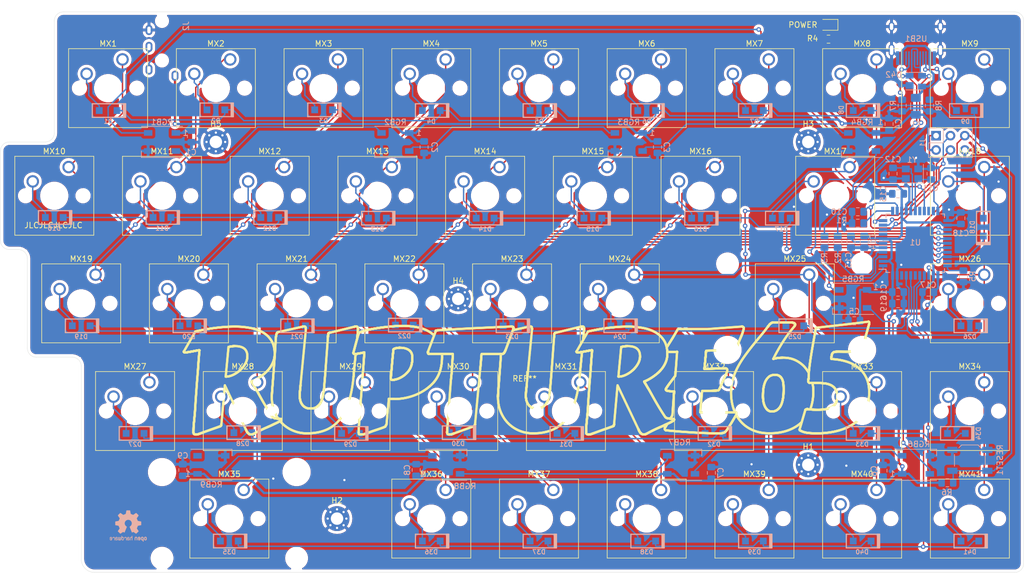
<source format=kicad_pcb>
(kicad_pcb (version 20171130) (host pcbnew "(5.1.5)-3")
  (layers (0 F.Cu signal) (31 B.Cu signal) (34 B.Paste user hide) (35 F.Paste user hide) (36 B.SilkS user) (37 F.SilkS user) (38 B.Mask user) (39 F.Mask user hide) (44 Edge.Cuts user))
  (net 0 "")
  (net 1 +5V)
  (net 2 GND)
  (net 3 VCC)
  (net 4 D+)
  (net 5 "Net-(R8-Pad2)")
  (net 6 ROW0)
  (net 7 "Net-(D1-Pad2)")
  (net 8 ROW1)
  (net 9 "Net-(D2-Pad2)")
  (net 10 ROW2)
  (net 11 "Net-(D3-Pad2)")
  (net 12 "Net-(D4-Pad2)")
  (net 13 ROW3)
  (net 14 "Net-(D5-Pad2)")
  (net 15 "Net-(D6-Pad2)")
  (net 16 "Net-(D7-Pad2)")
  (net 17 "Net-(D8-Pad2)")
  (net 18 "Net-(D9-Pad2)")
  (net 19 "Net-(D10-Pad2)")
  (net 20 "Net-(D11-Pad2)")
  (net 21 "Net-(D12-Pad2)")
  (net 22 "Net-(D13-Pad2)")
  (net 23 "Net-(D14-Pad2)")
  (net 24 "Net-(D15-Pad2)")
  (net 25 "Net-(D16-Pad2)")
  (net 26 "Net-(D17-Pad2)")
  (net 27 "Net-(D18-Pad2)")
  (net 28 "Net-(D19-Pad2)")
  (net 29 "Net-(D20-Pad2)")
  (net 30 "Net-(D21-Pad2)")
  (net 31 "Net-(D22-Pad2)")
  (net 32 "Net-(D23-Pad2)")
  (net 33 "Net-(D24-Pad2)")
  (net 34 "Net-(D25-Pad2)")
  (net 35 "Net-(D26-Pad2)")
  (net 36 "Net-(D27-Pad2)")
  (net 37 "Net-(D28-Pad2)")
  (net 38 "Net-(D29-Pad2)")
  (net 39 "Net-(D30-Pad2)")
  (net 40 COL0)
  (net 41 COL1)
  (net 42 COL2)
  (net 43 COL3)
  (net 44 COL4)
  (net 45 COL5)
  (net 46 ROW4)
  (net 47 D-)
  (net 48 SDA)
  (net 49 RGB_DATA)
  (net 50 "Net-(LED_POWER1-Pad1)")
  (net 51 RESET)
  (net 52 MOSI)
  (net 53 SCL)
  (net 54 MISO)
  (net 55 "Net-(RGB1-Pad2)")
  (net 56 "Net-(RGB2-Pad2)")
  (net 57 "Net-(RGB3-Pad2)")
  (net 58 "Net-(RGB4-Pad2)")
  (net 59 "Net-(RGB5-Pad2)")
  (net 60 "Net-(RGB6-Pad2)")
  (net 61 "Net-(RGB7-Pad2)")
  (net 62 "Net-(RGB8-Pad2)")
  (net 63 "Net-(D31-Pad2)")
  (net 64 "Net-(D32-Pad2)")
  (net 65 "Net-(D33-Pad2)")
  (net 66 "Net-(D34-Pad2)")
  (net 67 "Net-(D35-Pad2)")
  (net 68 "Net-(D36-Pad2)")
  (net 69 "Net-(D37-Pad2)")
  (net 70 "Net-(D38-Pad2)")
  (net 71 "Net-(D39-Pad2)")
  (net 72 "Net-(D40-Pad2)")
  (net 73 "Net-(D41-Pad2)")
  (net 74 COL6)
  (net 75 COL7)
  (net 76 COL8)
  (net 77 "Net-(R3-Pad1)")
  (net 78 "Net-(R7-Pad2)")
  (net 79 "Net-(C11-Pad1)")
  (net 80 "Net-(C12-Pad1)")
  (net 81 "Net-(C13-Pad1)")
  (net 82 "Net-(R1-Pad2)")
  (net 83 "Net-(R2-Pad1)")
  (net 84 "Net-(R5-Pad2)")
  (module Split65:PJ-3200B-4A (layer B.Cu) (at 231.775 30.1625 270)
    (fp_text reference J2 (at 2.5 -4.25 90) (layer B.SilkS) (effects (justify mirror)))
    (fp_text value AudioJack4)
    (pad "" np_thru_hole circle (at 8.6 0 270) (size 1.5 1.5) (drill 1.5) (layers *.Cu *.Mask))
    (pad "" np_thru_hole circle (at 1.6 0 270) (size 1.5 1.5) (drill 1.5) (layers *.Cu *.Mask))
    (pad T thru_hole oval (at 11.3 -2.3 270) (size 1.8 1.2) (drill oval 1.2 0.6) (layers *.Cu *.Mask) (net 1 +5V))
    (pad R1 thru_hole oval (at 10.2 2.3 270) (size 1.8 1.2) (drill oval 1.2 0.6) (layers *.Cu *.Mask) (net 48 SDA))
    (pad R2 thru_hole oval (at 6.2 2.3 270) (size 1.8 1.2) (drill oval 1.2 0.6) (layers *.Cu *.Mask) (net 49 RGB_DATA))
    (pad S thru_hole oval (at 3.2 2.3 270) (size 1.8 1.2) (drill oval 1.2 0.6) (layers *.Cu *.Mask) (net 2 GND))
  )
  (module Split65:logo (layer F.Cu) (at 295.91 94.576)
    (fp_text reference REF** (at 0 0.5) (layer F.SilkS))
    (fp_text value logo)
  )
  (module Symbol:OSHW-Logo2_7.3x6mm_SilkScreen (layer B.Cu) (at 225.806 121.158 180)
    (fp_text reference REF** hide)
    (fp_text value OSHW-Logo2_7.3x6mm_SilkScreen hide)
  )
  (module Split65:SW_Cherry_MX_2.75u_PCB_flippedstab (layer F.Cu) (at 246.22125 114.77625)
    (fp_text reference MX35 (at -2.54 -2.794) (layer F.SilkS))
    (fp_text value MX-NoLED)
    (pad "" np_thru_hole circle (at -14.44 12.08 180) (size 3.05 3.05) (drill 3.05) (layers *.Cu *.Mask))
    (pad "" np_thru_hole circle (at 9.36 12.08 180) (size 3.05 3.05) (drill 3.05) (layers *.Cu *.Mask))
    (pad "" np_thru_hole circle (at 9.36 -3.16 180) (size 4 4) (drill 4) (layers *.Cu *.Mask))
    (pad "" np_thru_hole circle (at -14.44 -3.16 180) (size 4 4) (drill 4) (layers *.Cu *.Mask))
    (pad "" np_thru_hole circle (at 2.54 5.08) (size 1.7 1.7) (drill 1.7) (layers *.Cu *.Mask))
    (pad "" np_thru_hole circle (at -7.62 5.08) (size 1.7 1.7) (drill 1.7) (layers *.Cu *.Mask))
    (pad "" np_thru_hole circle (at -2.54 5.08 180) (size 4 4) (drill 4) (layers *.Cu *.Mask))
    (pad 2 thru_hole circle (at -6.35 2.54) (size 2.2 2.2) (drill 1.5) (layers *.Cu *.Mask) (net 67 "Net-(D35-Pad2)"))
    (pad 1 thru_hole circle (at 0 0) (size 2.2 2.2) (drill 1.5) (layers *.Cu *.Mask) (net 42 COL2))
  )
  (module Capacitor_SMD:C_0805_2012Metric_Pad1.15x1.40mm_HandSolder (layer B.Cu) (at 354.838 65.532 180)
    (fp_text reference C10 (at 3.302 0) (layer B.SilkS) (effects (justify mirror)))
    (fp_text value 0.1uF)
    (pad 2 smd roundrect (at 1.025 0 180) (size 1.15 1.4) (layers B.Cu B.Paste B.Mask) (roundrect_rratio 0.217391) (net 2 GND))
    (pad 1 smd roundrect (at -1.025 0 180) (size 1.15 1.4) (layers B.Cu B.Paste B.Mask) (roundrect_rratio 0.217391) (net 51 RESET))
  )
  (module Capacitor_SMD:C_0805_2012Metric_Pad1.15x1.40mm_HandSolder (layer B.Cu) (at 235.458 111.252 90)
    (fp_text reference C9 (at 2.54 0 180) (layer B.SilkS) (effects (justify mirror)))
    (fp_text value 0.1uF)
    (pad 1 smd roundrect (at -1.025 0 90) (size 1.15 1.4) (layers B.Cu B.Paste B.Mask) (roundrect_rratio 0.217391) (net 1 +5V))
    (pad 2 smd roundrect (at 1.025 0 90) (size 1.15 1.4) (layers B.Cu B.Paste B.Mask) (roundrect_rratio 0.217391) (net 2 GND))
  )
  (module Capacitor_SMD:C_0805_2012Metric_Pad1.15x1.40mm_HandSolder (layer B.Cu) (at 276.733 111.252 90)
    (fp_text reference C8 (at 0 -1.5875 90) (layer B.SilkS) (effects (justify mirror)))
    (fp_text value 0.1uF)
    (pad 1 smd roundrect (at -1.025 0 90) (size 1.15 1.4) (layers B.Cu B.Paste B.Mask) (roundrect_rratio 0.217391) (net 1 +5V))
    (pad 2 smd roundrect (at 1.025 0 90) (size 1.15 1.4) (layers B.Cu B.Paste B.Mask) (roundrect_rratio 0.217391) (net 2 GND))
  )
  (module Capacitor_SMD:C_0805_2012Metric_Pad1.15x1.40mm_HandSolder (layer B.Cu) (at 328.93 111.76 90)
    (fp_text reference C7 (at 0 1.65 90) (layer B.SilkS) (effects (justify mirror)))
    (fp_text value 0.1uF)
    (pad 1 smd roundrect (at -1.025 0 90) (size 1.15 1.4) (layers B.Cu B.Paste B.Mask) (roundrect_rratio 0.217391) (net 1 +5V))
    (pad 2 smd roundrect (at 1.025 0 90) (size 1.15 1.4) (layers B.Cu B.Paste B.Mask) (roundrect_rratio 0.217391) (net 2 GND))
  )
  (module Capacitor_SMD:C_0805_2012Metric_Pad1.15x1.40mm_HandSolder (layer B.Cu) (at 359.283 111.379 90)
    (fp_text reference C6 (at -0.0635 -1.5875 90) (layer B.SilkS) (effects (justify mirror)))
    (fp_text value 0.1uF)
    (pad 1 smd roundrect (at -1.025 0 90) (size 1.15 1.4) (layers B.Cu B.Paste B.Mask) (roundrect_rratio 0.217391) (net 1 +5V))
    (pad 2 smd roundrect (at 1.025 0 90) (size 1.15 1.4) (layers B.Cu B.Paste B.Mask) (roundrect_rratio 0.217391) (net 2 GND))
  )
  (module Capacitor_SMD:C_0805_2012Metric_Pad1.15x1.40mm_HandSolder (layer B.Cu) (at 354.203 84.836 180)
    (fp_text reference C5 (at 0 1.65) (layer B.SilkS) (effects (justify mirror)))
    (fp_text value 0.1uF)
    (pad 1 smd roundrect (at -1.025 0 180) (size 1.15 1.4) (layers B.Cu B.Paste B.Mask) (roundrect_rratio 0.217391) (net 1 +5V))
    (pad 2 smd roundrect (at 1.025 0 180) (size 1.15 1.4) (layers B.Cu B.Paste B.Mask) (roundrect_rratio 0.217391) (net 2 GND))
  )
  (module Capacitor_SMD:C_0805_2012Metric_Pad1.15x1.40mm_HandSolder (layer B.Cu) (at 360.3625 50.00625 90)
    (fp_text reference C4 (at 0 1.65 90) (layer B.SilkS) (effects (justify mirror)))
    (fp_text value 0.1uF)
    (pad 1 smd roundrect (at -1.025 0 90) (size 1.15 1.4) (layers B.Cu B.Paste B.Mask) (roundrect_rratio 0.217391) (net 1 +5V))
    (pad 2 smd roundrect (at 1.025 0 90) (size 1.15 1.4) (layers B.Cu B.Paste B.Mask) (roundrect_rratio 0.217391) (net 2 GND))
  )
  (module Capacitor_SMD:C_0805_2012Metric_Pad1.15x1.40mm_HandSolder (layer B.Cu) (at 319.405 54.102 270)
    (fp_text reference C3 (at 0 -1.7145 90) (layer B.SilkS) (effects (justify mirror)))
    (fp_text value 0.1uF)
    (pad 1 smd roundrect (at -1.025 0 270) (size 1.15 1.4) (layers B.Cu B.Paste B.Mask) (roundrect_rratio 0.217391) (net 1 +5V))
    (pad 2 smd roundrect (at 1.025 0 270) (size 1.15 1.4) (layers B.Cu B.Paste B.Mask) (roundrect_rratio 0.217391) (net 2 GND))
  )
  (module Capacitor_SMD:C_0805_2012Metric_Pad1.15x1.40mm_HandSolder (layer B.Cu) (at 278.13 54.102 270)
    (fp_text reference C2 (at 0 -1.905 90) (layer B.SilkS) (effects (justify mirror)))
    (fp_text value 0.1uF)
    (pad 1 smd roundrect (at -1.025 0 270) (size 1.15 1.4) (layers B.Cu B.Paste B.Mask) (roundrect_rratio 0.217391) (net 1 +5V))
    (pad 2 smd roundrect (at 1.025 0 270) (size 1.15 1.4) (layers B.Cu B.Paste B.Mask) (roundrect_rratio 0.217391) (net 2 GND))
  )
  (module Capacitor_SMD:C_0805_2012Metric_Pad1.15x1.40mm_HandSolder (layer B.Cu) (at 236.982 52.197 270)
    (fp_text reference C1 (at 2.794 0.0635) (layer B.SilkS) (effects (justify mirror)))
    (fp_text value 0.1uF)
    (pad 1 smd roundrect (at -1.025 0 270) (size 1.15 1.4) (layers B.Cu B.Paste B.Mask) (roundrect_rratio 0.217391) (net 1 +5V))
    (pad 2 smd roundrect (at 1.025 0 270) (size 1.15 1.4) (layers B.Cu B.Paste B.Mask) (roundrect_rratio 0.217391) (net 2 GND))
  )
  (module Button_Switch_Keyboard:SW_Cherry_MX_1.00u_PCB (layer F.Cu) (at 315.2775 76.67625)
    (fp_text reference MX24 (at -2.54 -2.794) (layer F.SilkS))
    (fp_text value MX-NoLED)
    (pad "" np_thru_hole circle (at 2.54 5.08) (size 1.7 1.7) (drill 1.7) (layers *.Cu *.Mask))
    (pad "" np_thru_hole circle (at -7.62 5.08) (size 1.7 1.7) (drill 1.7) (layers *.Cu *.Mask))
    (pad "" np_thru_hole circle (at -2.54 5.08) (size 4 4) (drill 4) (layers *.Cu *.Mask))
    (pad 2 thru_hole circle (at -6.35 2.54) (size 2.2 2.2) (drill 1.5) (layers *.Cu *.Mask) (net 33 "Net-(D24-Pad2)"))
    (pad 1 thru_hole circle (at 0 0) (size 2.2 2.2) (drill 1.5) (layers *.Cu *.Mask) (net 74 COL6))
  )
  (module Capacitor_SMD:C_0805_2012Metric_Pad1.15x1.40mm_HandSolder (layer B.Cu) (at 355.981 70.866 270)
    (fp_text reference C14 (at 0 -1.524 90) (layer B.SilkS) (effects (justify mirror)))
    (fp_text value 0.1uF)
    (pad 2 smd roundrect (at 1.025 0 270) (size 1.15 1.4) (layers B.Cu B.Paste B.Mask) (roundrect_rratio 0.217391) (net 2 GND))
    (pad 1 smd roundrect (at -1.025 0 270) (size 1.15 1.4) (layers B.Cu B.Paste B.Mask) (roundrect_rratio 0.217391) (net 1 +5V))
  )
  (module Button_Switch_Keyboard:SW_Cherry_MX_1.00u_PCB (layer F.Cu) (at 377.19 114.77625)
    (fp_text reference MX41 (at -2.54 -2.794) (layer F.SilkS))
    (fp_text value MX-NoLED)
    (pad 1 thru_hole circle (at 0 0) (size 2.2 2.2) (drill 1.5) (layers *.Cu *.Mask) (net 76 COL8))
    (pad 2 thru_hole circle (at -6.35 2.54) (size 2.2 2.2) (drill 1.5) (layers *.Cu *.Mask) (net 73 "Net-(D41-Pad2)"))
    (pad "" np_thru_hole circle (at -2.54 5.08) (size 4 4) (drill 4) (layers *.Cu *.Mask))
    (pad "" np_thru_hole circle (at -7.62 5.08) (size 1.7 1.7) (drill 1.7) (layers *.Cu *.Mask))
    (pad "" np_thru_hole circle (at 2.54 5.08) (size 1.7 1.7) (drill 1.7) (layers *.Cu *.Mask))
  )
  (module Button_Switch_Keyboard:SW_Cherry_MX_1.00u_PCB (layer F.Cu) (at 358.14 114.77625)
    (fp_text reference MX40 (at -2.54 -2.794) (layer F.SilkS))
    (fp_text value MX-NoLED)
    (pad 1 thru_hole circle (at 0 0) (size 2.2 2.2) (drill 1.5) (layers *.Cu *.Mask) (net 75 COL7))
    (pad 2 thru_hole circle (at -6.35 2.54) (size 2.2 2.2) (drill 1.5) (layers *.Cu *.Mask) (net 72 "Net-(D40-Pad2)"))
    (pad "" np_thru_hole circle (at -2.54 5.08) (size 4 4) (drill 4) (layers *.Cu *.Mask))
    (pad "" np_thru_hole circle (at -7.62 5.08) (size 1.7 1.7) (drill 1.7) (layers *.Cu *.Mask))
    (pad "" np_thru_hole circle (at 2.54 5.08) (size 1.7 1.7) (drill 1.7) (layers *.Cu *.Mask))
  )
  (module Button_Switch_Keyboard:SW_Cherry_MX_1.00u_PCB (layer F.Cu) (at 339.09 114.77625)
    (fp_text reference MX39 (at -2.54 -2.794) (layer F.SilkS))
    (fp_text value MX-NoLED)
    (pad 1 thru_hole circle (at 0 0) (size 2.2 2.2) (drill 1.5) (layers *.Cu *.Mask) (net 74 COL6))
    (pad 2 thru_hole circle (at -6.35 2.54) (size 2.2 2.2) (drill 1.5) (layers *.Cu *.Mask) (net 71 "Net-(D39-Pad2)"))
    (pad "" np_thru_hole circle (at -2.54 5.08) (size 4 4) (drill 4) (layers *.Cu *.Mask))
    (pad "" np_thru_hole circle (at -7.62 5.08) (size 1.7 1.7) (drill 1.7) (layers *.Cu *.Mask))
    (pad "" np_thru_hole circle (at 2.54 5.08) (size 1.7 1.7) (drill 1.7) (layers *.Cu *.Mask))
  )
  (module Button_Switch_Keyboard:SW_Cherry_MX_1.00u_PCB (layer F.Cu) (at 320.04 114.77625)
    (fp_text reference MX38 (at -2.54 -2.794) (layer F.SilkS))
    (fp_text value MX-NoLED)
    (pad 1 thru_hole circle (at 0 0) (size 2.2 2.2) (drill 1.5) (layers *.Cu *.Mask) (net 45 COL5))
    (pad 2 thru_hole circle (at -6.35 2.54) (size 2.2 2.2) (drill 1.5) (layers *.Cu *.Mask) (net 70 "Net-(D38-Pad2)"))
    (pad "" np_thru_hole circle (at -2.54 5.08) (size 4 4) (drill 4) (layers *.Cu *.Mask))
    (pad "" np_thru_hole circle (at -7.62 5.08) (size 1.7 1.7) (drill 1.7) (layers *.Cu *.Mask))
    (pad "" np_thru_hole circle (at 2.54 5.08) (size 1.7 1.7) (drill 1.7) (layers *.Cu *.Mask))
  )
  (module Button_Switch_Keyboard:SW_Cherry_MX_1.00u_PCB (layer F.Cu) (at 300.99 114.77625)
    (fp_text reference MX37 (at -2.54 -2.794) (layer F.SilkS))
    (fp_text value MX-NoLED)
    (pad 1 thru_hole circle (at 0 0) (size 2.2 2.2) (drill 1.5) (layers *.Cu *.Mask) (net 44 COL4))
    (pad 2 thru_hole circle (at -6.35 2.54) (size 2.2 2.2) (drill 1.5) (layers *.Cu *.Mask) (net 69 "Net-(D37-Pad2)"))
    (pad "" np_thru_hole circle (at -2.54 5.08) (size 4 4) (drill 4) (layers *.Cu *.Mask))
    (pad "" np_thru_hole circle (at -7.62 5.08) (size 1.7 1.7) (drill 1.7) (layers *.Cu *.Mask))
    (pad "" np_thru_hole circle (at 2.54 5.08) (size 1.7 1.7) (drill 1.7) (layers *.Cu *.Mask))
  )
  (module Button_Switch_Keyboard:SW_Cherry_MX_1.00u_PCB (layer F.Cu) (at 281.94 114.77625)
    (fp_text reference MX36 (at -2.54 -2.794) (layer F.SilkS))
    (fp_text value MX-NoLED)
    (pad 1 thru_hole circle (at 0 0) (size 2.2 2.2) (drill 1.5) (layers *.Cu *.Mask) (net 43 COL3))
    (pad 2 thru_hole circle (at -6.35 2.54) (size 2.2 2.2) (drill 1.5) (layers *.Cu *.Mask) (net 68 "Net-(D36-Pad2)"))
    (pad "" np_thru_hole circle (at -2.54 5.08) (size 4 4) (drill 4) (layers *.Cu *.Mask))
    (pad "" np_thru_hole circle (at -7.62 5.08) (size 1.7 1.7) (drill 1.7) (layers *.Cu *.Mask))
    (pad "" np_thru_hole circle (at 2.54 5.08) (size 1.7 1.7) (drill 1.7) (layers *.Cu *.Mask))
  )
  (module Button_Switch_Keyboard:SW_Cherry_MX_1.75u_PCB (layer F.Cu) (at 331.94625 95.72625)
    (fp_text reference MX32 (at -2.54 -2.794) (layer F.SilkS))
    (fp_text value MX-NoLED)
    (pad 1 thru_hole circle (at 0 0) (size 2.2 2.2) (drill 1.5) (layers *.Cu *.Mask) (net 74 COL6))
    (pad 2 thru_hole circle (at -6.35 2.54) (size 2.2 2.2) (drill 1.5) (layers *.Cu *.Mask) (net 64 "Net-(D32-Pad2)"))
    (pad "" np_thru_hole circle (at -2.54 5.08) (size 4 4) (drill 4) (layers *.Cu *.Mask))
    (pad "" np_thru_hole circle (at -7.62 5.08) (size 1.7 1.7) (drill 1.7) (layers *.Cu *.Mask))
    (pad "" np_thru_hole circle (at 2.54 5.08) (size 1.7 1.7) (drill 1.7) (layers *.Cu *.Mask))
  )
  (module Button_Switch_Keyboard:SW_Cherry_MX_1.00u_PCB (layer F.Cu) (at 229.5525 95.72625)
    (fp_text reference MX27 (at -2.54 -2.794) (layer F.SilkS))
    (fp_text value MX-NoLED)
    (pad 1 thru_hole circle (at 0 0) (size 2.2 2.2) (drill 1.5) (layers *.Cu *.Mask) (net 41 COL1))
    (pad 2 thru_hole circle (at -6.35 2.54) (size 2.2 2.2) (drill 1.5) (layers *.Cu *.Mask) (net 36 "Net-(D27-Pad2)"))
    (pad "" np_thru_hole circle (at -2.54 5.08) (size 4 4) (drill 4) (layers *.Cu *.Mask))
    (pad "" np_thru_hole circle (at -7.62 5.08) (size 1.7 1.7) (drill 1.7) (layers *.Cu *.Mask))
    (pad "" np_thru_hole circle (at 2.54 5.08) (size 1.7 1.7) (drill 1.7) (layers *.Cu *.Mask))
  )
  (module Button_Switch_Keyboard:SW_Cherry_MX_2.25u_PCB (layer F.Cu) (at 346.23375 76.67625)
    (fp_text reference MX25 (at -2.54 -2.794) (layer F.SilkS))
    (fp_text value MX-NoLED)
    (pad 1 thru_hole circle (at 0 0) (size 2.2 2.2) (drill 1.5) (layers *.Cu *.Mask) (net 75 COL7))
    (pad 2 thru_hole circle (at -6.35 2.54) (size 2.2 2.2) (drill 1.5) (layers *.Cu *.Mask) (net 34 "Net-(D25-Pad2)"))
    (pad "" np_thru_hole circle (at -2.54 5.08) (size 4 4) (drill 4) (layers *.Cu *.Mask))
    (pad "" np_thru_hole circle (at -7.62 5.08) (size 1.7 1.7) (drill 1.7) (layers *.Cu *.Mask))
    (pad "" np_thru_hole circle (at 2.54 5.08) (size 1.7 1.7) (drill 1.7) (layers *.Cu *.Mask))
    (pad "" np_thru_hole circle (at 9.36 13.32) (size 4 4) (drill 4) (layers *.Cu *.Mask))
    (pad "" np_thru_hole circle (at -14.44 13.32) (size 4 4) (drill 4) (layers *.Cu *.Mask))
    (pad "" np_thru_hole circle (at -14.44 -1.92) (size 3.05 3.05) (drill 3.05) (layers *.Cu *.Mask))
    (pad "" np_thru_hole circle (at 9.36 -1.92) (size 3.05 3.05) (drill 3.05) (layers *.Cu *.Mask))
  )
  (module Button_Switch_Keyboard:SW_Cherry_MX_1.00u_PCB (layer F.Cu) (at 220.0275 76.67625)
    (fp_text reference MX19 (at -2.54 -2.794) (layer F.SilkS))
    (fp_text value MX-NoLED)
    (pad 1 thru_hole circle (at 0 0) (size 2.2 2.2) (drill 1.5) (layers *.Cu *.Mask) (net 41 COL1))
    (pad 2 thru_hole circle (at -6.35 2.54) (size 2.2 2.2) (drill 1.5) (layers *.Cu *.Mask) (net 28 "Net-(D19-Pad2)"))
    (pad "" np_thru_hole circle (at -2.54 5.08) (size 4 4) (drill 4) (layers *.Cu *.Mask))
    (pad "" np_thru_hole circle (at -7.62 5.08) (size 1.7 1.7) (drill 1.7) (layers *.Cu *.Mask))
    (pad "" np_thru_hole circle (at 2.54 5.08) (size 1.7 1.7) (drill 1.7) (layers *.Cu *.Mask))
  )
  (module Button_Switch_Keyboard:SW_Cherry_MX_1.50u_PCB (layer F.Cu) (at 353.3775 57.62625)
    (fp_text reference MX17 (at -2.54 -2.794) (layer F.SilkS))
    (fp_text value MX-NoLED)
    (pad 1 thru_hole circle (at 0 0) (size 2.2 2.2) (drill 1.5) (layers *.Cu *.Mask) (net 75 COL7))
    (pad 2 thru_hole circle (at -6.35 2.54) (size 2.2 2.2) (drill 1.5) (layers *.Cu *.Mask) (net 26 "Net-(D17-Pad2)"))
    (pad "" np_thru_hole circle (at -2.54 5.08) (size 4 4) (drill 4) (layers *.Cu *.Mask))
    (pad "" np_thru_hole circle (at -7.62 5.08) (size 1.7 1.7) (drill 1.7) (layers *.Cu *.Mask))
    (pad "" np_thru_hole circle (at 2.54 5.08) (size 1.7 1.7) (drill 1.7) (layers *.Cu *.Mask))
  )
  (module Button_Switch_Keyboard:SW_Cherry_MX_1.00u_PCB (layer F.Cu) (at 215.265 57.62625)
    (fp_text reference MX10 (at -2.54 -2.794) (layer F.SilkS))
    (fp_text value MX-NoLED)
    (pad 1 thru_hole circle (at 0 0) (size 2.2 2.2) (drill 1.5) (layers *.Cu *.Mask) (net 40 COL0))
    (pad 2 thru_hole circle (at -6.35 2.54) (size 2.2 2.2) (drill 1.5) (layers *.Cu *.Mask) (net 19 "Net-(D10-Pad2)"))
    (pad "" np_thru_hole circle (at -2.54 5.08) (size 4 4) (drill 4) (layers *.Cu *.Mask))
    (pad "" np_thru_hole circle (at -7.62 5.08) (size 1.7 1.7) (drill 1.7) (layers *.Cu *.Mask))
    (pad "" np_thru_hole circle (at 2.54 5.08) (size 1.7 1.7) (drill 1.7) (layers *.Cu *.Mask))
  )
  (module Button_Switch_Keyboard:SW_Cherry_MX_1.00u_PCB (layer F.Cu) (at 377.19 95.72625)
    (fp_text reference MX34 (at -2.54 -2.794) (layer F.SilkS))
    (fp_text value MX-NoLED)
    (pad 1 thru_hole circle (at 0 0) (size 2.2 2.2) (drill 1.5) (layers *.Cu *.Mask) (net 76 COL8))
    (pad 2 thru_hole circle (at -6.35 2.54) (size 2.2 2.2) (drill 1.5) (layers *.Cu *.Mask) (net 66 "Net-(D34-Pad2)"))
    (pad "" np_thru_hole circle (at -2.54 5.08) (size 4 4) (drill 4) (layers *.Cu *.Mask))
    (pad "" np_thru_hole circle (at -7.62 5.08) (size 1.7 1.7) (drill 1.7) (layers *.Cu *.Mask))
    (pad "" np_thru_hole circle (at 2.54 5.08) (size 1.7 1.7) (drill 1.7) (layers *.Cu *.Mask))
  )
  (module Button_Switch_Keyboard:SW_Cherry_MX_1.00u_PCB (layer F.Cu) (at 358.14 95.72625)
    (fp_text reference MX33 (at -2.54 -2.794) (layer F.SilkS))
    (fp_text value MX-NoLED)
    (pad 1 thru_hole circle (at 0 0) (size 2.2 2.2) (drill 1.5) (layers *.Cu *.Mask) (net 75 COL7))
    (pad 2 thru_hole circle (at -6.35 2.54) (size 2.2 2.2) (drill 1.5) (layers *.Cu *.Mask) (net 65 "Net-(D33-Pad2)"))
    (pad "" np_thru_hole circle (at -2.54 5.08) (size 4 4) (drill 4) (layers *.Cu *.Mask))
    (pad "" np_thru_hole circle (at -7.62 5.08) (size 1.7 1.7) (drill 1.7) (layers *.Cu *.Mask))
    (pad "" np_thru_hole circle (at 2.54 5.08) (size 1.7 1.7) (drill 1.7) (layers *.Cu *.Mask))
  )
  (module Button_Switch_Keyboard:SW_Cherry_MX_1.00u_PCB (layer F.Cu) (at 377.19 76.67625)
    (fp_text reference MX26 (at -2.54 -2.794) (layer F.SilkS))
    (fp_text value MX-NoLED)
    (pad 1 thru_hole circle (at 0 0) (size 2.2 2.2) (drill 1.5) (layers *.Cu *.Mask) (net 76 COL8))
    (pad 2 thru_hole circle (at -6.35 2.54) (size 2.2 2.2) (drill 1.5) (layers *.Cu *.Mask) (net 35 "Net-(D26-Pad2)"))
    (pad "" np_thru_hole circle (at -2.54 5.08) (size 4 4) (drill 4) (layers *.Cu *.Mask))
    (pad "" np_thru_hole circle (at -7.62 5.08) (size 1.7 1.7) (drill 1.7) (layers *.Cu *.Mask))
    (pad "" np_thru_hole circle (at 2.54 5.08) (size 1.7 1.7) (drill 1.7) (layers *.Cu *.Mask))
  )
  (module Button_Switch_Keyboard:SW_Cherry_MX_1.00u_PCB (layer F.Cu) (at 377.19 57.62625)
    (fp_text reference MX18 (at -2.54 -2.794) (layer F.SilkS))
    (fp_text value MX-NoLED)
    (pad 1 thru_hole circle (at 0 0) (size 2.2 2.2) (drill 1.5) (layers *.Cu *.Mask) (net 76 COL8))
    (pad 2 thru_hole circle (at -6.35 2.54) (size 2.2 2.2) (drill 1.5) (layers *.Cu *.Mask) (net 27 "Net-(D18-Pad2)"))
    (pad "" np_thru_hole circle (at -2.54 5.08) (size 4 4) (drill 4) (layers *.Cu *.Mask))
    (pad "" np_thru_hole circle (at -7.62 5.08) (size 1.7 1.7) (drill 1.7) (layers *.Cu *.Mask))
    (pad "" np_thru_hole circle (at 2.54 5.08) (size 1.7 1.7) (drill 1.7) (layers *.Cu *.Mask))
  )
  (module Button_Switch_Keyboard:SW_Cherry_MX_1.00u_PCB (layer F.Cu) (at 329.565 57.62625)
    (fp_text reference MX16 (at -2.54 -2.794) (layer F.SilkS))
    (fp_text value MX-NoLED)
    (pad 1 thru_hole circle (at 0 0) (size 2.2 2.2) (drill 1.5) (layers *.Cu *.Mask) (net 74 COL6))
    (pad 2 thru_hole circle (at -6.35 2.54) (size 2.2 2.2) (drill 1.5) (layers *.Cu *.Mask) (net 25 "Net-(D16-Pad2)"))
    (pad "" np_thru_hole circle (at -2.54 5.08) (size 4 4) (drill 4) (layers *.Cu *.Mask))
    (pad "" np_thru_hole circle (at -7.62 5.08) (size 1.7 1.7) (drill 1.7) (layers *.Cu *.Mask))
    (pad "" np_thru_hole circle (at 2.54 5.08) (size 1.7 1.7) (drill 1.7) (layers *.Cu *.Mask))
  )
  (module Button_Switch_Keyboard:SW_Cherry_MX_1.00u_PCB (layer F.Cu) (at 377.19 38.57625)
    (fp_text reference MX9 (at -2.54 -2.794) (layer F.SilkS))
    (fp_text value MX-NoLED)
    (pad 1 thru_hole circle (at 0 0) (size 2.2 2.2) (drill 1.5) (layers *.Cu *.Mask) (net 76 COL8))
    (pad 2 thru_hole circle (at -6.35 2.54) (size 2.2 2.2) (drill 1.5) (layers *.Cu *.Mask) (net 18 "Net-(D9-Pad2)"))
    (pad "" np_thru_hole circle (at -2.54 5.08) (size 4 4) (drill 4) (layers *.Cu *.Mask))
    (pad "" np_thru_hole circle (at -7.62 5.08) (size 1.7 1.7) (drill 1.7) (layers *.Cu *.Mask))
    (pad "" np_thru_hole circle (at 2.54 5.08) (size 1.7 1.7) (drill 1.7) (layers *.Cu *.Mask))
  )
  (module Button_Switch_Keyboard:SW_Cherry_MX_1.00u_PCB (layer F.Cu) (at 358.14 38.57625)
    (fp_text reference MX8 (at -2.54 -2.794) (layer F.SilkS))
    (fp_text value MX-NoLED)
    (pad 1 thru_hole circle (at 0 0) (size 2.2 2.2) (drill 1.5) (layers *.Cu *.Mask) (net 75 COL7))
    (pad 2 thru_hole circle (at -6.35 2.54) (size 2.2 2.2) (drill 1.5) (layers *.Cu *.Mask) (net 17 "Net-(D8-Pad2)"))
    (pad "" np_thru_hole circle (at -2.54 5.08) (size 4 4) (drill 4) (layers *.Cu *.Mask))
    (pad "" np_thru_hole circle (at -7.62 5.08) (size 1.7 1.7) (drill 1.7) (layers *.Cu *.Mask))
    (pad "" np_thru_hole circle (at 2.54 5.08) (size 1.7 1.7) (drill 1.7) (layers *.Cu *.Mask))
  )
  (module Button_Switch_Keyboard:SW_Cherry_MX_1.00u_PCB (layer F.Cu) (at 339.09 38.57625)
    (fp_text reference MX7 (at -2.54 -2.794) (layer F.SilkS))
    (fp_text value MX-NoLED)
    (pad 1 thru_hole circle (at 0 0) (size 2.2 2.2) (drill 1.5) (layers *.Cu *.Mask) (net 74 COL6))
    (pad 2 thru_hole circle (at -6.35 2.54) (size 2.2 2.2) (drill 1.5) (layers *.Cu *.Mask) (net 16 "Net-(D7-Pad2)"))
    (pad "" np_thru_hole circle (at -2.54 5.08) (size 4 4) (drill 4) (layers *.Cu *.Mask))
    (pad "" np_thru_hole circle (at -7.62 5.08) (size 1.7 1.7) (drill 1.7) (layers *.Cu *.Mask))
    (pad "" np_thru_hole circle (at 2.54 5.08) (size 1.7 1.7) (drill 1.7) (layers *.Cu *.Mask))
  )
  (module keyboard_parts:D_SOD123_hand (layer B.Cu) (at 374.65 123.825 180)
    (fp_text reference D41 (at 0 -1.925) (layer B.SilkS) (effects (font (size 0.8 0.8)) (justify mirror)))
    (fp_text value D_Small hide)
    (pad 1 smd rect (at -1.575 0 180) (size 1.2 1.2) (layers B.Cu B.Paste B.Mask) (net 46 ROW4))
    (pad 2 smd rect (at 1.575 0 180) (size 1.2 1.2) (layers B.Cu B.Paste B.Mask) (net 73 "Net-(D41-Pad2)"))
  )
  (module keyboard_parts:D_SOD123_hand (layer B.Cu) (at 355.6 123.825 180)
    (fp_text reference D40 (at 0 -1.925) (layer B.SilkS) (effects (font (size 0.8 0.8)) (justify mirror)))
    (fp_text value D_Small hide)
    (pad 1 smd rect (at -1.575 0 180) (size 1.2 1.2) (layers B.Cu B.Paste B.Mask) (net 46 ROW4))
    (pad 2 smd rect (at 1.575 0 180) (size 1.2 1.2) (layers B.Cu B.Paste B.Mask) (net 72 "Net-(D40-Pad2)"))
  )
  (module keyboard_parts:D_SOD123_hand (layer B.Cu) (at 372.26875 104.775 180)
    (fp_text reference D34 (at -3.90525 0 90) (layer B.SilkS) (effects (font (size 0.8 0.8)) (justify mirror)))
    (fp_text value D_Small hide)
    (pad 1 smd rect (at -1.575 0 180) (size 1.2 1.2) (layers B.Cu B.Paste B.Mask) (net 13 ROW3))
    (pad 2 smd rect (at 1.575 0 180) (size 1.2 1.2) (layers B.Cu B.Paste B.Mask) (net 66 "Net-(D34-Pad2)"))
  )
  (module keyboard_parts:D_SOD123_hand (layer B.Cu) (at 355.6 104.775 180)
    (fp_text reference D33 (at 0 -1.925) (layer B.SilkS) (effects (font (size 0.8 0.8)) (justify mirror)))
    (fp_text value D_Small hide)
    (pad 1 smd rect (at -1.575 0 180) (size 1.2 1.2) (layers B.Cu B.Paste B.Mask) (net 13 ROW3))
    (pad 2 smd rect (at 1.575 0 180) (size 1.2 1.2) (layers B.Cu B.Paste B.Mask) (net 65 "Net-(D33-Pad2)"))
  )
  (module keyboard_parts:D_SOD123_hand (layer B.Cu) (at 374.65 85.725 180)
    (fp_text reference D26 (at 0 -1.925) (layer B.SilkS) (effects (font (size 0.8 0.8)) (justify mirror)))
    (fp_text value D_Small hide)
    (pad 1 smd rect (at -1.575 0 180) (size 1.2 1.2) (layers B.Cu B.Paste B.Mask) (net 10 ROW2))
    (pad 2 smd rect (at 1.575 0 180) (size 1.2 1.2) (layers B.Cu B.Paste B.Mask) (net 35 "Net-(D26-Pad2)"))
  )
  (module keyboard_parts:D_SOD123_hand (layer B.Cu) (at 343.69375 85.725 180)
    (fp_text reference D25 (at 0 -1.925) (layer B.SilkS) (effects (font (size 0.8 0.8)) (justify mirror)))
    (fp_text value D_Small hide)
    (pad 1 smd rect (at -1.575 0 180) (size 1.2 1.2) (layers B.Cu B.Paste B.Mask) (net 10 ROW2))
    (pad 2 smd rect (at 1.575 0 180) (size 1.2 1.2) (layers B.Cu B.Paste B.Mask) (net 34 "Net-(D25-Pad2)"))
  )
  (module keyboard_parts:D_SOD123_hand (layer B.Cu) (at 377.03125 68.2625 90)
    (fp_text reference D18 (at 0 -1.925 90) (layer B.SilkS) (effects (font (size 0.8 0.8)) (justify mirror)))
    (fp_text value D_Small hide)
    (pad 1 smd rect (at -1.575 0 90) (size 1.2 1.2) (layers B.Cu B.Paste B.Mask) (net 8 ROW1))
    (pad 2 smd rect (at 1.575 0 90) (size 1.2 1.2) (layers B.Cu B.Paste B.Mask) (net 27 "Net-(D18-Pad2)"))
  )
  (module keyboard_parts:D_SOD123_hand (layer B.Cu) (at 341.3125 66.675 180)
    (fp_text reference D17 (at 0 -1.925) (layer B.SilkS) (effects (font (size 0.8 0.8)) (justify mirror)))
    (fp_text value D_Small hide)
    (pad 1 smd rect (at -1.575 0 180) (size 1.2 1.2) (layers B.Cu B.Paste B.Mask) (net 8 ROW1))
    (pad 2 smd rect (at 1.575 0 180) (size 1.2 1.2) (layers B.Cu B.Paste B.Mask) (net 26 "Net-(D17-Pad2)"))
  )
  (module keyboard_parts:D_SOD123_hand (layer B.Cu) (at 327.025 66.675 180)
    (fp_text reference D16 (at 0 -1.925) (layer B.SilkS) (effects (font (size 0.8 0.8)) (justify mirror)))
    (fp_text value D_Small hide)
    (pad 1 smd rect (at -1.575 0 180) (size 1.2 1.2) (layers B.Cu B.Paste B.Mask) (net 8 ROW1))
    (pad 2 smd rect (at 1.575 0 180) (size 1.2 1.2) (layers B.Cu B.Paste B.Mask) (net 25 "Net-(D16-Pad2)"))
  )
  (module keyboard_parts:D_SOD123_hand (layer B.Cu) (at 373.85625 47.625 180)
    (fp_text reference D9 (at 0 -1.925) (layer B.SilkS) (effects (font (size 0.8 0.8)) (justify mirror)))
    (fp_text value D_Small hide)
    (pad 1 smd rect (at -1.575 0 180) (size 1.2 1.2) (layers B.Cu B.Paste B.Mask) (net 6 ROW0))
    (pad 2 smd rect (at 1.575 0 180) (size 1.2 1.2) (layers B.Cu B.Paste B.Mask) (net 18 "Net-(D9-Pad2)"))
  )
  (module keyboard_parts:D_SOD123_hand (layer B.Cu) (at 355.6 47.625 180)
    (fp_text reference D8 (at 3.683 0.127 90) (layer B.SilkS) (effects (font (size 0.8 0.8)) (justify mirror)))
    (fp_text value D_Small hide)
    (pad 1 smd rect (at -1.575 0 180) (size 1.2 1.2) (layers B.Cu B.Paste B.Mask) (net 6 ROW0))
    (pad 2 smd rect (at 1.575 0 180) (size 1.2 1.2) (layers B.Cu B.Paste B.Mask) (net 17 "Net-(D8-Pad2)"))
  )
  (module keyboard_parts:D_SOD123_hand (layer B.Cu) (at 336.55 47.625 180)
    (fp_text reference D7 (at 0 -1.925) (layer B.SilkS) (effects (font (size 0.8 0.8)) (justify mirror)))
    (fp_text value D_Small hide)
    (pad 1 smd rect (at -1.575 0 180) (size 1.2 1.2) (layers B.Cu B.Paste B.Mask) (net 6 ROW0))
    (pad 2 smd rect (at 1.575 0 180) (size 1.2 1.2) (layers B.Cu B.Paste B.Mask) (net 16 "Net-(D7-Pad2)"))
  )
  (module LED_SMD:LED_WS2812B_PLCC4_5.0x5.0mm_P3.2mm (layer B.Cu) (at 240.50625 110.33125)
    (fp_text reference RGB9 (at 0 3.5) (layer B.SilkS) (effects (justify mirror)))
    (fp_text value WS2812B)
    (fp_text user 1 (at -4.15 1.6) (layer B.SilkS) (effects (justify mirror)))
    (pad 1 smd rect (at -2.45 1.6) (size 1.5 1) (layers B.Cu B.Paste B.Mask) (net 1 +5V))
    (pad 2 smd rect (at -2.45 -1.6) (size 1.5 1) (layers B.Cu B.Paste B.Mask))
    (pad 4 smd rect (at 2.45 1.6) (size 1.5 1) (layers B.Cu B.Paste B.Mask) (net 62 "Net-(RGB8-Pad2)"))
    (pad 3 smd rect (at 2.45 -1.6) (size 1.5 1) (layers B.Cu B.Paste B.Mask) (net 2 GND))
  )
  (module LED_SMD:LED_WS2812B_PLCC4_5.0x5.0mm_P3.2mm (layer B.Cu) (at 282.045833 110.33125)
    (fp_text reference RGB8 (at 3.323167 3.77825) (layer B.SilkS) (effects (justify mirror)))
    (fp_text value WS2812B)
    (fp_text user 1 (at -4.15 1.6) (layer B.SilkS) (effects (justify mirror)))
    (pad 3 smd rect (at 2.45 -1.6) (size 1.5 1) (layers B.Cu B.Paste B.Mask) (net 2 GND))
    (pad 4 smd rect (at 2.45 1.6) (size 1.5 1) (layers B.Cu B.Paste B.Mask) (net 61 "Net-(RGB7-Pad2)"))
    (pad 2 smd rect (at -2.45 -1.6) (size 1.5 1) (layers B.Cu B.Paste B.Mask) (net 62 "Net-(RGB8-Pad2)"))
    (pad 1 smd rect (at -2.45 1.6) (size 1.5 1) (layers B.Cu B.Paste B.Mask) (net 1 +5V))
  )
  (module LED_SMD:LED_WS2812B_PLCC4_5.0x5.0mm_P3.2mm (layer B.Cu) (at 323.585416 110.33125)
    (fp_text reference RGB7 (at -0.264584 -3.96875) (layer B.SilkS) (effects (justify mirror)))
    (fp_text value WS2812B)
    (fp_text user 1 (at -4.15 1.6) (layer B.SilkS) (effects (justify mirror)))
    (pad 3 smd rect (at 2.45 -1.6) (size 1.5 1) (layers B.Cu B.Paste B.Mask) (net 2 GND))
    (pad 4 smd rect (at 2.45 1.6) (size 1.5 1) (layers B.Cu B.Paste B.Mask) (net 60 "Net-(RGB6-Pad2)"))
    (pad 2 smd rect (at -2.45 -1.6) (size 1.5 1) (layers B.Cu B.Paste B.Mask) (net 61 "Net-(RGB7-Pad2)"))
    (pad 1 smd rect (at -2.45 1.6) (size 1.5 1) (layers B.Cu B.Paste B.Mask) (net 1 +5V))
  )
  (module LED_SMD:LED_WS2812B_PLCC4_5.0x5.0mm_P3.2mm (layer B.Cu) (at 365.125 110.33125)
    (fp_text reference RGB6 (at 0.508 -3.65125) (layer B.SilkS) (effects (justify mirror)))
    (fp_text value WS2812B)
    (fp_text user 1 (at -4.15 1.6) (layer B.SilkS) (effects (justify mirror)))
    (pad 3 smd rect (at 2.45 -1.6) (size 1.5 1) (layers B.Cu B.Paste B.Mask) (net 2 GND))
    (pad 4 smd rect (at 2.45 1.6) (size 1.5 1) (layers B.Cu B.Paste B.Mask) (net 59 "Net-(RGB5-Pad2)"))
    (pad 2 smd rect (at -2.45 -1.6) (size 1.5 1) (layers B.Cu B.Paste B.Mask) (net 60 "Net-(RGB6-Pad2)"))
    (pad 1 smd rect (at -2.45 1.6) (size 1.5 1) (layers B.Cu B.Paste B.Mask) (net 1 +5V))
  )
  (module LED_SMD:LED_WS2812B_PLCC4_5.0x5.0mm_P3.2mm (layer B.Cu) (at 354.0125 80.9625 180)
    (fp_text reference RGB5 (at 0 3.5) (layer B.SilkS) (effects (justify mirror)))
    (fp_text value WS2812B)
    (fp_text user 1 (at -4.0005 2.0955) (layer B.SilkS) (effects (justify mirror)))
    (pad 3 smd rect (at 2.45 -1.6 180) (size 1.5 1) (layers B.Cu B.Paste B.Mask) (net 2 GND))
    (pad 4 smd rect (at 2.45 1.6 180) (size 1.5 1) (layers B.Cu B.Paste B.Mask) (net 58 "Net-(RGB4-Pad2)"))
    (pad 2 smd rect (at -2.45 -1.6 180) (size 1.5 1) (layers B.Cu B.Paste B.Mask) (net 59 "Net-(RGB5-Pad2)"))
    (pad 1 smd rect (at -2.45 1.6 180) (size 1.5 1) (layers B.Cu B.Paste B.Mask) (net 1 +5V))
  )
  (module LED_SMD:LED_WS2812B_PLCC4_5.0x5.0mm_P3.2mm (layer B.Cu) (at 355.6 53.18125 180)
    (fp_text reference RGB4 (at 0 3.5) (layer B.SilkS) (effects (justify mirror)))
    (fp_text value WS2812B)
    (fp_text user 1 (at -3.2385 3.52425) (layer B.SilkS) (effects (justify mirror)))
    (pad 3 smd rect (at 2.45 -1.6 180) (size 1.5 1) (layers B.Cu B.Paste B.Mask) (net 2 GND))
    (pad 4 smd rect (at 2.45 1.6 180) (size 1.5 1) (layers B.Cu B.Paste B.Mask) (net 57 "Net-(RGB3-Pad2)"))
    (pad 2 smd rect (at -2.45 -1.6 180) (size 1.5 1) (layers B.Cu B.Paste B.Mask) (net 58 "Net-(RGB4-Pad2)"))
    (pad 1 smd rect (at -2.45 1.6 180) (size 1.5 1) (layers B.Cu B.Paste B.Mask) (net 1 +5V))
  )
  (module LED_SMD:LED_WS2812B_PLCC4_5.0x5.0mm_P3.2mm (layer B.Cu) (at 314.325 53.18125 180)
    (fp_text reference RGB3 (at 0 3.5) (layer B.SilkS) (effects (justify mirror)))
    (fp_text value WS2812B)
    (fp_text user 1 (at -4.15 1.6) (layer B.SilkS) (effects (justify mirror)))
    (pad 3 smd rect (at 2.45 -1.6 180) (size 1.5 1) (layers B.Cu B.Paste B.Mask) (net 2 GND))
    (pad 4 smd rect (at 2.45 1.6 180) (size 1.5 1) (layers B.Cu B.Paste B.Mask) (net 56 "Net-(RGB2-Pad2)"))
    (pad 2 smd rect (at -2.45 -1.6 180) (size 1.5 1) (layers B.Cu B.Paste B.Mask) (net 57 "Net-(RGB3-Pad2)"))
    (pad 1 smd rect (at -2.45 1.6 180) (size 1.5 1) (layers B.Cu B.Paste B.Mask) (net 1 +5V))
  )
  (module LED_SMD:LED_WS2812B_PLCC4_5.0x5.0mm_P3.2mm (layer B.Cu) (at 273.05 53.18125 180)
    (fp_text reference RGB2 (at 0 3.5) (layer B.SilkS) (effects (justify mirror)))
    (fp_text value WS2812B)
    (fp_text user 1 (at -4.15 1.6) (layer B.SilkS) (effects (justify mirror)))
    (pad 3 smd rect (at 2.45 -1.6 180) (size 1.5 1) (layers B.Cu B.Paste B.Mask) (net 2 GND))
    (pad 4 smd rect (at 2.45 1.6 180) (size 1.5 1) (layers B.Cu B.Paste B.Mask) (net 55 "Net-(RGB1-Pad2)"))
    (pad 2 smd rect (at -2.45 -1.6 180) (size 1.5 1) (layers B.Cu B.Paste B.Mask) (net 56 "Net-(RGB2-Pad2)"))
    (pad 1 smd rect (at -2.45 1.6 180) (size 1.5 1) (layers B.Cu B.Paste B.Mask) (net 1 +5V))
  )
  (module LED_SMD:LED_WS2812B_PLCC4_5.0x5.0mm_P3.2mm (layer B.Cu) (at 231.775 53.18125 180)
    (fp_text reference RGB1 (at 0 3.5) (layer B.SilkS) (effects (justify mirror)))
    (fp_text value WS2812B)
    (fp_text user 1 (at -4.15 1.6) (layer B.SilkS) (effects (justify mirror)))
    (pad 3 smd rect (at 2.45 -1.6 180) (size 1.5 1) (layers B.Cu B.Paste B.Mask) (net 2 GND))
    (pad 4 smd rect (at 2.45 1.6 180) (size 1.5 1) (layers B.Cu B.Paste B.Mask) (net 49 RGB_DATA))
    (pad 2 smd rect (at -2.45 -1.6 180) (size 1.5 1) (layers B.Cu B.Paste B.Mask) (net 55 "Net-(RGB1-Pad2)"))
    (pad 1 smd rect (at -2.45 1.6 180) (size 1.5 1) (layers B.Cu B.Paste B.Mask) (net 1 +5V))
  )
  (module Package_TO_SOT_SMD:SOT-143 (layer B.Cu) (at 365.09325 42.418)
    (fp_text reference D42 (at -3.937 -1.143) (layer B.SilkS) (effects (justify mirror)))
    (fp_text value PRTR5V0U2X)
    (pad 4 smd rect (at 1.1 0.95 90) (size 1 1.4) (layers B.Cu B.Paste B.Mask) (net 3 VCC))
    (pad 3 smd rect (at 1.1 -0.95 90) (size 1 1.4) (layers B.Cu B.Paste B.Mask) (net 4 D+))
    (pad 2 smd rect (at -1.1 -0.95 90) (size 1 1.4) (layers B.Cu B.Paste B.Mask) (net 47 D-))
    (pad 1 smd rect (at -1.1 0.77 90) (size 1.2 1.4) (layers B.Cu B.Paste B.Mask) (net 2 GND))
  )
  (module Connector_PinHeader_2.54mm:PinHeader_2x03_P2.54mm_Vertical (layer B.Cu) (at 368.681 52.07 270)
    (fp_text reference J1 (at 1.27 2.33 90) (layer B.SilkS) (effects (justify mirror)))
    (fp_text value AVR-ISP-6)
    (pad 6 thru_hole oval (at 2.54 -5.08 270) (size 1.7 1.7) (drill 1) (layers *.Cu *.Mask) (net 2 GND))
    (pad 5 thru_hole oval (at 0 -5.08 270) (size 1.7 1.7) (drill 1) (layers *.Cu *.Mask) (net 51 RESET))
    (pad 4 thru_hole oval (at 2.54 -2.54 270) (size 1.7 1.7) (drill 1) (layers *.Cu *.Mask) (net 52 MOSI))
    (pad 3 thru_hole oval (at 0 -2.54 270) (size 1.7 1.7) (drill 1) (layers *.Cu *.Mask) (net 53 SCL))
    (pad 2 thru_hole oval (at 2.54 0 270) (size 1.7 1.7) (drill 1) (layers *.Cu *.Mask) (net 1 +5V))
    (pad 1 thru_hole rect (at 0 0 270) (size 1.7 1.7) (drill 1) (layers *.Cu *.Mask) (net 54 MISO))
  )
  (module MountingHole:MountingHole_2.2mm_M2_Pad_Via (layer F.Cu) (at 241.3 53.18125)
    (fp_text reference H5 (at 0 -3.2) (layer F.SilkS))
    (fp_text value MountingHole)
    (pad 1 thru_hole circle (at 1.166726 -1.166726) (size 0.7 0.7) (drill 0.4) (layers *.Cu *.Mask) (net 2 GND))
    (pad 1 thru_hole circle (at 0 -1.65) (size 0.7 0.7) (drill 0.4) (layers *.Cu *.Mask) (net 2 GND))
    (pad 1 thru_hole circle (at -1.166726 -1.166726) (size 0.7 0.7) (drill 0.4) (layers *.Cu *.Mask) (net 2 GND))
    (pad 1 thru_hole circle (at -1.65 0) (size 0.7 0.7) (drill 0.4) (layers *.Cu *.Mask) (net 2 GND))
    (pad 1 thru_hole circle (at -1.166726 1.166726) (size 0.7 0.7) (drill 0.4) (layers *.Cu *.Mask) (net 2 GND))
    (pad 1 thru_hole circle (at 0 1.65) (size 0.7 0.7) (drill 0.4) (layers *.Cu *.Mask) (net 2 GND))
    (pad 1 thru_hole circle (at 1.166726 1.166726) (size 0.7 0.7) (drill 0.4) (layers *.Cu *.Mask) (net 2 GND))
    (pad 1 thru_hole circle (at 1.65 0) (size 0.7 0.7) (drill 0.4) (layers *.Cu *.Mask) (net 2 GND))
    (pad 1 thru_hole circle (at 0 0) (size 4.4 4.4) (drill 2.2) (layers *.Cu *.Mask) (net 2 GND))
  )
  (module MountingHole:MountingHole_2.2mm_M2_Pad_Via (layer F.Cu) (at 284.1625 80.9625)
    (fp_text reference H4 (at 0 -3.2) (layer F.SilkS))
    (fp_text value MountingHole)
    (pad 1 thru_hole circle (at 1.166726 -1.166726) (size 0.7 0.7) (drill 0.4) (layers *.Cu *.Mask) (net 2 GND))
    (pad 1 thru_hole circle (at 0 -1.65) (size 0.7 0.7) (drill 0.4) (layers *.Cu *.Mask) (net 2 GND))
    (pad 1 thru_hole circle (at -1.166726 -1.166726) (size 0.7 0.7) (drill 0.4) (layers *.Cu *.Mask) (net 2 GND))
    (pad 1 thru_hole circle (at -1.65 0) (size 0.7 0.7) (drill 0.4) (layers *.Cu *.Mask) (net 2 GND))
    (pad 1 thru_hole circle (at -1.166726 1.166726) (size 0.7 0.7) (drill 0.4) (layers *.Cu *.Mask) (net 2 GND))
    (pad 1 thru_hole circle (at 0 1.65) (size 0.7 0.7) (drill 0.4) (layers *.Cu *.Mask) (net 2 GND))
    (pad 1 thru_hole circle (at 1.166726 1.166726) (size 0.7 0.7) (drill 0.4) (layers *.Cu *.Mask) (net 2 GND))
    (pad 1 thru_hole circle (at 1.65 0) (size 0.7 0.7) (drill 0.4) (layers *.Cu *.Mask) (net 2 GND))
    (pad 1 thru_hole circle (at 0 0) (size 4.4 4.4) (drill 2.2) (layers *.Cu *.Mask) (net 2 GND))
  )
  (module MountingHole:MountingHole_2.2mm_M2_Pad_Via (layer F.Cu) (at 346.075 53.18125)
    (fp_text reference H3 (at 0 -3.2) (layer F.SilkS))
    (fp_text value MountingHole)
    (pad 1 thru_hole circle (at 1.166726 -1.166726) (size 0.7 0.7) (drill 0.4) (layers *.Cu *.Mask) (net 2 GND))
    (pad 1 thru_hole circle (at 0 -1.65) (size 0.7 0.7) (drill 0.4) (layers *.Cu *.Mask) (net 2 GND))
    (pad 1 thru_hole circle (at -1.166726 -1.166726) (size 0.7 0.7) (drill 0.4) (layers *.Cu *.Mask) (net 2 GND))
    (pad 1 thru_hole circle (at -1.65 0) (size 0.7 0.7) (drill 0.4) (layers *.Cu *.Mask) (net 2 GND))
    (pad 1 thru_hole circle (at -1.166726 1.166726) (size 0.7 0.7) (drill 0.4) (layers *.Cu *.Mask) (net 2 GND))
    (pad 1 thru_hole circle (at 0 1.65) (size 0.7 0.7) (drill 0.4) (layers *.Cu *.Mask) (net 2 GND))
    (pad 1 thru_hole circle (at 1.166726 1.166726) (size 0.7 0.7) (drill 0.4) (layers *.Cu *.Mask) (net 2 GND))
    (pad 1 thru_hole circle (at 1.65 0) (size 0.7 0.7) (drill 0.4) (layers *.Cu *.Mask) (net 2 GND))
    (pad 1 thru_hole circle (at 0 0) (size 4.4 4.4) (drill 2.2) (layers *.Cu *.Mask) (net 2 GND))
  )
  (module MountingHole:MountingHole_2.2mm_M2_Pad_Via (layer F.Cu) (at 262.73125 119.85625)
    (fp_text reference H2 (at 0 -3.2) (layer F.SilkS))
    (fp_text value MountingHole)
    (pad 1 thru_hole circle (at 1.166726 -1.166726) (size 0.7 0.7) (drill 0.4) (layers *.Cu *.Mask) (net 2 GND))
    (pad 1 thru_hole circle (at 0 -1.65) (size 0.7 0.7) (drill 0.4) (layers *.Cu *.Mask) (net 2 GND))
    (pad 1 thru_hole circle (at -1.166726 -1.166726) (size 0.7 0.7) (drill 0.4) (layers *.Cu *.Mask) (net 2 GND))
    (pad 1 thru_hole circle (at -1.65 0) (size 0.7 0.7) (drill 0.4) (layers *.Cu *.Mask) (net 2 GND))
    (pad 1 thru_hole circle (at -1.166726 1.166726) (size 0.7 0.7) (drill 0.4) (layers *.Cu *.Mask) (net 2 GND))
    (pad 1 thru_hole circle (at 0 1.65) (size 0.7 0.7) (drill 0.4) (layers *.Cu *.Mask) (net 2 GND))
    (pad 1 thru_hole circle (at 1.166726 1.166726) (size 0.7 0.7) (drill 0.4) (layers *.Cu *.Mask) (net 2 GND))
    (pad 1 thru_hole circle (at 1.65 0) (size 0.7 0.7) (drill 0.4) (layers *.Cu *.Mask) (net 2 GND))
    (pad 1 thru_hole circle (at 0 0) (size 4.4 4.4) (drill 2.2) (layers *.Cu *.Mask) (net 2 GND))
  )
  (module MountingHole:MountingHole_2.2mm_M2_Pad_Via (layer F.Cu) (at 346.075 110.33125)
    (fp_text reference H1 (at 0 -3.2) (layer F.SilkS))
    (fp_text value MountingHole)
    (pad 1 thru_hole circle (at 1.166726 -1.166726) (size 0.7 0.7) (drill 0.4) (layers *.Cu *.Mask) (net 2 GND))
    (pad 1 thru_hole circle (at 0 -1.65) (size 0.7 0.7) (drill 0.4) (layers *.Cu *.Mask) (net 2 GND))
    (pad 1 thru_hole circle (at -1.166726 -1.166726) (size 0.7 0.7) (drill 0.4) (layers *.Cu *.Mask) (net 2 GND))
    (pad 1 thru_hole circle (at -1.65 0) (size 0.7 0.7) (drill 0.4) (layers *.Cu *.Mask) (net 2 GND))
    (pad 1 thru_hole circle (at -1.166726 1.166726) (size 0.7 0.7) (drill 0.4) (layers *.Cu *.Mask) (net 2 GND))
    (pad 1 thru_hole circle (at 0 1.65) (size 0.7 0.7) (drill 0.4) (layers *.Cu *.Mask) (net 2 GND))
    (pad 1 thru_hole circle (at 1.166726 1.166726) (size 0.7 0.7) (drill 0.4) (layers *.Cu *.Mask) (net 2 GND))
    (pad 1 thru_hole circle (at 1.65 0) (size 0.7 0.7) (drill 0.4) (layers *.Cu *.Mask) (net 2 GND))
    (pad 1 thru_hole circle (at 0 0) (size 4.4 4.4) (drill 2.2) (layers *.Cu *.Mask) (net 2 GND))
  )
  (module Crystal:Crystal_SMD_3225-4Pin_3.2x2.5mm (layer B.Cu) (at 364.4265 58.801 180)
    (fp_text reference Y1 (at 0 2.45) (layer B.SilkS) (effects (justify mirror)))
    (fp_text value Crystal_GND24_Small)
    (pad 4 smd rect (at -1.1 0.85 180) (size 1.4 1.2) (layers B.Cu B.Paste B.Mask) (net 2 GND))
    (pad 3 smd rect (at 1.1 0.85 180) (size 1.4 1.2) (layers B.Cu B.Paste B.Mask) (net 80 "Net-(C12-Pad1)"))
    (pad 2 smd rect (at 1.1 -0.85 180) (size 1.4 1.2) (layers B.Cu B.Paste B.Mask) (net 2 GND))
    (pad 1 smd rect (at -1.1 -0.85 180) (size 1.4 1.2) (layers B.Cu B.Paste B.Mask) (net 79 "Net-(C11-Pad1)"))
  )
  (module Resistor_SMD:R_0805_2012Metric_Pad1.15x1.40mm_HandSolder (layer F.Cu) (at 349.651 34.9885 180)
    (fp_text reference R4 (at 2.814 0.127) (layer F.SilkS))
    (fp_text value 1K)
    (pad 2 smd roundrect (at 1.025 0 180) (size 1.15 1.4) (layers F.Cu F.Paste F.Mask) (roundrect_rratio 0.217391) (net 2 GND))
    (pad 1 smd roundrect (at -1.025 0 180) (size 1.15 1.4) (layers F.Cu F.Paste F.Mask) (roundrect_rratio 0.217391) (net 50 "Net-(LED_POWER1-Pad1)"))
  )
  (module LED_SMD:LED_0805_2012Metric (layer F.Cu) (at 349.631 32.4485 180)
    (fp_text reference POWER (at 4.5085 0) (layer F.SilkS))
    (fp_text value LED_Small)
    (pad 2 smd roundrect (at 0.9375 0 180) (size 0.975 1.4) (layers F.Cu F.Paste F.Mask) (net 1 +5V))
    (pad 1 smd roundrect (at -0.9375 0 180) (size 0.975 1.4) (layers F.Cu F.Paste F.Mask) (net 50 "Net-(LED_POWER1-Pad1)"))
  )
  (module Button_Switch_Keyboard:SW_Cherry_MX_1.00u_PCB (layer F.Cu) (at 224.79 38.57625)
    (fp_text reference MX1 (at -2.54 -2.794) (layer F.SilkS))
    (fp_text value MX-NoLED)
    (pad "" np_thru_hole circle (at 2.54 5.08) (size 1.7 1.7) (drill 1.7) (layers *.Cu *.Mask))
    (pad "" np_thru_hole circle (at -7.62 5.08) (size 1.7 1.7) (drill 1.7) (layers *.Cu *.Mask))
    (pad "" np_thru_hole circle (at -2.54 5.08) (size 4 4) (drill 4) (layers *.Cu *.Mask))
    (pad 2 thru_hole circle (at -6.35 2.54) (size 2.2 2.2) (drill 1.5) (layers *.Cu *.Mask) (net 7 "Net-(D1-Pad2)"))
    (pad 1 thru_hole circle (at 0 0) (size 2.2 2.2) (drill 1.5) (layers *.Cu *.Mask) (net 40 COL0))
  )
  (module Button_Switch_Keyboard:SW_Cherry_MX_1.00u_PCB (layer F.Cu) (at 243.84 38.57625)
    (fp_text reference MX2 (at -2.54 -2.794) (layer F.SilkS))
    (fp_text value MX-NoLED)
    (pad "" np_thru_hole circle (at 2.54 5.08) (size 1.7 1.7) (drill 1.7) (layers *.Cu *.Mask))
    (pad "" np_thru_hole circle (at -7.62 5.08) (size 1.7 1.7) (drill 1.7) (layers *.Cu *.Mask))
    (pad "" np_thru_hole circle (at -2.54 5.08) (size 4 4) (drill 4) (layers *.Cu *.Mask))
    (pad 2 thru_hole circle (at -6.35 2.54) (size 2.2 2.2) (drill 1.5) (layers *.Cu *.Mask) (net 9 "Net-(D2-Pad2)"))
    (pad 1 thru_hole circle (at 0 0) (size 2.2 2.2) (drill 1.5) (layers *.Cu *.Mask) (net 41 COL1))
  )
  (module Button_Switch_Keyboard:SW_Cherry_MX_1.00u_PCB (layer F.Cu) (at 234.315 57.62625)
    (fp_text reference MX11 (at -2.54 -2.794) (layer F.SilkS))
    (fp_text value MX-NoLED)
    (pad "" np_thru_hole circle (at 2.54 5.08) (size 1.7 1.7) (drill 1.7) (layers *.Cu *.Mask))
    (pad "" np_thru_hole circle (at -7.62 5.08) (size 1.7 1.7) (drill 1.7) (layers *.Cu *.Mask))
    (pad "" np_thru_hole circle (at -2.54 5.08) (size 4 4) (drill 4) (layers *.Cu *.Mask))
    (pad 2 thru_hole circle (at -6.35 2.54) (size 2.2 2.2) (drill 1.5) (layers *.Cu *.Mask) (net 20 "Net-(D11-Pad2)"))
    (pad 1 thru_hole circle (at 0 0) (size 2.2 2.2) (drill 1.5) (layers *.Cu *.Mask) (net 41 COL1))
  )
  (module Button_Switch_Keyboard:SW_Cherry_MX_1.00u_PCB (layer F.Cu) (at 239.0775 76.67625)
    (fp_text reference MX20 (at -2.54 -2.794) (layer F.SilkS))
    (fp_text value MX-NoLED)
    (pad "" np_thru_hole circle (at 2.54 5.08) (size 1.7 1.7) (drill 1.7) (layers *.Cu *.Mask))
    (pad "" np_thru_hole circle (at -7.62 5.08) (size 1.7 1.7) (drill 1.7) (layers *.Cu *.Mask))
    (pad "" np_thru_hole circle (at -2.54 5.08) (size 4 4) (drill 4) (layers *.Cu *.Mask))
    (pad 2 thru_hole circle (at -6.35 2.54) (size 2.2 2.2) (drill 1.5) (layers *.Cu *.Mask) (net 29 "Net-(D20-Pad2)"))
    (pad 1 thru_hole circle (at 0 0) (size 2.2 2.2) (drill 1.5) (layers *.Cu *.Mask) (net 42 COL2))
  )
  (module Button_Switch_Keyboard:SW_Cherry_MX_1.00u_PCB (layer F.Cu) (at 248.6025 95.72625)
    (fp_text reference MX28 (at -2.54 -2.794) (layer F.SilkS))
    (fp_text value MX-NoLED)
    (pad "" np_thru_hole circle (at 2.54 5.08) (size 1.7 1.7) (drill 1.7) (layers *.Cu *.Mask))
    (pad "" np_thru_hole circle (at -7.62 5.08) (size 1.7 1.7) (drill 1.7) (layers *.Cu *.Mask))
    (pad "" np_thru_hole circle (at -2.54 5.08) (size 4 4) (drill 4) (layers *.Cu *.Mask))
    (pad 2 thru_hole circle (at -6.35 2.54) (size 2.2 2.2) (drill 1.5) (layers *.Cu *.Mask) (net 37 "Net-(D28-Pad2)"))
    (pad 1 thru_hole circle (at 0 0) (size 2.2 2.2) (drill 1.5) (layers *.Cu *.Mask) (net 42 COL2))
  )
  (module Button_Switch_Keyboard:SW_Cherry_MX_1.00u_PCB (layer F.Cu) (at 262.89 38.57625)
    (fp_text reference MX3 (at -2.54 -2.794) (layer F.SilkS))
    (fp_text value MX-NoLED)
    (pad "" np_thru_hole circle (at 2.54 5.08) (size 1.7 1.7) (drill 1.7) (layers *.Cu *.Mask))
    (pad "" np_thru_hole circle (at -7.62 5.08) (size 1.7 1.7) (drill 1.7) (layers *.Cu *.Mask))
    (pad "" np_thru_hole circle (at -2.54 5.08) (size 4 4) (drill 4) (layers *.Cu *.Mask))
    (pad 2 thru_hole circle (at -6.35 2.54) (size 2.2 2.2) (drill 1.5) (layers *.Cu *.Mask) (net 11 "Net-(D3-Pad2)"))
    (pad 1 thru_hole circle (at 0 0) (size 2.2 2.2) (drill 1.5) (layers *.Cu *.Mask) (net 42 COL2))
  )
  (module Button_Switch_Keyboard:SW_Cherry_MX_1.00u_PCB (layer F.Cu) (at 253.365 57.62625)
    (fp_text reference MX12 (at -2.54 -2.794) (layer F.SilkS))
    (fp_text value MX-NoLED)
    (pad "" np_thru_hole circle (at 2.54 5.08) (size 1.7 1.7) (drill 1.7) (layers *.Cu *.Mask))
    (pad "" np_thru_hole circle (at -7.62 5.08) (size 1.7 1.7) (drill 1.7) (layers *.Cu *.Mask))
    (pad "" np_thru_hole circle (at -2.54 5.08) (size 4 4) (drill 4) (layers *.Cu *.Mask))
    (pad 2 thru_hole circle (at -6.35 2.54) (size 2.2 2.2) (drill 1.5) (layers *.Cu *.Mask) (net 21 "Net-(D12-Pad2)"))
    (pad 1 thru_hole circle (at 0 0) (size 2.2 2.2) (drill 1.5) (layers *.Cu *.Mask) (net 42 COL2))
  )
  (module Button_Switch_Keyboard:SW_Cherry_MX_1.00u_PCB (layer F.Cu) (at 258.1275 76.67625)
    (fp_text reference MX21 (at -2.54 -2.794) (layer F.SilkS))
    (fp_text value MX-NoLED)
    (pad "" np_thru_hole circle (at 2.54 5.08) (size 1.7 1.7) (drill 1.7) (layers *.Cu *.Mask))
    (pad "" np_thru_hole circle (at -7.62 5.08) (size 1.7 1.7) (drill 1.7) (layers *.Cu *.Mask))
    (pad "" np_thru_hole circle (at -2.54 5.08) (size 4 4) (drill 4) (layers *.Cu *.Mask))
    (pad 2 thru_hole circle (at -6.35 2.54) (size 2.2 2.2) (drill 1.5) (layers *.Cu *.Mask) (net 30 "Net-(D21-Pad2)"))
    (pad 1 thru_hole circle (at 0 0) (size 2.2 2.2) (drill 1.5) (layers *.Cu *.Mask) (net 43 COL3))
  )
  (module Button_Switch_Keyboard:SW_Cherry_MX_1.00u_PCB (layer F.Cu) (at 267.6525 95.72625)
    (fp_text reference MX29 (at -2.54 -2.794) (layer F.SilkS))
    (fp_text value MX-NoLED)
    (pad "" np_thru_hole circle (at 2.54 5.08) (size 1.7 1.7) (drill 1.7) (layers *.Cu *.Mask))
    (pad "" np_thru_hole circle (at -7.62 5.08) (size 1.7 1.7) (drill 1.7) (layers *.Cu *.Mask))
    (pad "" np_thru_hole circle (at -2.54 5.08) (size 4 4) (drill 4) (layers *.Cu *.Mask))
    (pad 2 thru_hole circle (at -6.35 2.54) (size 2.2 2.2) (drill 1.5) (layers *.Cu *.Mask) (net 38 "Net-(D29-Pad2)"))
    (pad 1 thru_hole circle (at 0 0) (size 2.2 2.2) (drill 1.5) (layers *.Cu *.Mask) (net 43 COL3))
  )
  (module Button_Switch_Keyboard:SW_Cherry_MX_1.00u_PCB (layer F.Cu) (at 281.94 38.57625)
    (fp_text reference MX4 (at -2.54 -2.794) (layer F.SilkS))
    (fp_text value MX-NoLED)
    (pad "" np_thru_hole circle (at 2.54 5.08) (size 1.7 1.7) (drill 1.7) (layers *.Cu *.Mask))
    (pad "" np_thru_hole circle (at -7.62 5.08) (size 1.7 1.7) (drill 1.7) (layers *.Cu *.Mask))
    (pad "" np_thru_hole circle (at -2.54 5.08) (size 4 4) (drill 4) (layers *.Cu *.Mask))
    (pad 2 thru_hole circle (at -6.35 2.54) (size 2.2 2.2) (drill 1.5) (layers *.Cu *.Mask) (net 12 "Net-(D4-Pad2)"))
    (pad 1 thru_hole circle (at 0 0) (size 2.2 2.2) (drill 1.5) (layers *.Cu *.Mask) (net 43 COL3))
  )
  (module Button_Switch_Keyboard:SW_Cherry_MX_1.00u_PCB (layer F.Cu) (at 272.415 57.62625)
    (fp_text reference MX13 (at -2.54 -2.794) (layer F.SilkS))
    (fp_text value MX-NoLED)
    (pad "" np_thru_hole circle (at 2.54 5.08) (size 1.7 1.7) (drill 1.7) (layers *.Cu *.Mask))
    (pad "" np_thru_hole circle (at -7.62 5.08) (size 1.7 1.7) (drill 1.7) (layers *.Cu *.Mask))
    (pad "" np_thru_hole circle (at -2.54 5.08) (size 4 4) (drill 4) (layers *.Cu *.Mask))
    (pad 2 thru_hole circle (at -6.35 2.54) (size 2.2 2.2) (drill 1.5) (layers *.Cu *.Mask) (net 22 "Net-(D13-Pad2)"))
    (pad 1 thru_hole circle (at 0 0) (size 2.2 2.2) (drill 1.5) (layers *.Cu *.Mask) (net 43 COL3))
  )
  (module Button_Switch_Keyboard:SW_Cherry_MX_1.00u_PCB (layer F.Cu) (at 277.1775 76.67625)
    (fp_text reference MX22 (at -2.54 -2.794) (layer F.SilkS))
    (fp_text value MX-NoLED)
    (pad "" np_thru_hole circle (at 2.54 5.08) (size 1.7 1.7) (drill 1.7) (layers *.Cu *.Mask))
    (pad "" np_thru_hole circle (at -7.62 5.08) (size 1.7 1.7) (drill 1.7) (layers *.Cu *.Mask))
    (pad "" np_thru_hole circle (at -2.54 5.08) (size 4 4) (drill 4) (layers *.Cu *.Mask))
    (pad 2 thru_hole circle (at -6.35 2.54) (size 2.2 2.2) (drill 1.5) (layers *.Cu *.Mask) (net 31 "Net-(D22-Pad2)"))
    (pad 1 thru_hole circle (at 0 0) (size 2.2 2.2) (drill 1.5) (layers *.Cu *.Mask) (net 44 COL4))
  )
  (module Button_Switch_Keyboard:SW_Cherry_MX_1.00u_PCB (layer F.Cu) (at 286.7025 95.72625)
    (fp_text reference MX30 (at -2.54 -2.794) (layer F.SilkS))
    (fp_text value MX-NoLED)
    (pad "" np_thru_hole circle (at 2.54 5.08) (size 1.7 1.7) (drill 1.7) (layers *.Cu *.Mask))
    (pad "" np_thru_hole circle (at -7.62 5.08) (size 1.7 1.7) (drill 1.7) (layers *.Cu *.Mask))
    (pad "" np_thru_hole circle (at -2.54 5.08) (size 4 4) (drill 4) (layers *.Cu *.Mask))
    (pad 2 thru_hole circle (at -6.35 2.54) (size 2.2 2.2) (drill 1.5) (layers *.Cu *.Mask) (net 39 "Net-(D30-Pad2)"))
    (pad 1 thru_hole circle (at 0 0) (size 2.2 2.2) (drill 1.5) (layers *.Cu *.Mask) (net 44 COL4))
  )
  (module Button_Switch_Keyboard:SW_Cherry_MX_1.00u_PCB (layer F.Cu) (at 300.99 38.57625)
    (fp_text reference MX5 (at -2.54 -2.794) (layer F.SilkS))
    (fp_text value MX-NoLED)
    (pad "" np_thru_hole circle (at 2.54 5.08) (size 1.7 1.7) (drill 1.7) (layers *.Cu *.Mask))
    (pad "" np_thru_hole circle (at -7.62 5.08) (size 1.7 1.7) (drill 1.7) (layers *.Cu *.Mask))
    (pad "" np_thru_hole circle (at -2.54 5.08) (size 4 4) (drill 4) (layers *.Cu *.Mask))
    (pad 2 thru_hole circle (at -6.35 2.54) (size 2.2 2.2) (drill 1.5) (layers *.Cu *.Mask) (net 14 "Net-(D5-Pad2)"))
    (pad 1 thru_hole circle (at 0 0) (size 2.2 2.2) (drill 1.5) (layers *.Cu *.Mask) (net 44 COL4))
  )
  (module Button_Switch_Keyboard:SW_Cherry_MX_1.00u_PCB (layer F.Cu) (at 291.465 57.62625)
    (fp_text reference MX14 (at -2.54 -2.794) (layer F.SilkS))
    (fp_text value MX-NoLED)
    (pad "" np_thru_hole circle (at 2.54 5.08) (size 1.7 1.7) (drill 1.7) (layers *.Cu *.Mask))
    (pad "" np_thru_hole circle (at -7.62 5.08) (size 1.7 1.7) (drill 1.7) (layers *.Cu *.Mask))
    (pad "" np_thru_hole circle (at -2.54 5.08) (size 4 4) (drill 4) (layers *.Cu *.Mask))
    (pad 2 thru_hole circle (at -6.35 2.54) (size 2.2 2.2) (drill 1.5) (layers *.Cu *.Mask) (net 23 "Net-(D14-Pad2)"))
    (pad 1 thru_hole circle (at 0 0) (size 2.2 2.2) (drill 1.5) (layers *.Cu *.Mask) (net 44 COL4))
  )
  (module Button_Switch_Keyboard:SW_Cherry_MX_1.00u_PCB (layer F.Cu) (at 296.2275 76.67625)
    (fp_text reference MX23 (at -2.54 -2.794) (layer F.SilkS))
    (fp_text value MX-NoLED)
    (pad "" np_thru_hole circle (at 2.54 5.08) (size 1.7 1.7) (drill 1.7) (layers *.Cu *.Mask))
    (pad "" np_thru_hole circle (at -7.62 5.08) (size 1.7 1.7) (drill 1.7) (layers *.Cu *.Mask))
    (pad "" np_thru_hole circle (at -2.54 5.08) (size 4 4) (drill 4) (layers *.Cu *.Mask))
    (pad 2 thru_hole circle (at -6.35 2.54) (size 2.2 2.2) (drill 1.5) (layers *.Cu *.Mask) (net 32 "Net-(D23-Pad2)"))
    (pad 1 thru_hole circle (at 0 0) (size 2.2 2.2) (drill 1.5) (layers *.Cu *.Mask) (net 45 COL5))
  )
  (module Button_Switch_Keyboard:SW_Cherry_MX_1.00u_PCB (layer F.Cu) (at 305.7525 95.72625)
    (fp_text reference MX31 (at -2.54 -2.794) (layer F.SilkS))
    (fp_text value MX-NoLED)
    (pad "" np_thru_hole circle (at 2.54 5.08) (size 1.7 1.7) (drill 1.7) (layers *.Cu *.Mask))
    (pad "" np_thru_hole circle (at -7.62 5.08) (size 1.7 1.7) (drill 1.7) (layers *.Cu *.Mask))
    (pad "" np_thru_hole circle (at -2.54 5.08) (size 4 4) (drill 4) (layers *.Cu *.Mask))
    (pad 2 thru_hole circle (at -6.35 2.54) (size 2.2 2.2) (drill 1.5) (layers *.Cu *.Mask) (net 63 "Net-(D31-Pad2)"))
    (pad 1 thru_hole circle (at 0 0) (size 2.2 2.2) (drill 1.5) (layers *.Cu *.Mask) (net 45 COL5))
  )
  (module Button_Switch_Keyboard:SW_Cherry_MX_1.00u_PCB (layer F.Cu) (at 320.04 38.57625)
    (fp_text reference MX6 (at -2.54 -2.794) (layer F.SilkS))
    (fp_text value MX-NoLED)
    (pad "" np_thru_hole circle (at 2.54 5.08) (size 1.7 1.7) (drill 1.7) (layers *.Cu *.Mask))
    (pad "" np_thru_hole circle (at -7.62 5.08) (size 1.7 1.7) (drill 1.7) (layers *.Cu *.Mask))
    (pad "" np_thru_hole circle (at -2.54 5.08) (size 4 4) (drill 4) (layers *.Cu *.Mask))
    (pad 2 thru_hole circle (at -6.35 2.54) (size 2.2 2.2) (drill 1.5) (layers *.Cu *.Mask) (net 15 "Net-(D6-Pad2)"))
    (pad 1 thru_hole circle (at 0 0) (size 2.2 2.2) (drill 1.5) (layers *.Cu *.Mask) (net 45 COL5))
  )
  (module Button_Switch_Keyboard:SW_Cherry_MX_1.00u_PCB (layer F.Cu) (at 310.515 57.62625)
    (fp_text reference MX15 (at -2.54 -2.794) (layer F.SilkS))
    (fp_text value MX-NoLED)
    (pad "" np_thru_hole circle (at 2.54 5.08) (size 1.7 1.7) (drill 1.7) (layers *.Cu *.Mask))
    (pad "" np_thru_hole circle (at -7.62 5.08) (size 1.7 1.7) (drill 1.7) (layers *.Cu *.Mask))
    (pad "" np_thru_hole circle (at -2.54 5.08) (size 4 4) (drill 4) (layers *.Cu *.Mask))
    (pad 2 thru_hole circle (at -6.35 2.54) (size 2.2 2.2) (drill 1.5) (layers *.Cu *.Mask) (net 24 "Net-(D15-Pad2)"))
    (pad 1 thru_hole circle (at 0 0) (size 2.2 2.2) (drill 1.5) (layers *.Cu *.Mask) (net 45 COL5))
  )
  (module Resistor_SMD:R_0805_2012Metric_Pad1.15x1.40mm_HandSolder (layer B.Cu) (at 354.838 67.564)
    (fp_text reference R1 (at -2.8575 -0.508) (layer B.SilkS) (effects (justify mirror)))
    (fp_text value 10k)
    (pad 2 smd roundrect (at 1.025 0) (size 1.15 1.4) (layers B.Cu B.Paste B.Mask) (roundrect_rratio 0.217391) (net 82 "Net-(R1-Pad2)"))
    (pad 1 smd roundrect (at -1.025 0) (size 1.15 1.4) (layers B.Cu B.Paste B.Mask) (roundrect_rratio 0.217391) (net 2 GND))
  )
  (module Resistor_SMD:R_0805_2012Metric_Pad1.15x1.40mm_HandSolder (layer B.Cu) (at 373.507 76.971 90)
    (fp_text reference R5 (at 0 1.65 90) (layer B.SilkS) (effects (justify mirror)))
    (fp_text value 10k)
    (pad 2 smd roundrect (at 1.025 0 90) (size 1.15 1.4) (layers B.Cu B.Paste B.Mask) (roundrect_rratio 0.217391) (net 84 "Net-(R5-Pad2)"))
    (pad 1 smd roundrect (at -1.025 0 90) (size 1.15 1.4) (layers B.Cu B.Paste B.Mask) (roundrect_rratio 0.217391) (net 2 GND))
  )
  (module Resistor_SMD:R_0805_2012Metric_Pad1.15x1.40mm_HandSolder (layer B.Cu) (at 351.282 70.866 90)
    (fp_text reference R2 (at -2.8575 0.0635 90) (layer B.SilkS) (effects (justify mirror)))
    (fp_text value 22)
    (pad 2 smd roundrect (at 1.025 0 90) (size 1.15 1.4) (layers B.Cu B.Paste B.Mask) (roundrect_rratio 0.217391) (net 4 D+))
    (pad 1 smd roundrect (at -1.025 0 90) (size 1.15 1.4) (layers B.Cu B.Paste B.Mask) (roundrect_rratio 0.217391) (net 83 "Net-(R2-Pad1)"))
  )
  (module Resistor_SMD:R_0805_2012Metric_Pad1.15x1.40mm_HandSolder (layer B.Cu) (at 370.68125 113.50625 180)
    (fp_text reference R6 (at 0.09525 -1.68275) (layer B.SilkS) (effects (justify mirror)))
    (fp_text value 10k)
    (pad 2 smd roundrect (at 1.025 0 180) (size 1.15 1.4) (layers B.Cu B.Paste B.Mask) (roundrect_rratio 0.217391) (net 1 +5V))
    (pad 1 smd roundrect (at -1.025 0 180) (size 1.15 1.4) (layers B.Cu B.Paste B.Mask) (roundrect_rratio 0.217391) (net 51 RESET))
  )
  (module Resistor_SMD:R_0805_2012Metric_Pad1.15x1.40mm_HandSolder (layer B.Cu) (at 348.9325 70.866 90)
    (fp_text reference R3 (at -2.8575 0 90) (layer B.SilkS) (effects (justify mirror)))
    (fp_text value 22)
    (pad 2 smd roundrect (at 1.025 0 90) (size 1.15 1.4) (layers B.Cu B.Paste B.Mask) (roundrect_rratio 0.217391) (net 47 D-))
    (pad 1 smd roundrect (at -1.025 0 90) (size 1.15 1.4) (layers B.Cu B.Paste B.Mask) (roundrect_rratio 0.217391) (net 77 "Net-(R3-Pad1)"))
  )
  (module Resistor_SMD:R_0805_2012Metric_Pad1.15x1.40mm_HandSolder (layer B.Cu) (at 367.50625 46.736 90)
    (fp_text reference R8 (at 0 1.65 90) (layer B.SilkS) (effects (justify mirror)))
    (fp_text value 5.1k)
    (pad 2 smd roundrect (at 1.025 0 90) (size 1.15 1.4) (layers B.Cu B.Paste B.Mask) (roundrect_rratio 0.217391) (net 5 "Net-(R8-Pad2)"))
    (pad 1 smd roundrect (at -1.025 0 90) (size 1.15 1.4) (layers B.Cu B.Paste B.Mask) (roundrect_rratio 0.217391) (net 2 GND))
  )
  (module Resistor_SMD:R_0805_2012Metric_Pad1.15x1.40mm_HandSolder (layer B.Cu) (at 362.68025 46.736 90)
    (fp_text reference R7 (at 0 -1.5875 90) (layer B.SilkS) (effects (justify mirror)))
    (fp_text value 5.1k)
    (pad 2 smd roundrect (at 1.025 0 90) (size 1.15 1.4) (layers B.Cu B.Paste B.Mask) (roundrect_rratio 0.217391) (net 78 "Net-(R7-Pad2)"))
    (pad 1 smd roundrect (at -1.025 0 90) (size 1.15 1.4) (layers B.Cu B.Paste B.Mask) (roundrect_rratio 0.217391) (net 2 GND))
  )
  (module Capacitor_SMD:C_0805_2012Metric_Pad1.15x1.40mm_HandSolder (layer B.Cu) (at 353.6315 70.866 270)
    (fp_text reference C13 (at 3.2385 0.4445 90) (layer B.SilkS) (effects (justify mirror)))
    (fp_text value 1uF)
    (pad 2 smd roundrect (at 1.025 0 270) (size 1.15 1.4) (layers B.Cu B.Paste B.Mask) (roundrect_rratio 0.217391) (net 2 GND))
    (pad 1 smd roundrect (at -1.025 0 270) (size 1.15 1.4) (layers B.Cu B.Paste B.Mask) (roundrect_rratio 0.217391) (net 81 "Net-(C13-Pad1)"))
  )
  (module Capacitor_SMD:C_0805_2012Metric_Pad1.15x1.40mm_HandSolder (layer B.Cu) (at 361.95 81.788)
    (fp_text reference C19 (at -2.54 0 90) (layer B.SilkS) (effects (justify mirror)))
    (fp_text value 10uF)
    (pad 2 smd roundrect (at 1.025 0) (size 1.15 1.4) (layers B.Cu B.Paste B.Mask) (roundrect_rratio 0.217391) (net 2 GND))
    (pad 1 smd roundrect (at -1.025 0) (size 1.15 1.4) (layers B.Cu B.Paste B.Mask) (roundrect_rratio 0.217391) (net 1 +5V))
  )
  (module Capacitor_SMD:C_0805_2012Metric_Pad1.15x1.40mm_HandSolder (layer B.Cu) (at 361.061 58.801 270)
    (fp_text reference C12 (at -2.54 0 180) (layer B.SilkS) (effects (justify mirror)))
    (fp_text value 22pF)
    (pad 2 smd roundrect (at 1.025 0 270) (size 1.15 1.4) (layers B.Cu B.Paste B.Mask) (roundrect_rratio 0.217391) (net 2 GND))
    (pad 1 smd roundrect (at -1.025 0 270) (size 1.15 1.4) (layers B.Cu B.Paste B.Mask) (roundrect_rratio 0.217391) (net 80 "Net-(C12-Pad1)"))
  )
  (module Capacitor_SMD:C_0805_2012Metric_Pad1.15x1.40mm_HandSolder (layer B.Cu) (at 373.0625 66.675 90)
    (fp_text reference C18 (at -2.667 0 180) (layer B.SilkS) (effects (justify mirror)))
    (fp_text value 0.1uF)
    (pad 2 smd roundrect (at 1.025 0 90) (size 1.15 1.4) (layers B.Cu B.Paste B.Mask) (roundrect_rratio 0.217391) (net 2 GND))
    (pad 1 smd roundrect (at -1.025 0 90) (size 1.15 1.4) (layers B.Cu B.Paste B.Mask) (roundrect_rratio 0.217391) (net 1 +5V))
  )
  (module Capacitor_SMD:C_0805_2012Metric_Pad1.15x1.40mm_HandSolder (layer B.Cu) (at 367.792 58.801 90)
    (fp_text reference C11 (at -2.54 -0.127 180) (layer B.SilkS) (effects (justify mirror)))
    (fp_text value 22pF)
    (pad 2 smd roundrect (at 1.025 0 90) (size 1.15 1.4) (layers B.Cu B.Paste B.Mask) (roundrect_rratio 0.217391) (net 2 GND))
    (pad 1 smd roundrect (at -1.025 0 90) (size 1.15 1.4) (layers B.Cu B.Paste B.Mask) (roundrect_rratio 0.217391) (net 79 "Net-(C11-Pad1)"))
  )
  (module Capacitor_SMD:C_0805_2012Metric_Pad1.15x1.40mm_HandSolder (layer B.Cu) (at 367.284 79.756 180)
    (fp_text reference C17 (at 0 1.27) (layer B.SilkS) (effects (justify mirror)))
    (fp_text value 0.1uF)
    (pad 2 smd roundrect (at 1.025 0 180) (size 1.15 1.4) (layers B.Cu B.Paste B.Mask) (roundrect_rratio 0.217391) (net 2 GND))
    (pad 1 smd roundrect (at -1.025 0 180) (size 1.15 1.4) (layers B.Cu B.Paste B.Mask) (roundrect_rratio 0.217391) (net 1 +5V))
  )
  (module Capacitor_SMD:C_0805_2012Metric_Pad1.15x1.40mm_HandSolder (layer B.Cu) (at 361.95 79.756)
    (fp_text reference C16 (at -2.54 0 90) (layer B.SilkS) (effects (justify mirror)))
    (fp_text value 0.1uF)
    (pad 2 smd roundrect (at 1.025 0) (size 1.15 1.4) (layers B.Cu B.Paste B.Mask) (roundrect_rratio 0.217391) (net 2 GND))
    (pad 1 smd roundrect (at -1.025 0) (size 1.15 1.4) (layers B.Cu B.Paste B.Mask) (roundrect_rratio 0.217391) (net 1 +5V))
  )
  (module Capacitor_SMD:C_0805_2012Metric_Pad1.15x1.40mm_HandSolder (layer B.Cu) (at 361.95 62.357 180)
    (fp_text reference C15 (at 2.6125 -0.03175 90) (layer B.SilkS) (effects (justify mirror)))
    (fp_text value 0.1uF)
    (pad 2 smd roundrect (at 1.025 0 180) (size 1.15 1.4) (layers B.Cu B.Paste B.Mask) (roundrect_rratio 0.217391) (net 2 GND))
    (pad 1 smd roundrect (at -1.025 0 180) (size 1.15 1.4) (layers B.Cu B.Paste B.Mask) (roundrect_rratio 0.217391) (net 1 +5V))
  )
  (module Fuse:Fuse_1206_3216Metric_Pad1.42x1.75mm_HandSolder (layer B.Cu) (at 365.09325 46.863 90)
    (fp_text reference F1 (at -3.302 0) (layer B.SilkS) (effects (justify mirror)))
    (fp_text value 500mA)
    (pad 2 smd roundrect (at 1.4875 0 90) (size 1.425 1.75) (layers B.Cu B.Paste B.Mask) (roundrect_rratio 0.175439) (net 3 VCC))
    (pad 1 smd roundrect (at -1.4875 0 90) (size 1.425 1.75) (layers B.Cu B.Paste B.Mask) (roundrect_rratio 0.175439) (net 1 +5V))
  )
  (module keyboard_parts:D_SOD123_hand (layer B.Cu) (at 329.40625 104.775 180)
    (fp_text reference D32 (at 0 -1.925) (layer B.SilkS) (effects (font (size 0.8 0.8)) (justify mirror)))
    (fp_text value D_Small hide)
    (pad 1 smd rect (at -1.575 0 180) (size 1.2 1.2) (layers B.Cu B.Paste B.Mask) (net 13 ROW3))
    (pad 2 smd rect (at 1.575 0 180) (size 1.2 1.2) (layers B.Cu B.Paste B.Mask) (net 64 "Net-(D32-Pad2)"))
  )
  (module keyboard_parts:D_SOD123_hand (layer B.Cu) (at 312.7375 85.725 180)
    (fp_text reference D24 (at 0 -1.925) (layer B.SilkS) (effects (font (size 0.8 0.8)) (justify mirror)))
    (fp_text value D_Small hide)
    (pad 1 smd rect (at -1.575 0 180) (size 1.2 1.2) (layers B.Cu B.Paste B.Mask) (net 10 ROW2))
    (pad 2 smd rect (at 1.575 0 180) (size 1.2 1.2) (layers B.Cu B.Paste B.Mask) (net 33 "Net-(D24-Pad2)"))
  )
  (module keyboard_parts:D_SOD123_hand (layer B.Cu) (at 307.975 66.675 180)
    (fp_text reference D15 (at 0 -1.925) (layer B.SilkS) (effects (font (size 0.8 0.8)) (justify mirror)))
    (fp_text value D_Small hide)
    (pad 1 smd rect (at -1.575 0 180) (size 1.2 1.2) (layers B.Cu B.Paste B.Mask) (net 8 ROW1))
    (pad 2 smd rect (at 1.575 0 180) (size 1.2 1.2) (layers B.Cu B.Paste B.Mask) (net 24 "Net-(D15-Pad2)"))
  )
  (module keyboard_parts:D_SOD123_hand (layer B.Cu) (at 317.5 47.625 180)
    (fp_text reference D6 (at 0 -1.925) (layer B.SilkS) (effects (font (size 0.8 0.8)) (justify mirror)))
    (fp_text value D_Small hide)
    (pad 1 smd rect (at -1.575 0 180) (size 1.2 1.2) (layers B.Cu B.Paste B.Mask) (net 6 ROW0))
    (pad 2 smd rect (at 1.575 0 180) (size 1.2 1.2) (layers B.Cu B.Paste B.Mask) (net 15 "Net-(D6-Pad2)"))
  )
  (module keyboard_parts:D_SOD123_hand (layer B.Cu) (at 336.55 123.825 180)
    (fp_text reference D39 (at 0 -1.925) (layer B.SilkS) (effects (font (size 0.8 0.8)) (justify mirror)))
    (fp_text value D_Small hide)
    (pad 1 smd rect (at -1.575 0 180) (size 1.2 1.2) (layers B.Cu B.Paste B.Mask) (net 46 ROW4))
    (pad 2 smd rect (at 1.575 0 180) (size 1.2 1.2) (layers B.Cu B.Paste B.Mask) (net 71 "Net-(D39-Pad2)"))
  )
  (module keyboard_parts:D_SOD123_hand (layer B.Cu) (at 303.2125 104.775 180)
    (fp_text reference D31 (at 0 -1.925) (layer B.SilkS) (effects (font (size 0.8 0.8)) (justify mirror)))
    (fp_text value D_Small hide)
    (pad 1 smd rect (at -1.575 0 180) (size 1.2 1.2) (layers B.Cu B.Paste B.Mask) (net 13 ROW3))
    (pad 2 smd rect (at 1.575 0 180) (size 1.2 1.2) (layers B.Cu B.Paste B.Mask) (net 63 "Net-(D31-Pad2)"))
  )
  (module keyboard_parts:D_SOD123_hand (layer B.Cu) (at 293.6875 85.725 180)
    (fp_text reference D23 (at 0 -1.925) (layer B.SilkS) (effects (font (size 0.8 0.8)) (justify mirror)))
    (fp_text value D_Small hide)
    (pad 1 smd rect (at -1.575 0 180) (size 1.2 1.2) (layers B.Cu B.Paste B.Mask) (net 10 ROW2))
    (pad 2 smd rect (at 1.575 0 180) (size 1.2 1.2) (layers B.Cu B.Paste B.Mask) (net 32 "Net-(D23-Pad2)"))
  )
  (module keyboard_parts:D_SOD123_hand (layer B.Cu) (at 288.925 66.675 180)
    (fp_text reference D14 (at 0 -1.925) (layer B.SilkS) (effects (font (size 0.8 0.8)) (justify mirror)))
    (fp_text value D_Small hide)
    (pad 1 smd rect (at -1.575 0 180) (size 1.2 1.2) (layers B.Cu B.Paste B.Mask) (net 8 ROW1))
    (pad 2 smd rect (at 1.575 0 180) (size 1.2 1.2) (layers B.Cu B.Paste B.Mask) (net 23 "Net-(D14-Pad2)"))
  )
  (module keyboard_parts:D_SOD123_hand (layer B.Cu) (at 298.45 47.625 180)
    (fp_text reference D5 (at 0 -1.925) (layer B.SilkS) (effects (font (size 0.8 0.8)) (justify mirror)))
    (fp_text value D_Small hide)
    (pad 1 smd rect (at -1.575 0 180) (size 1.2 1.2) (layers B.Cu B.Paste B.Mask) (net 6 ROW0))
    (pad 2 smd rect (at 1.575 0 180) (size 1.2 1.2) (layers B.Cu B.Paste B.Mask) (net 14 "Net-(D5-Pad2)"))
  )
  (module keyboard_parts:D_SOD123_hand (layer B.Cu) (at 317.5 123.825 180)
    (fp_text reference D38 (at 0 -1.925) (layer B.SilkS) (effects (font (size 0.8 0.8)) (justify mirror)))
    (fp_text value D_Small hide)
    (pad 1 smd rect (at -1.575 0 180) (size 1.2 1.2) (layers B.Cu B.Paste B.Mask) (net 46 ROW4))
    (pad 2 smd rect (at 1.575 0 180) (size 1.2 1.2) (layers B.Cu B.Paste B.Mask) (net 70 "Net-(D38-Pad2)"))
  )
  (module keyboard_parts:D_SOD123_hand (layer B.Cu) (at 284.1625 104.648 180)
    (fp_text reference D30 (at 0 -1.925) (layer B.SilkS) (effects (font (size 0.8 0.8)) (justify mirror)))
    (fp_text value D_Small hide)
    (pad 1 smd rect (at -1.575 0 180) (size 1.2 1.2) (layers B.Cu B.Paste B.Mask) (net 13 ROW3))
    (pad 2 smd rect (at 1.575 0 180) (size 1.2 1.2) (layers B.Cu B.Paste B.Mask) (net 39 "Net-(D30-Pad2)"))
  )
  (module keyboard_parts:D_SOD123_hand (layer B.Cu) (at 274.6375 85.598 180)
    (fp_text reference D22 (at 0 -1.925) (layer B.SilkS) (effects (font (size 0.8 0.8)) (justify mirror)))
    (fp_text value D_Small hide)
    (pad 1 smd rect (at -1.575 0 180) (size 1.2 1.2) (layers B.Cu B.Paste B.Mask) (net 10 ROW2))
    (pad 2 smd rect (at 1.575 0 180) (size 1.2 1.2) (layers B.Cu B.Paste B.Mask) (net 31 "Net-(D22-Pad2)"))
  )
  (module keyboard_parts:D_SOD123_hand (layer B.Cu) (at 269.875 66.675 180)
    (fp_text reference D13 (at 0 -1.925) (layer B.SilkS) (effects (font (size 0.8 0.8)) (justify mirror)))
    (fp_text value D_Small hide)
    (pad 1 smd rect (at -1.575 0 180) (size 1.2 1.2) (layers B.Cu B.Paste B.Mask) (net 8 ROW1))
    (pad 2 smd rect (at 1.575 0 180) (size 1.2 1.2) (layers B.Cu B.Paste B.Mask) (net 22 "Net-(D13-Pad2)"))
  )
  (module keyboard_parts:D_SOD123_hand (layer B.Cu) (at 279.4 47.625 180)
    (fp_text reference D4 (at 0 -1.925) (layer B.SilkS) (effects (font (size 0.8 0.8)) (justify mirror)))
    (fp_text value D_Small hide)
    (pad 1 smd rect (at -1.575 0 180) (size 1.2 1.2) (layers B.Cu B.Paste B.Mask) (net 6 ROW0))
    (pad 2 smd rect (at 1.575 0 180) (size 1.2 1.2) (layers B.Cu B.Paste B.Mask) (net 12 "Net-(D4-Pad2)"))
  )
  (module keyboard_parts:D_SOD123_hand (layer B.Cu) (at 298.45 123.825 180)
    (fp_text reference D37 (at 0 -1.925) (layer B.SilkS) (effects (font (size 0.8 0.8)) (justify mirror)))
    (fp_text value D_Small hide)
    (pad 1 smd rect (at -1.575 0 180) (size 1.2 1.2) (layers B.Cu B.Paste B.Mask) (net 46 ROW4))
    (pad 2 smd rect (at 1.575 0 180) (size 1.2 1.2) (layers B.Cu B.Paste B.Mask) (net 69 "Net-(D37-Pad2)"))
  )
  (module keyboard_parts:D_SOD123_hand (layer B.Cu) (at 265.1125 104.775 180)
    (fp_text reference D29 (at 0 -1.925) (layer B.SilkS) (effects (font (size 0.8 0.8)) (justify mirror)))
    (fp_text value D_Small hide)
    (pad 1 smd rect (at -1.575 0 180) (size 1.2 1.2) (layers B.Cu B.Paste B.Mask) (net 13 ROW3))
    (pad 2 smd rect (at 1.575 0 180) (size 1.2 1.2) (layers B.Cu B.Paste B.Mask) (net 38 "Net-(D29-Pad2)"))
  )
  (module keyboard_parts:D_SOD123_hand (layer B.Cu) (at 255.5875 85.725 180)
    (fp_text reference D21 (at 0 -1.925) (layer B.SilkS) (effects (font (size 0.8 0.8)) (justify mirror)))
    (fp_text value D_Small hide)
    (pad 1 smd rect (at -1.575 0 180) (size 1.2 1.2) (layers B.Cu B.Paste B.Mask) (net 10 ROW2))
    (pad 2 smd rect (at 1.575 0 180) (size 1.2 1.2) (layers B.Cu B.Paste B.Mask) (net 30 "Net-(D21-Pad2)"))
  )
  (module keyboard_parts:D_SOD123_hand (layer B.Cu) (at 250.825 66.548 180)
    (fp_text reference D12 (at 0 -1.925) (layer B.SilkS) (effects (font (size 0.8 0.8)) (justify mirror)))
    (fp_text value D_Small hide)
    (pad 1 smd rect (at -1.575 0 180) (size 1.2 1.2) (layers B.Cu B.Paste B.Mask) (net 8 ROW1))
    (pad 2 smd rect (at 1.575 0 180) (size 1.2 1.2) (layers B.Cu B.Paste B.Mask) (net 21 "Net-(D12-Pad2)"))
  )
  (module keyboard_parts:D_SOD123_hand (layer B.Cu) (at 260.35 47.498 180)
    (fp_text reference D3 (at 0 -1.925) (layer B.SilkS) (effects (font (size 0.8 0.8)) (justify mirror)))
    (fp_text value D_Small hide)
    (pad 1 smd rect (at -1.575 0 180) (size 1.2 1.2) (layers B.Cu B.Paste B.Mask) (net 6 ROW0))
    (pad 2 smd rect (at 1.575 0 180) (size 1.2 1.2) (layers B.Cu B.Paste B.Mask) (net 11 "Net-(D3-Pad2)"))
  )
  (module keyboard_parts:D_SOD123_hand (layer B.Cu) (at 279.4 123.825 180)
    (fp_text reference D36 (at 0 -1.925) (layer B.SilkS) (effects (font (size 0.8 0.8)) (justify mirror)))
    (fp_text value D_Small hide)
    (pad 1 smd rect (at -1.575 0 180) (size 1.2 1.2) (layers B.Cu B.Paste B.Mask) (net 46 ROW4))
    (pad 2 smd rect (at 1.575 0 180) (size 1.2 1.2) (layers B.Cu B.Paste B.Mask) (net 68 "Net-(D36-Pad2)"))
  )
  (module keyboard_parts:D_SOD123_hand (layer B.Cu) (at 246.0625 104.648 180)
    (fp_text reference D28 (at 0 -1.925) (layer B.SilkS) (effects (font (size 0.8 0.8)) (justify mirror)))
    (fp_text value D_Small hide)
    (pad 1 smd rect (at -1.575 0 180) (size 1.2 1.2) (layers B.Cu B.Paste B.Mask) (net 13 ROW3))
    (pad 2 smd rect (at 1.575 0 180) (size 1.2 1.2) (layers B.Cu B.Paste B.Mask) (net 37 "Net-(D28-Pad2)"))
  )
  (module keyboard_parts:D_SOD123_hand (layer B.Cu) (at 236.5375 85.725 180)
    (fp_text reference D20 (at 0 -1.925) (layer B.SilkS) (effects (font (size 0.8 0.8)) (justify mirror)))
    (fp_text value D_Small hide)
    (pad 1 smd rect (at -1.575 0 180) (size 1.2 1.2) (layers B.Cu B.Paste B.Mask) (net 10 ROW2))
    (pad 2 smd rect (at 1.575 0 180) (size 1.2 1.2) (layers B.Cu B.Paste B.Mask) (net 29 "Net-(D20-Pad2)"))
  )
  (module keyboard_parts:D_SOD123_hand (layer B.Cu) (at 231.775 66.548 180)
    (fp_text reference D11 (at 0 -1.925) (layer B.SilkS) (effects (font (size 0.8 0.8)) (justify mirror)))
    (fp_text value D_Small hide)
    (pad 1 smd rect (at -1.575 0 180) (size 1.2 1.2) (layers B.Cu B.Paste B.Mask) (net 8 ROW1))
    (pad 2 smd rect (at 1.575 0 180) (size 1.2 1.2) (layers B.Cu B.Paste B.Mask) (net 20 "Net-(D11-Pad2)"))
  )
  (module keyboard_parts:D_SOD123_hand (layer B.Cu) (at 241.3 47.498 180)
    (fp_text reference D2 (at 0 -1.925) (layer B.SilkS) (effects (font (size 0.8 0.8)) (justify mirror)))
    (fp_text value D_Small hide)
    (pad 1 smd rect (at -1.575 0 180) (size 1.2 1.2) (layers B.Cu B.Paste B.Mask) (net 6 ROW0))
    (pad 2 smd rect (at 1.575 0 180) (size 1.2 1.2) (layers B.Cu B.Paste B.Mask) (net 9 "Net-(D2-Pad2)"))
  )
  (module keyboard_parts:D_SOD123_hand (layer B.Cu) (at 243.68125 123.825 180)
    (fp_text reference D35 (at 0 -1.925) (layer B.SilkS) (effects (font (size 0.8 0.8)) (justify mirror)))
    (fp_text value D_Small hide)
    (pad 1 smd rect (at -1.575 0 180) (size 1.2 1.2) (layers B.Cu B.Paste B.Mask) (net 46 ROW4))
    (pad 2 smd rect (at 1.575 0 180) (size 1.2 1.2) (layers B.Cu B.Paste B.Mask) (net 67 "Net-(D35-Pad2)"))
  )
  (module keyboard_parts:D_SOD123_hand (layer B.Cu) (at 227.0125 104.775 180)
    (fp_text reference D27 (at 0 -1.925) (layer B.SilkS) (effects (font (size 0.8 0.8)) (justify mirror)))
    (fp_text value D_Small hide)
    (pad 1 smd rect (at -1.575 0 180) (size 1.2 1.2) (layers B.Cu B.Paste B.Mask) (net 13 ROW3))
    (pad 2 smd rect (at 1.575 0 180) (size 1.2 1.2) (layers B.Cu B.Paste B.Mask) (net 36 "Net-(D27-Pad2)"))
  )
  (module keyboard_parts:D_SOD123_hand (layer B.Cu) (at 217.4875 85.725 180)
    (fp_text reference D19 (at 0 -1.925) (layer B.SilkS) (effects (font (size 0.8 0.8)) (justify mirror)))
    (fp_text value D_Small hide)
    (pad 1 smd rect (at -1.575 0 180) (size 1.2 1.2) (layers B.Cu B.Paste B.Mask) (net 10 ROW2))
    (pad 2 smd rect (at 1.575 0 180) (size 1.2 1.2) (layers B.Cu B.Paste B.Mask) (net 28 "Net-(D19-Pad2)"))
  )
  (module keyboard_parts:D_SOD123_hand (layer B.Cu) (at 212.725 66.548 180)
    (fp_text reference D10 (at 0 -1.925) (layer B.SilkS) (effects (font (size 0.8 0.8)) (justify mirror)))
    (fp_text value D_Small hide)
    (pad 1 smd rect (at -1.575 0 180) (size 1.2 1.2) (layers B.Cu B.Paste B.Mask) (net 8 ROW1))
    (pad 2 smd rect (at 1.575 0 180) (size 1.2 1.2) (layers B.Cu B.Paste B.Mask) (net 19 "Net-(D10-Pad2)"))
  )
  (module keyboard_parts:D_SOD123_hand (layer B.Cu) (at 222.25 47.625 180)
    (fp_text reference D1 (at 0 -1.925) (layer B.SilkS) (effects (font (size 0.8 0.8)) (justify mirror)))
    (fp_text value D_Small hide)
    (pad 1 smd rect (at -1.575 0 180) (size 1.2 1.2) (layers B.Cu B.Paste B.Mask) (net 6 ROW0))
    (pad 2 smd rect (at 1.575 0 180) (size 1.2 1.2) (layers B.Cu B.Paste B.Mask) (net 7 "Net-(D1-Pad2)"))
  )
  (module Type-C:HRO-TYPE-C-31-M-12-HandSoldering (layer B.Cu) (at 365.125 30.1625)
    (fp_text reference USB1 (at 0 4.7625) (layer B.SilkS) (effects (justify mirror)))
    (fp_text value HRO-TYPE-C-31-M-12)
    (pad 12 smd rect (at 3.225 8.195) (size 0.6 2.45) (layers B.Cu B.Paste B.Mask) (net 2 GND))
    (pad 1 smd rect (at -3.225 8.195) (size 0.6 2.45) (layers B.Cu B.Paste B.Mask) (net 2 GND))
    (pad 11 smd rect (at 2.45 8.195) (size 0.6 2.45) (layers B.Cu B.Paste B.Mask) (net 3 VCC))
    (pad 2 smd rect (at -2.45 8.195) (size 0.6 2.45) (layers B.Cu B.Paste B.Mask) (net 3 VCC))
    (pad 3 smd rect (at -1.75 8.195) (size 0.3 2.45) (layers B.Cu B.Paste B.Mask))
    (pad 10 smd rect (at 1.75 8.195) (size 0.3 2.45) (layers B.Cu B.Paste B.Mask) (net 5 "Net-(R8-Pad2)"))
    (pad 4 smd rect (at -1.25 8.195) (size 0.3 2.45) (layers B.Cu B.Paste B.Mask) (net 78 "Net-(R7-Pad2)"))
    (pad 9 smd rect (at 1.25 8.195) (size 0.3 2.45) (layers B.Cu B.Paste B.Mask))
    (pad 5 smd rect (at -0.75 8.195) (size 0.3 2.45) (layers B.Cu B.Paste B.Mask) (net 47 D-))
    (pad 8 smd rect (at 0.75 8.195) (size 0.3 2.45) (layers B.Cu B.Paste B.Mask) (net 4 D+))
    (pad 7 smd rect (at 0.25 8.195) (size 0.3 2.45) (layers B.Cu B.Paste B.Mask) (net 47 D-))
    (pad 6 smd rect (at -0.25 8.195) (size 0.3 2.45) (layers B.Cu B.Paste B.Mask) (net 4 D+))
    (pad "" np_thru_hole circle (at 2.89 6.25) (size 0.65 0.65) (drill 0.65) (layers *.Cu *.Mask))
    (pad "" np_thru_hole circle (at -2.89 6.25) (size 0.65 0.65) (drill 0.65) (layers *.Cu *.Mask))
    (pad 13 thru_hole oval (at -4.32 6.78) (size 1 2.1) (drill oval 0.6 1.7) (layers *.Cu F.Mask) (net 2 GND))
    (pad 13 thru_hole oval (at 4.32 6.78) (size 1 2.1) (drill oval 0.6 1.7) (layers *.Cu F.Mask) (net 2 GND))
    (pad 13 thru_hole oval (at -4.32 2.6) (size 1 1.6) (drill oval 0.6 1.2) (layers *.Cu F.Mask) (net 2 GND))
    (pad 13 thru_hole oval (at 4.32 2.6) (size 1 1.6) (drill oval 0.6 1.2) (layers *.Cu F.Mask) (net 2 GND))
  )
  (module Package_QFP:TQFP-44_10x10mm_P0.8mm (layer B.Cu) (at 364.998 71.105)
    (fp_text reference U1 (at 0 -0.127) (layer B.SilkS) (effects (justify mirror)))
    (fp_text value ATmega32U4-AU)
    (pad 44 smd rect (at -4 5.7 270) (size 1.5 0.55) (layers B.Cu B.Paste B.Mask) (net 1 +5V))
    (pad 43 smd rect (at -3.2 5.7 270) (size 1.5 0.55) (layers B.Cu B.Paste B.Mask) (net 2 GND))
    (pad 42 smd rect (at -2.4 5.7 270) (size 1.5 0.55) (layers B.Cu B.Paste B.Mask))
    (pad 41 smd rect (at -1.6 5.7 270) (size 1.5 0.55) (layers B.Cu B.Paste B.Mask) (net 75 COL7))
    (pad 40 smd rect (at -0.8 5.7 270) (size 1.5 0.55) (layers B.Cu B.Paste B.Mask) (net 10 ROW2))
    (pad 39 smd rect (at 0 5.7 270) (size 1.5 0.55) (layers B.Cu B.Paste B.Mask))
    (pad 38 smd rect (at 0.8 5.7 270) (size 1.5 0.55) (layers B.Cu B.Paste B.Mask) (net 46 ROW4))
    (pad 37 smd rect (at 1.6 5.7 270) (size 1.5 0.55) (layers B.Cu B.Paste B.Mask) (net 13 ROW3))
    (pad 36 smd rect (at 2.4 5.7 270) (size 1.5 0.55) (layers B.Cu B.Paste B.Mask) (net 76 COL8))
    (pad 35 smd rect (at 3.2 5.7 270) (size 1.5 0.55) (layers B.Cu B.Paste B.Mask) (net 2 GND))
    (pad 34 smd rect (at 4 5.7 270) (size 1.5 0.55) (layers B.Cu B.Paste B.Mask) (net 1 +5V))
    (pad 33 smd rect (at 5.7 4) (size 1.5 0.55) (layers B.Cu B.Paste B.Mask) (net 84 "Net-(R5-Pad2)"))
    (pad 32 smd rect (at 5.7 3.2) (size 1.5 0.55) (layers B.Cu B.Paste B.Mask))
    (pad 31 smd rect (at 5.7 2.4) (size 1.5 0.55) (layers B.Cu B.Paste B.Mask) (net 8 ROW1))
    (pad 30 smd rect (at 5.7 1.6) (size 1.5 0.55) (layers B.Cu B.Paste B.Mask) (net 45 COL5))
    (pad 29 smd rect (at 5.7 0.8) (size 1.5 0.55) (layers B.Cu B.Paste B.Mask) (net 44 COL4))
    (pad 28 smd rect (at 5.7 0) (size 1.5 0.55) (layers B.Cu B.Paste B.Mask) (net 43 COL3))
    (pad 27 smd rect (at 5.7 -0.8) (size 1.5 0.55) (layers B.Cu B.Paste B.Mask) (net 42 COL2))
    (pad 26 smd rect (at 5.7 -1.6) (size 1.5 0.55) (layers B.Cu B.Paste B.Mask) (net 41 COL1))
    (pad 25 smd rect (at 5.7 -2.4) (size 1.5 0.55) (layers B.Cu B.Paste B.Mask) (net 40 COL0))
    (pad 24 smd rect (at 5.7 -3.2) (size 1.5 0.55) (layers B.Cu B.Paste B.Mask) (net 1 +5V))
    (pad 23 smd rect (at 5.7 -4) (size 1.5 0.55) (layers B.Cu B.Paste B.Mask) (net 2 GND))
    (pad 22 smd rect (at 4 -5.7 270) (size 1.5 0.55) (layers B.Cu B.Paste B.Mask) (net 6 ROW0))
    (pad 21 smd rect (at 3.2 -5.7 270) (size 1.5 0.55) (layers B.Cu B.Paste B.Mask))
    (pad 20 smd rect (at 2.4 -5.7 270) (size 1.5 0.55) (layers B.Cu B.Paste B.Mask))
    (pad 19 smd rect (at 1.6 -5.7 270) (size 1.5 0.55) (layers B.Cu B.Paste B.Mask) (net 48 SDA))
    (pad 18 smd rect (at 0.8 -5.7 270) (size 1.5 0.55) (layers B.Cu B.Paste B.Mask))
    (pad 17 smd rect (at 0 -5.7 270) (size 1.5 0.55) (layers B.Cu B.Paste B.Mask) (net 79 "Net-(C11-Pad1)"))
    (pad 16 smd rect (at -0.8 -5.7 270) (size 1.5 0.55) (layers B.Cu B.Paste B.Mask) (net 80 "Net-(C12-Pad1)"))
    (pad 15 smd rect (at -1.6 -5.7 270) (size 1.5 0.55) (layers B.Cu B.Paste B.Mask) (net 2 GND))
    (pad 14 smd rect (at -2.4 -5.7 270) (size 1.5 0.55) (layers B.Cu B.Paste B.Mask) (net 1 +5V))
    (pad 13 smd rect (at -3.2 -5.7 270) (size 1.5 0.55) (layers B.Cu B.Paste B.Mask) (net 51 RESET))
    (pad 12 smd rect (at -4 -5.7 270) (size 1.5 0.55) (layers B.Cu B.Paste B.Mask) (net 82 "Net-(R1-Pad2)"))
    (pad 11 smd rect (at -5.7 -4) (size 1.5 0.55) (layers B.Cu B.Paste B.Mask) (net 54 MISO))
    (pad 10 smd rect (at -5.7 -3.2) (size 1.5 0.55) (layers B.Cu B.Paste B.Mask) (net 52 MOSI))
    (pad 9 smd rect (at -5.7 -2.4) (size 1.5 0.55) (layers B.Cu B.Paste B.Mask) (net 53 SCL))
    (pad 8 smd rect (at -5.7 -1.6) (size 1.5 0.55) (layers B.Cu B.Paste B.Mask))
    (pad 7 smd rect (at -5.7 -0.8) (size 1.5 0.55) (layers B.Cu B.Paste B.Mask) (net 1 +5V))
    (pad 6 smd rect (at -5.7 0) (size 1.5 0.55) (layers B.Cu B.Paste B.Mask) (net 81 "Net-(C13-Pad1)"))
    (pad 5 smd rect (at -5.7 0.8) (size 1.5 0.55) (layers B.Cu B.Paste B.Mask) (net 2 GND))
    (pad 4 smd rect (at -5.7 1.6) (size 1.5 0.55) (layers B.Cu B.Paste B.Mask) (net 83 "Net-(R2-Pad1)"))
    (pad 3 smd rect (at -5.7 2.4) (size 1.5 0.55) (layers B.Cu B.Paste B.Mask) (net 77 "Net-(R3-Pad1)"))
    (pad 2 smd rect (at -5.7 3.2) (size 1.5 0.55) (layers B.Cu B.Paste B.Mask) (net 1 +5V))
    (pad 1 smd rect (at -5.7 4) (size 1.5 0.55) (layers B.Cu B.Paste B.Mask) (net 74 COL6))
  )
  (module Button_Switch_SMD:SW_SPST_SKQG_WithStem (layer B.Cu) (at 374.65 109.5375 180)
    (fp_text reference RESET1 (at -5.334 0.0635 90) (layer B.SilkS) (effects (justify mirror)))
    (fp_text value RESET)
    (pad 2 smd rect (at 3.1 -1.85 180) (size 1.8 1.1) (layers B.Cu B.Paste B.Mask) (net 51 RESET))
    (pad 2 smd rect (at -3.1 -1.85 180) (size 1.8 1.1) (layers B.Cu B.Paste B.Mask) (net 51 RESET))
    (pad 1 smd rect (at 3.1 1.85 180) (size 1.8 1.1) (layers B.Cu B.Paste B.Mask) (net 2 GND))
    (pad 1 smd rect (at -3.1 1.85 180) (size 1.8 1.1) (layers B.Cu B.Paste B.Mask) (net 2 GND))
  )
  (gr_text JLCJLCJLCJLC (at 212.58 67.94) (layer F.SilkS) (effects (font (size 1 1))))
  (gr_arc (start 215.9 92.86875) (end 217.4875 92.86875) (angle -90) (layer Edge.Cuts) (width 0.05))
  (gr_arc (start 214.3125 31.75) (end 214.3125 30.1625) (angle -90) (layer Edge.Cuts) (width 0.05))
  (gr_arc (start 211.1375 51.59375) (end 211.1375 53.18125) (angle -90) (layer Edge.Cuts) (width 0.05))
  (gr_arc (start 204.7875 54.76875) (end 204.7875 53.18125) (angle -90) (layer Edge.Cuts) (width 0.05))
  (gr_arc (start 204.7875 70.64375) (end 203.2 70.64375) (angle -90) (layer Edge.Cuts) (width 0.05))
  (gr_arc (start 206.375 73.81875) (end 207.9625 73.81875) (angle -90) (layer Edge.Cuts) (width 0.05))
  (gr_arc (start 209.55 89.69375) (end 207.9625 89.69375) (angle -90) (layer Edge.Cuts) (width 0.05))
  (gr_arc (start 219.86875 127) (end 217.4875 127) (angle -90) (layer Edge.Cuts) (width 0.05))
  (gr_arc (start 382.5875 127.79375) (end 382.5875 129.38125) (angle -90) (layer Edge.Cuts) (width 0.05))
  (gr_arc (start 382.5875 31.75) (end 384.175 31.75) (angle -90) (layer Edge.Cuts) (width 0.05))
  (gr_line (start 219.86875 129.38125) (end 382.5875 129.38125) (layer Edge.Cuts) (width 0.05))
  (gr_line (start 217.4875 92.86875) (end 217.4875 127) (layer Edge.Cuts) (width 0.05))
  (gr_line (start 209.55 91.28125) (end 215.9 91.28125) (layer Edge.Cuts) (width 0.05))
  (gr_line (start 207.9625 73.81875) (end 207.9625 89.69375) (layer Edge.Cuts) (width 0.05))
  (gr_line (start 204.7875 72.23125) (end 206.375 72.23125) (layer Edge.Cuts) (width 0.05))
  (gr_line (start 203.2 54.76875) (end 203.2 70.64375) (layer Edge.Cuts) (width 0.05))
  (gr_line (start 211.1375 53.18125) (end 204.7875 53.18125) (layer Edge.Cuts) (width 0.05))
  (gr_line (start 212.725 31.75) (end 212.725 51.59375) (layer Edge.Cuts) (width 0.05))
  (gr_line (start 382.5875 30.1625) (end 214.3125 30.1625) (layer Edge.Cuts) (width 0.05))
  (gr_line (start 384.175 34.13125) (end 384.175 31.75) (layer Edge.Cuts) (width 0.05))
  (gr_line (start 384.175 127.79375) (end 384.175 34.13125) (layer Edge.Cuts) (width 0.05))
  (segment (start 357.055999 70.215999) (end 356.681 69.841) (width 0.4) (layer B.Cu) (net 1))
  (segment (start 359.208999 70.215999) (end 357.055999 70.215999) (width 0.4) (layer B.Cu) (net 1))
  (segment (start 356.681 69.841) (end 355.981 69.841) (width 0.4) (layer B.Cu) (net 1))
  (segment (start 359.298 70.305) (end 359.208999 70.215999) (width 0.4) (layer B.Cu) (net 1))
  (segment (start 368.998 79.067) (end 368.309 79.756) (width 0.4) (layer B.Cu) (net 1))
  (segment (start 368.998 76.805) (end 368.998 79.067) (width 0.4) (layer B.Cu) (net 1))
  (segment (start 360.998 79.683) (end 360.925 79.756) (width 0.4) (layer B.Cu) (net 1))
  (segment (start 360.998 76.805) (end 360.998 79.683) (width 0.4) (layer B.Cu) (net 1))
  (segment (start 360.448 74.305) (end 359.298 74.305) (width 0.4) (layer B.Cu) (net 1))
  (segment (start 360.998 74.855) (end 360.448 74.305) (width 0.4) (layer B.Cu) (net 1))
  (segment (start 360.998 76.805) (end 360.998 74.855) (width 0.4) (layer B.Cu) (net 1))
  (segment (start 360.925 81.788) (end 360.925 79.756) (width 0.4) (layer B.Cu) (net 1))
  (segment (start 359.298 70.429999) (end 359.298 70.305) (width 0.4) (layer B.Cu) (net 1))
  (segment (start 360.448001 74.304999) (end 360.448001 74.145999) (width 0.4) (layer B.Cu) (net 1))
  (segment (start 360.368001 70.429999) (end 359.298 70.429999) (width 0.4) (layer B.Cu) (net 1))
  (segment (start 360.807 73.787) (end 360.807 70.868998) (width 0.4) (layer B.Cu) (net 1))
  (segment (start 359.298 74.305) (end 360.448001 74.304999) (width 0.4) (layer B.Cu) (net 1))
  (segment (start 360.807 70.868998) (end 360.368001 70.429999) (width 0.4) (layer B.Cu) (net 1))
  (segment (start 360.448001 74.145999) (end 360.807 73.787) (width 0.4) (layer B.Cu) (net 1))
  (segment (start 372.8575 67.905) (end 370.698 67.905) (width 0.4) (layer B.Cu) (net 1))
  (segment (start 373.0625 67.7) (end 372.8575 67.905) (width 0.4) (layer B.Cu) (net 1))
  (segment (start 362.598 65.405) (end 362.598 62.89175) (width 0.4) (layer B.Cu) (net 1))
  (segment (start 362.598 64.255) (end 362.598 65.405) (width 0.4) (layer B.Cu) (net 1))
  (segment (start 356.856 79.756) (end 356.4625 79.3625) (width 0.4) (layer B.Cu) (net 1))
  (segment (start 360.925 79.756) (end 356.856 79.756) (width 0.4) (layer B.Cu) (net 1))
  (segment (start 235.375 51.58125) (end 234.225 51.58125) (width 0.4) (layer B.Cu) (net 1))
  (segment (start 272.775 50.00625) (end 236.95 50.00625) (width 0.4) (layer B.Cu) (net 1))
  (segment (start 236.95 50.00625) (end 235.375 51.58125) (width 0.4) (layer B.Cu) (net 1))
  (segment (start 275.5 51.58125) (end 274.35 51.58125) (width 0.4) (layer B.Cu) (net 1))
  (segment (start 274.35 51.58125) (end 272.775 50.00625) (width 0.4) (layer B.Cu) (net 1))
  (segment (start 276.65 51.58125) (end 275.5 51.58125) (width 0.4) (layer B.Cu) (net 1))
  (segment (start 278.225 50.00625) (end 276.65 51.58125) (width 0.4) (layer B.Cu) (net 1))
  (segment (start 314.05 50.00625) (end 278.225 50.00625) (width 0.4) (layer B.Cu) (net 1))
  (segment (start 315.625 51.58125) (end 314.05 50.00625) (width 0.4) (layer B.Cu) (net 1))
  (segment (start 359.2 51.58125) (end 358.05 51.58125) (width 0.4) (layer B.Cu) (net 1))
  (segment (start 364.21825 48.3505) (end 360.9875 51.58125) (width 0.4) (layer B.Cu) (net 1))
  (segment (start 365.09325 48.3505) (end 364.21825 48.3505) (width 0.4) (layer B.Cu) (net 1))
  (segment (start 319.985416 111.93125) (end 321.135416 111.93125) (width 0.4) (layer B.Cu) (net 1))
  (segment (start 319.013666 112.903) (end 319.985416 111.93125) (width 0.4) (layer B.Cu) (net 1))
  (segment (start 279.595833 111.93125) (end 280.745833 111.93125) (width 0.4) (layer B.Cu) (net 1))
  (segment (start 281.717583 112.903) (end 319.013666 112.903) (width 0.4) (layer B.Cu) (net 1))
  (segment (start 280.745833 111.93125) (end 281.717583 112.903) (width 0.4) (layer B.Cu) (net 1))
  (segment (start 239.20625 111.93125) (end 238.05625 111.93125) (width 0.4) (layer B.Cu) (net 1))
  (segment (start 240.432 113.157) (end 239.20625 111.93125) (width 0.4) (layer B.Cu) (net 1))
  (segment (start 278.445833 111.93125) (end 275.061083 115.316) (width 0.4) (layer B.Cu) (net 1))
  (segment (start 279.595833 111.93125) (end 278.445833 111.93125) (width 0.4) (layer B.Cu) (net 1))
  (segment (start 249.809 115.316) (end 247.65 113.157) (width 0.4) (layer B.Cu) (net 1))
  (segment (start 275.061083 115.316) (end 249.809 115.316) (width 0.4) (layer B.Cu) (net 1))
  (segment (start 247.65 113.157) (end 240.432 113.157) (width 0.4) (layer B.Cu) (net 1))
  (via (at 360.3625 84.1375) (size 0.8) (drill 0.4) (layers F.Cu B.Cu) (net 1))
  (segment (start 360.925 81.788) (end 360.925 83.575) (width 0.4) (layer B.Cu) (net 1))
  (segment (start 360.925 83.575) (end 360.3625 84.1375) (width 0.4) (layer B.Cu) (net 1))
  (segment (start 360.3625 96.9645) (end 362.077 98.679) (width 0.4) (layer F.Cu) (net 1))
  (segment (start 362.077 109.982) (end 362.312001 110.217001) (width 0.4) (layer F.Cu) (net 1))
  (segment (start 362.312001 110.217001) (end 362.712 110.617) (width 0.4) (layer F.Cu) (net 1))
  (segment (start 362.077 98.679) (end 362.077 109.982) (width 0.4) (layer F.Cu) (net 1))
  (segment (start 360.3625 84.1375) (end 360.3625 96.9645) (width 0.4) (layer F.Cu) (net 1))
  (segment (start 362.675 111.93125) (end 362.675 110.654) (width 0.4) (layer B.Cu) (net 1))
  (via (at 362.712 110.617) (size 0.8) (drill 0.4) (layers F.Cu B.Cu) (net 1))
  (segment (start 362.675 110.654) (end 362.712 110.617) (width 0.4) (layer B.Cu) (net 1))
  (segment (start 361.525 111.93125) (end 362.675 111.93125) (width 0.4) (layer B.Cu) (net 1))
  (segment (start 321.135416 111.93125) (end 322.285416 111.93125) (width 0.4) (layer B.Cu) (net 1))
  (segment (start 360.29925 113.157) (end 361.525 111.93125) (width 0.4) (layer B.Cu) (net 1))
  (segment (start 322.285416 111.93125) (end 323.511166 113.157) (width 0.4) (layer B.Cu) (net 1))
  (segment (start 362.598 66.413883) (end 362.598 65.405) (width 0.4) (layer B.Cu) (net 1))
  (segment (start 362.598 69.71) (end 362.598 66.413883) (width 0.4) (layer B.Cu) (net 1))
  (segment (start 359.298 70.305) (end 362.003 70.305) (width 0.4) (layer B.Cu) (net 1))
  (segment (start 362.003 70.305) (end 362.598 69.71) (width 0.4) (layer B.Cu) (net 1))
  (segment (start 368.309 79.756) (end 368.309 80.89) (width 0.4) (layer B.Cu) (net 1))
  (via (at 367.157 82.042) (size 0.8) (drill 0.4) (layers F.Cu B.Cu) (net 1))
  (segment (start 368.309 80.89) (end 367.157 82.042) (width 0.4) (layer B.Cu) (net 1))
  (segment (start 367.157 82.607685) (end 366.198685 83.566) (width 0.4) (layer F.Cu) (net 1))
  (segment (start 367.157 82.042) (end 367.157 82.607685) (width 0.4) (layer F.Cu) (net 1))
  (segment (start 366.198685 83.566) (end 361.061 83.566) (width 0.4) (layer F.Cu) (net 1))
  (segment (start 361.061 83.566) (end 360.4895 84.1375) (width 0.4) (layer F.Cu) (net 1))
  (segment (start 360.4895 84.1375) (end 360.3625 84.1375) (width 0.4) (layer F.Cu) (net 1))
  (segment (start 363.48 67.437) (end 362.598 66.555) (width 0.4) (layer B.Cu) (net 1))
  (segment (start 369.438122 67.437) (end 363.48 67.437) (width 0.4) (layer B.Cu) (net 1))
  (segment (start 369.906122 67.905) (end 369.438122 67.437) (width 0.4) (layer B.Cu) (net 1))
  (segment (start 370.698 67.905) (end 369.906122 67.905) (width 0.4) (layer B.Cu) (net 1))
  (segment (start 362.598 66.555) (end 362.598 65.405) (width 0.4) (layer B.Cu) (net 1))
  (via (at 352.044 49.911) (size 0.8) (drill 0.4) (layers F.Cu B.Cu) (net 1))
  (segment (start 317.925 51.58125) (end 316.775 51.58125) (width 0.4) (layer B.Cu) (net 1))
  (segment (start 320.29375 49.2125) (end 317.925 51.58125) (width 0.4) (layer B.Cu) (net 1))
  (segment (start 358.05 51.58125) (end 356.9 51.58125) (width 0.4) (layer B.Cu) (net 1))
  (segment (start 356.9 51.58125) (end 355.22975 49.911) (width 0.4) (layer B.Cu) (net 1))
  (segment (start 355.22975 49.911) (end 352.044 49.911) (width 0.4) (layer B.Cu) (net 1))
  (segment (start 351.3455 49.2125) (end 320.29375 49.2125) (width 0.4) (layer B.Cu) (net 1))
  (segment (start 352.044 49.911) (end 351.3455 49.2125) (width 0.4) (layer B.Cu) (net 1))
  (segment (start 234.626685 50.00101) (end 234.061 50.00101) (width 0.4) (layer B.Cu) (net 1))
  (segment (start 236.94476 50.00101) (end 234.626685 50.00101) (width 0.4) (layer B.Cu) (net 1))
  (segment (start 234.075 49.98701) (end 234.061 50.00101) (width 0.4) (layer F.Cu) (net 1))
  (segment (start 236.95 50.00625) (end 236.94476 50.00101) (width 0.4) (layer B.Cu) (net 1))
  (via (at 234.061 50.00101) (size 0.8) (drill 0.4) (layers F.Cu B.Cu) (net 1))
  (segment (start 234.075 41.4625) (end 234.075 49.98701) (width 0.4) (layer F.Cu) (net 1))
  (segment (start 367.284 50.038) (end 367.284 49.233006) (width 0.4) (layer B.Cu) (net 1))
  (segment (start 360.807 56.515) (end 367.284 50.038) (width 0.4) (layer B.Cu) (net 1))
  (segment (start 360.172 56.515) (end 360.807 56.515) (width 0.4) (layer B.Cu) (net 1))
  (segment (start 358.14 58.547) (end 360.172 56.515) (width 0.4) (layer B.Cu) (net 1))
  (segment (start 367.284 49.233006) (end 366.401494 48.3505) (width 0.4) (layer B.Cu) (net 1))
  (segment (start 362.975 62.00625) (end 361.76976 60.80101) (width 0.4) (layer B.Cu) (net 1))
  (segment (start 362.975 62.70625) (end 362.975 62.00625) (width 0.4) (layer B.Cu) (net 1))
  (segment (start 361.76976 60.80101) (end 358.48901 60.80101) (width 0.4) (layer B.Cu) (net 1))
  (segment (start 366.401494 48.3505) (end 365.09325 48.3505) (width 0.4) (layer B.Cu) (net 1))
  (segment (start 358.48901 60.80101) (end 358.14 60.452) (width 0.4) (layer B.Cu) (net 1))
  (segment (start 358.14 60.452) (end 358.14 58.547) (width 0.4) (layer B.Cu) (net 1))
  (segment (start 367.284 54.415081) (end 367.284 50.038) (width 0.4) (layer B.Cu) (net 1))
  (segment (start 367.478919 54.61) (end 367.284 54.415081) (width 0.4) (layer B.Cu) (net 1))
  (segment (start 368.681 54.61) (end 367.478919 54.61) (width 0.4) (layer B.Cu) (net 1))
  (segment (start 346.71 34.432) (end 348.6935 32.4485) (width 0.4) (layer F.Cu) (net 1))
  (segment (start 352.044 49.911) (end 346.71 44.577) (width 0.4) (layer F.Cu) (net 1))
  (segment (start 346.71 44.577) (end 346.71 34.432) (width 0.4) (layer F.Cu) (net 1))
  (segment (start 362.675 111.93125) (end 363.825 111.93125) (width 0.4) (layer B.Cu) (net 1))
  (segment (start 365.4 113.50625) (end 369.65625 113.50625) (width 0.4) (layer B.Cu) (net 1))
  (segment (start 363.825 111.93125) (end 365.4 113.50625) (width 0.4) (layer B.Cu) (net 1))
  (segment (start 359.461 113.157) (end 360.172 113.157) (width 0.4) (layer B.Cu) (net 1))
  (segment (start 359.283 112.979) (end 359.461 113.157) (width 0.4) (layer B.Cu) (net 1))
  (segment (start 359.283 112.404) (end 359.283 112.979) (width 0.4) (layer B.Cu) (net 1))
  (segment (start 360.172 113.157) (end 360.29925 113.157) (width 0.4) (layer B.Cu) (net 1))
  (segment (start 328.93 112.785) (end 328.667 112.785) (width 0.4) (layer B.Cu) (net 1))
  (segment (start 323.511166 113.157) (end 328.295 113.157) (width 0.4) (layer B.Cu) (net 1))
  (segment (start 328.667 112.785) (end 328.295 113.157) (width 0.4) (layer B.Cu) (net 1))
  (segment (start 328.295 113.157) (end 360.172 113.157) (width 0.4) (layer B.Cu) (net 1))
  (segment (start 279.250083 112.277) (end 279.595833 111.93125) (width 0.4) (layer B.Cu) (net 1))
  (segment (start 276.733 112.277) (end 279.250083 112.277) (width 0.4) (layer B.Cu) (net 1))
  (segment (start 235.80375 111.93125) (end 235.458 112.277) (width 0.4) (layer B.Cu) (net 1))
  (segment (start 238.05625 111.93125) (end 235.80375 111.93125) (width 0.4) (layer B.Cu) (net 1))
  (segment (start 355.228 79.447) (end 355.3125 79.3625) (width 0.4) (layer B.Cu) (net 1))
  (segment (start 355.3125 79.3625) (end 356.4625 79.3625) (width 0.4) (layer B.Cu) (net 1))
  (segment (start 355.228 84.836) (end 355.228 79.447) (width 0.4) (layer B.Cu) (net 1))
  (segment (start 316.775 51.58125) (end 315.625 51.58125) (width 0.4) (layer B.Cu) (net 1))
  (segment (start 276.99575 53.077) (end 275.5 51.58125) (width 0.4) (layer B.Cu) (net 1))
  (segment (start 278.13 53.077) (end 276.99575 53.077) (width 0.4) (layer B.Cu) (net 1))
  (segment (start 318.27075 53.077) (end 316.775 51.58125) (width 0.4) (layer B.Cu) (net 1))
  (segment (start 319.405 53.077) (end 318.27075 53.077) (width 0.4) (layer B.Cu) (net 1))
  (segment (start 235.87275 51.58125) (end 234.225 51.58125) (width 0.4) (layer B.Cu) (net 1))
  (segment (start 236.982 51.172) (end 236.282 51.172) (width 0.4) (layer B.Cu) (net 1))
  (segment (start 236.282 51.172) (end 235.87275 51.58125) (width 0.4) (layer B.Cu) (net 1))
  (segment (start 360.3625 51.03125) (end 360.3625 51.2445) (width 0.4) (layer B.Cu) (net 1))
  (segment (start 360.9875 51.58125) (end 360.045 51.562) (width 0.4) (layer B.Cu) (net 1))
  (segment (start 360.3625 51.2445) (end 360.045 51.562) (width 0.4) (layer B.Cu) (net 1))
  (segment (start 360.045 51.562) (end 359.2 51.58125) (width 0.4) (layer B.Cu) (net 1))
  (segment (start 355.995 71.905) (end 355.981 71.891) (width 0.4) (layer B.Cu) (net 2))
  (segment (start 359.298 71.905) (end 355.995 71.905) (width 0.4) (layer B.Cu) (net 2))
  (segment (start 368.198 77.817) (end 366.259 79.756) (width 0.4) (layer B.Cu) (net 2))
  (segment (start 368.198 76.805) (end 368.198 77.817) (width 0.4) (layer B.Cu) (net 2))
  (segment (start 363.90326 47.23799) (end 363.38025 47.761) (width 0.4) (layer B.Cu) (net 2))
  (segment (start 367.50625 47.761) (end 366.80625 47.761) (width 0.4) (layer B.Cu) (net 2))
  (segment (start 366.80625 47.761) (end 366.28324 47.23799) (width 0.4) (layer B.Cu) (net 2))
  (segment (start 363.38025 47.761) (end 362.68025 47.761) (width 0.4) (layer B.Cu) (net 2))
  (segment (start 366.28324 47.23799) (end 363.90326 47.23799) (width 0.4) (layer B.Cu) (net 2))
  (segment (start 363.3265 60.651) (end 363.3265 59.651) (width 0.4) (layer B.Cu) (net 2))
  (segment (start 363.95001 61.27451) (end 363.3265 60.651) (width 0.4) (layer B.Cu) (net 2))
  (segment (start 363.398 64.255) (end 363.95001 63.70299) (width 0.4) (layer B.Cu) (net 2))
  (segment (start 363.95001 63.70299) (end 363.95001 61.27451) (width 0.4) (layer B.Cu) (net 2))
  (segment (start 363.398 65.405) (end 363.398 64.255) (width 0.4) (layer B.Cu) (net 2))
  (segment (start 361.236 59.651) (end 361.061 59.826) (width 0.4) (layer B.Cu) (net 2))
  (segment (start 363.3265 59.651) (end 361.236 59.651) (width 0.4) (layer B.Cu) (net 2))
  (segment (start 367.617 57.951) (end 367.792 57.776) (width 0.4) (layer B.Cu) (net 2))
  (segment (start 365.5265 57.951) (end 367.617 57.951) (width 0.4) (layer B.Cu) (net 2))
  (via (at 370.967 65.151) (size 0.8) (drill 0.4) (layers F.Cu B.Cu) (net 2))
  (via (at 365.125 56.007) (size 0.8) (drill 0.4) (layers F.Cu B.Cu) (net 2))
  (via (at 359.41 59.563) (size 0.8) (drill 0.4) (layers F.Cu B.Cu) (net 2))
  (via (at 357.124 59.944) (size 0.8) (drill 0.4) (layers F.Cu B.Cu) (net 2))
  (via (at 352.425 67.818) (size 0.8) (drill 0.4) (layers F.Cu B.Cu) (net 2))
  (via (at 353.06 74.549) (size 0.8) (drill 0.4) (layers F.Cu B.Cu) (net 2))
  (segment (start 361.798 78.579) (end 362.975 79.756) (width 0.4) (layer B.Cu) (net 2))
  (segment (start 361.798 76.805) (end 361.798 78.579) (width 0.4) (layer B.Cu) (net 2))
  (segment (start 361.798 75.655) (end 362.523 74.93) (width 0.4) (layer B.Cu) (net 2))
  (segment (start 361.798 76.805) (end 361.798 75.655) (width 0.4) (layer B.Cu) (net 2))
  (segment (start 362.523 74.93) (end 362.523 74.93) (width 0.4) (layer B.Cu) (net 2))
  (via (at 362.523 74.93) (size 0.8) (drill 0.4) (layers F.Cu B.Cu) (net 2))
  (segment (start 362.922999 74.530001) (end 362.523 74.93) (width 0.4) (layer B.Cu) (net 2))
  (segment (start 368.211001 76.791999) (end 368.211001 74.926999) (width 0.4) (layer B.Cu) (net 2))
  (segment (start 368.198 76.805) (end 368.211001 76.791999) (width 0.4) (layer B.Cu) (net 2))
  (segment (start 368.211001 74.926999) (end 367.706002 74.422) (width 0.4) (layer B.Cu) (net 2))
  (segment (start 363.031 74.422) (end 362.922999 74.530001) (width 0.4) (layer B.Cu) (net 2))
  (segment (start 367.706002 74.422) (end 363.031 74.422) (width 0.4) (layer B.Cu) (net 2))
  (segment (start 370.698 67.105) (end 370.698 67.071) (width 0.4) (layer B.Cu) (net 2))
  (segment (start 371.6075 67.105) (end 373.0625 65.65) (width 0.4) (layer B.Cu) (net 2))
  (segment (start 370.698 67.105) (end 371.6075 67.105) (width 0.4) (layer B.Cu) (net 2))
  (segment (start 361.9 38.0375) (end 360.805 36.9425) (width 0.4) (layer B.Cu) (net 2))
  (segment (start 361.9 38.3575) (end 361.9 38.0375) (width 0.4) (layer B.Cu) (net 2))
  (segment (start 368.35 38.0375) (end 369.445 36.9425) (width 0.4) (layer B.Cu) (net 2))
  (segment (start 368.35 38.3575) (end 368.35 38.0375) (width 0.4) (layer B.Cu) (net 2))
  (via (at 356.39375 49.2125) (size 0.8) (drill 0.4) (layers F.Cu B.Cu) (net 2))
  (via (at 343.535 64.643) (size 0.8) (drill 0.4) (layers F.Cu B.Cu) (net 2))
  (via (at 349.377 66.04) (size 0.8) (drill 0.4) (layers F.Cu B.Cu) (net 2))
  (via (at 354.076 80.772) (size 0.8) (drill 0.4) (layers F.Cu B.Cu) (net 2))
  (via (at 359.156 77.978) (size 0.8) (drill 0.4) (layers F.Cu B.Cu) (net 2))
  (via (at 352.806 110.49) (size 0.8) (drill 0.4) (layers F.Cu B.Cu) (net 2))
  (via (at 336.042 110.236) (size 0.8) (drill 0.4) (layers F.Cu B.Cu) (net 2))
  (via (at 264.033 113.03) (size 0.8) (drill 0.4) (layers F.Cu B.Cu) (net 2))
  (via (at 251.46 112.776) (size 0.8) (drill 0.4) (layers F.Cu B.Cu) (net 2))
  (via (at 379.73 60.198) (size 0.8) (drill 0.4) (layers F.Cu B.Cu) (net 2))
  (segment (start 367.575 37.0175) (end 366.7525 36.195) (width 0.4) (layer B.Cu) (net 3))
  (segment (start 366.7525 36.195) (end 363.525502 36.195) (width 0.4) (layer B.Cu) (net 3))
  (segment (start 363.525502 36.195) (end 362.675 37.045502) (width 0.4) (layer B.Cu) (net 3))
  (segment (start 367.575 38.3575) (end 367.575 37.0175) (width 0.4) (layer B.Cu) (net 3))
  (segment (start 362.675 37.045502) (end 362.675 38.3575) (width 0.4) (layer B.Cu) (net 3))
  (segment (start 366.19325 44.2755) (end 365.09325 45.3755) (width 0.4) (layer B.Cu) (net 3))
  (segment (start 366.19325 43.368) (end 366.19325 44.2755) (width 0.4) (layer B.Cu) (net 3))
  (segment (start 367.29325 43.368) (end 366.19325 43.368) (width 0.4) (layer B.Cu) (net 3))
  (segment (start 368.230191 42.431059) (end 367.29325 43.368) (width 0.4) (layer B.Cu) (net 3))
  (segment (start 367.575 40.489807) (end 368.230191 41.144998) (width 0.4) (layer B.Cu) (net 3))
  (segment (start 368.230191 41.144998) (end 368.230191 42.431059) (width 0.4) (layer B.Cu) (net 3))
  (segment (start 367.575 38.3575) (end 367.575 40.489807) (width 0.4) (layer B.Cu) (net 3))
  (segment (start 365.875 41.14975) (end 366.19325 41.468) (width 0.25) (layer B.Cu) (net 4))
  (segment (start 365.0475 40.005) (end 365.887 40.005) (width 0.25) (layer B.Cu) (net 4))
  (segment (start 364.875 38.3575) (end 364.875 39.8325) (width 0.25) (layer B.Cu) (net 4))
  (segment (start 364.875 39.8325) (end 365.0475 40.005) (width 0.25) (layer B.Cu) (net 4))
  (segment (start 365.875 38.3575) (end 365.887 40.005) (width 0.25) (layer B.Cu) (net 4))
  (segment (start 365.887 40.005) (end 365.875 41.14975) (width 0.25) (layer B.Cu) (net 4))
  (via (at 367.430189 41.529) (size 0.8) (drill 0.4) (layers F.Cu B.Cu) (net 4))
  (segment (start 367.369189 41.468) (end 367.430189 41.529) (width 0.25) (layer B.Cu) (net 4))
  (segment (start 366.19325 41.468) (end 367.369189 41.468) (width 0.25) (layer B.Cu) (net 4))
  (via (at 366.014 49.784) (size 0.8) (drill 0.4) (layers F.Cu B.Cu) (net 4))
  (segment (start 365.76 49.53) (end 366.014 49.784) (width 0.25) (layer F.Cu) (net 4))
  (segment (start 367.430189 41.529) (end 365.76 43.199189) (width 0.25) (layer F.Cu) (net 4))
  (segment (start 365.76 43.199189) (end 365.76 49.53) (width 0.25) (layer F.Cu) (net 4))
  (segment (start 354.462511 63.113489) (end 354.462511 61.462489) (width 0.25) (layer B.Cu) (net 4))
  (segment (start 351.282 66.294) (end 354.462511 63.113489) (width 0.25) (layer B.Cu) (net 4))
  (segment (start 354.462511 61.462489) (end 366.014 49.911) (width 0.25) (layer B.Cu) (net 4))
  (segment (start 351.282 69.841) (end 351.282 66.294) (width 0.25) (layer B.Cu) (net 4))
  (segment (start 366.014 49.911) (end 366.014 49.784) (width 0.25) (layer B.Cu) (net 4))
  (via (at 366.775 40.367998) (size 0.8) (drill 0.4) (layers F.Cu B.Cu) (net 5))
  (segment (start 366.875 40.267998) (end 366.875 38.3575) (width 0.25) (layer B.Cu) (net 5))
  (segment (start 366.775 40.367998) (end 366.875 40.267998) (width 0.25) (layer B.Cu) (net 5))
  (segment (start 366.775 40.367998) (end 368.699002 40.367998) (width 0.25) (layer F.Cu) (net 5))
  (via (at 368.808 40.259) (size 0.8) (drill 0.4) (layers F.Cu B.Cu) (net 5))
  (segment (start 368.699002 40.367998) (end 368.808 40.259) (width 0.25) (layer F.Cu) (net 5))
  (segment (start 369.207999 42.212125) (end 369.207999 40.658999) (width 0.25) (layer B.Cu) (net 5))
  (segment (start 367.50625 45.711) (end 367.50625 43.913874) (width 0.25) (layer B.Cu) (net 5))
  (segment (start 369.207999 40.658999) (end 368.808 40.259) (width 0.25) (layer B.Cu) (net 5))
  (segment (start 367.50625 43.913874) (end 369.207999 42.212125) (width 0.25) (layer B.Cu) (net 5))
  (segment (start 319.075 47.625) (end 320.675 47.625) (width 0.25) (layer B.Cu) (net 6))
  (segment (start 338.125 48.475) (end 338.125 47.625) (width 0.25) (layer B.Cu) (net 6))
  (segment (start 338.049999 48.550001) (end 338.125 48.475) (width 0.25) (layer B.Cu) (net 6))
  (segment (start 321.600001 48.550001) (end 338.049999 48.550001) (width 0.25) (layer B.Cu) (net 6))
  (segment (start 320.675 47.625) (end 321.600001 48.550001) (width 0.25) (layer B.Cu) (net 6))
  (segment (start 375.43125 48.475) (end 375.43125 47.625) (width 0.25) (layer B.Cu) (net 6))
  (segment (start 375.356249 48.550001) (end 375.43125 48.475) (width 0.25) (layer B.Cu) (net 6))
  (segment (start 359.156 47.625) (end 360.068021 46.712979) (width 0.25) (layer B.Cu) (net 6))
  (segment (start 369.584227 46.712979) (end 371.421249 48.550001) (width 0.25) (layer B.Cu) (net 6))
  (segment (start 360.068021 46.712979) (end 369.584227 46.712979) (width 0.25) (layer B.Cu) (net 6))
  (segment (start 357.175 47.625) (end 359.156 47.625) (width 0.25) (layer B.Cu) (net 6))
  (segment (start 371.421249 48.550001) (end 375.356249 48.550001) (width 0.25) (layer B.Cu) (net 6))
  (segment (start 355.854 47.625) (end 357.175 47.625) (width 0.25) (layer B.Cu) (net 6))
  (segment (start 354.928999 48.550001) (end 355.854 47.625) (width 0.25) (layer B.Cu) (net 6))
  (segment (start 338.125 47.625) (end 339.725 47.625) (width 0.25) (layer B.Cu) (net 6))
  (segment (start 340.650001 48.550001) (end 354.928999 48.550001) (width 0.25) (layer B.Cu) (net 6))
  (segment (start 339.725 47.625) (end 340.650001 48.550001) (width 0.25) (layer B.Cu) (net 6))
  (segment (start 300.025 48.475) (end 300.025 47.625) (width 0.25) (layer B.Cu) (net 6))
  (segment (start 299.097 49.403) (end 300.025 48.475) (width 0.25) (layer B.Cu) (net 6))
  (segment (start 284.353 49.403) (end 299.097 49.403) (width 0.25) (layer B.Cu) (net 6))
  (segment (start 280.975 47.625) (end 282.575 47.625) (width 0.25) (layer B.Cu) (net 6))
  (segment (start 282.575 47.625) (end 284.353 49.403) (width 0.25) (layer B.Cu) (net 6))
  (segment (start 319.075 48.475) (end 319.075 47.625) (width 0.25) (layer B.Cu) (net 6))
  (segment (start 303.403 49.403) (end 318.147 49.403) (width 0.25) (layer B.Cu) (net 6))
  (segment (start 300.025 47.625) (end 301.625 47.625) (width 0.25) (layer B.Cu) (net 6))
  (segment (start 318.147 49.403) (end 319.075 48.475) (width 0.25) (layer B.Cu) (net 6))
  (segment (start 301.625 47.625) (end 303.403 49.403) (width 0.25) (layer B.Cu) (net 6))
  (segment (start 280.047 49.403) (end 280.975 48.475) (width 0.25) (layer B.Cu) (net 6))
  (segment (start 265.303 49.403) (end 280.047 49.403) (width 0.25) (layer B.Cu) (net 6))
  (segment (start 280.975 48.475) (end 280.975 47.625) (width 0.25) (layer B.Cu) (net 6))
  (segment (start 261.925 47.498) (end 263.398 47.498) (width 0.25) (layer B.Cu) (net 6))
  (segment (start 263.398 47.498) (end 265.303 49.403) (width 0.25) (layer B.Cu) (net 6))
  (segment (start 261.925 48.348) (end 261.925 47.498) (width 0.25) (layer B.Cu) (net 6))
  (segment (start 260.87 49.403) (end 261.925 48.348) (width 0.25) (layer B.Cu) (net 6))
  (segment (start 246.253 49.403) (end 260.87 49.403) (width 0.25) (layer B.Cu) (net 6))
  (segment (start 242.875 47.498) (end 244.348 47.498) (width 0.25) (layer B.Cu) (net 6))
  (segment (start 244.348 47.498) (end 246.253 49.403) (width 0.25) (layer B.Cu) (net 6))
  (segment (start 226.326 49.276) (end 241.947 49.276) (width 0.25) (layer B.Cu) (net 6))
  (segment (start 223.825 47.625) (end 224.675 47.625) (width 0.25) (layer B.Cu) (net 6))
  (segment (start 241.947 49.276) (end 242.875 48.348) (width 0.25) (layer B.Cu) (net 6))
  (segment (start 224.675 47.625) (end 226.326 49.276) (width 0.25) (layer B.Cu) (net 6))
  (segment (start 242.875 48.348) (end 242.875 47.498) (width 0.25) (layer B.Cu) (net 6))
  (segment (start 375.666 57.15) (end 375.666 48.70975) (width 0.25) (layer B.Cu) (net 6))
  (segment (start 375.031 57.785) (end 375.666 57.15) (width 0.25) (layer B.Cu) (net 6))
  (segment (start 370.205 57.785) (end 375.031 57.785) (width 0.25) (layer B.Cu) (net 6))
  (segment (start 369.414999 58.575001) (end 370.205 57.785) (width 0.25) (layer B.Cu) (net 6))
  (segment (start 368.998 64.405) (end 368.3 63.707) (width 0.25) (layer B.Cu) (net 6))
  (segment (start 368.3 60.90619) (end 369.414999 59.791191) (width 0.25) (layer B.Cu) (net 6))
  (segment (start 368.998 65.405) (end 368.998 64.405) (width 0.25) (layer B.Cu) (net 6))
  (segment (start 375.666 48.70975) (end 375.43125 48.475) (width 0.25) (layer B.Cu) (net 6))
  (segment (start 368.3 63.707) (end 368.3 60.90619) (width 0.25) (layer B.Cu) (net 6))
  (segment (start 369.414999 59.791191) (end 369.414999 58.575001) (width 0.25) (layer B.Cu) (net 6))
  (segment (start 218.44 42.671884) (end 218.44 41.11625) (width 0.25) (layer B.Cu) (net 7))
  (segment (start 218.821 43.052884) (end 218.44 42.671884) (width 0.25) (layer B.Cu) (net 7))
  (segment (start 220.675 47.625) (end 220.675 46.775) (width 0.25) (layer B.Cu) (net 7))
  (segment (start 218.821 44.921) (end 218.821 43.052884) (width 0.25) (layer B.Cu) (net 7))
  (segment (start 220.675 46.775) (end 218.821 44.921) (width 0.25) (layer B.Cu) (net 7))
  (segment (start 311.15 66.675) (end 309.55 66.675) (width 0.25) (layer B.Cu) (net 8))
  (segment (start 328.6 67.525) (end 328.18 67.945) (width 0.25) (layer B.Cu) (net 8))
  (segment (start 328.6 66.675) (end 328.6 67.525) (width 0.25) (layer B.Cu) (net 8))
  (segment (start 328.18 67.945) (end 324.934998 67.945) (width 0.25) (layer B.Cu) (net 8))
  (segment (start 324.934998 67.945) (end 323.664998 66.675) (width 0.25) (layer B.Cu) (net 8))
  (segment (start 323.664998 66.675) (end 311.15 66.675) (width 0.25) (layer B.Cu) (net 8))
  (segment (start 292.1 66.675) (end 290.5 66.675) (width 0.25) (layer B.Cu) (net 8))
  (segment (start 309.55 66.675) (end 309.55 67.525) (width 0.25) (layer B.Cu) (net 8))
  (segment (start 309.55 67.525) (end 309.257 67.818) (width 0.25) (layer B.Cu) (net 8))
  (segment (start 309.257 67.818) (end 305.757998 67.818) (width 0.25) (layer B.Cu) (net 8))
  (segment (start 305.757998 67.818) (end 304.614998 66.675) (width 0.25) (layer B.Cu) (net 8))
  (segment (start 304.614998 66.675) (end 292.1 66.675) (width 0.25) (layer B.Cu) (net 8))
  (segment (start 290.5 67.525) (end 290.207 67.818) (width 0.25) (layer B.Cu) (net 8))
  (segment (start 290.207 67.818) (end 286.707998 67.818) (width 0.25) (layer B.Cu) (net 8))
  (segment (start 285.564998 66.675) (end 273.84375 66.675) (width 0.25) (layer B.Cu) (net 8))
  (segment (start 273.84375 66.675) (end 271.45 66.675) (width 0.25) (layer B.Cu) (net 8))
  (segment (start 290.5 66.675) (end 290.5 67.525) (width 0.25) (layer B.Cu) (net 8))
  (segment (start 286.707998 67.818) (end 285.564998 66.675) (width 0.25) (layer B.Cu) (net 8))
  (segment (start 266.319 66.548) (end 252.4 66.548) (width 0.25) (layer B.Cu) (net 8))
  (segment (start 270.903 68.072) (end 267.843 68.072) (width 0.25) (layer B.Cu) (net 8))
  (segment (start 271.45 66.675) (end 271.45 67.525) (width 0.25) (layer B.Cu) (net 8))
  (segment (start 267.843 68.072) (end 266.319 66.548) (width 0.25) (layer B.Cu) (net 8))
  (segment (start 271.45 67.525) (end 270.903 68.072) (width 0.25) (layer B.Cu) (net 8))
  (segment (start 248.92 67.945) (end 247.523 66.548) (width 0.25) (layer B.Cu) (net 8))
  (segment (start 251.853 67.945) (end 248.92 67.945) (width 0.25) (layer B.Cu) (net 8))
  (segment (start 247.523 66.548) (end 233.35 66.548) (width 0.25) (layer B.Cu) (net 8))
  (segment (start 252.4 66.548) (end 252.4 67.398) (width 0.25) (layer B.Cu) (net 8))
  (segment (start 252.4 67.398) (end 251.853 67.945) (width 0.25) (layer B.Cu) (net 8))
  (segment (start 229.489 67.945) (end 228.092 66.548) (width 0.25) (layer B.Cu) (net 8))
  (segment (start 228.092 66.548) (end 214.3 66.548) (width 0.25) (layer B.Cu) (net 8))
  (segment (start 232.803 67.945) (end 229.489 67.945) (width 0.25) (layer B.Cu) (net 8))
  (segment (start 233.35 66.548) (end 233.35 67.398) (width 0.25) (layer B.Cu) (net 8))
  (segment (start 233.35 67.398) (end 232.803 67.945) (width 0.25) (layer B.Cu) (net 8))
  (segment (start 342.8875 66.675) (end 342.8875 67.525) (width 0.25) (layer B.Cu) (net 8))
  (segment (start 342.8875 67.525) (end 342.2135 68.199) (width 0.25) (layer B.Cu) (net 8))
  (segment (start 370.698 73.505) (end 374.21375 73.505) (width 0.25) (layer B.Cu) (net 8))
  (via (at 342.265 72.136) (size 0.8) (drill 0.4) (layers F.Cu B.Cu) (net 8))
  (segment (start 342.265 68.2505) (end 342.2135 68.199) (width 0.25) (layer B.Cu) (net 8))
  (segment (start 342.265 72.136) (end 342.265 68.2505) (width 0.25) (layer B.Cu) (net 8))
  (segment (start 370.698 73.505) (end 369.851994 73.505) (width 0.25) (layer B.Cu) (net 8))
  (segment (start 366.083321 71.882) (end 368.496315 74.294994) (width 0.25) (layer F.Cu) (net 8))
  (segment (start 369.851994 73.505) (end 369.461999 73.894995) (width 0.25) (layer B.Cu) (net 8))
  (segment (start 369.461999 73.894995) (end 369.062 74.294994) (width 0.25) (layer B.Cu) (net 8))
  (segment (start 342.265 72.136) (end 342.830685 72.136) (width 0.25) (layer F.Cu) (net 8))
  (segment (start 368.496315 74.294994) (end 369.062 74.294994) (width 0.25) (layer F.Cu) (net 8))
  (segment (start 342.830685 72.136) (end 343.084685 71.882) (width 0.25) (layer F.Cu) (net 8))
  (via (at 369.062 74.294994) (size 0.8) (drill 0.4) (layers F.Cu B.Cu) (net 8))
  (segment (start 343.084685 71.882) (end 366.083321 71.882) (width 0.25) (layer F.Cu) (net 8))
  (segment (start 328.655 66.62) (end 328.6 66.675) (width 0.25) (layer B.Cu) (net 8))
  (segment (start 335.76 66.62) (end 328.655 66.62) (width 0.25) (layer B.Cu) (net 8))
  (segment (start 342.2135 68.199) (end 337.339 68.199) (width 0.25) (layer B.Cu) (net 8))
  (segment (start 337.339 68.199) (end 335.76 66.62) (width 0.25) (layer B.Cu) (net 8))
  (segment (start 377.03125 70.6875) (end 377.03125 69.8375) (width 0.25) (layer B.Cu) (net 8))
  (segment (start 374.21375 73.505) (end 377.03125 70.6875) (width 0.25) (layer B.Cu) (net 8))
  (segment (start 239.268 47.041) (end 239.268 45.974) (width 0.25) (layer B.Cu) (net 9))
  (segment (start 239.725 47.498) (end 239.268 47.041) (width 0.25) (layer B.Cu) (net 9))
  (segment (start 237.49 42.671884) (end 237.49 41.11625) (width 0.25) (layer B.Cu) (net 9))
  (segment (start 239.268 45.974) (end 238.125 44.831) (width 0.25) (layer B.Cu) (net 9))
  (segment (start 238.125 44.831) (end 238.125 43.306884) (width 0.25) (layer B.Cu) (net 9))
  (segment (start 238.125 43.306884) (end 237.49 42.671884) (width 0.25) (layer B.Cu) (net 9))
  (segment (start 238.1125 86.575) (end 238.1125 85.725) (width 0.25) (layer B.Cu) (net 10))
  (segment (start 238.037499 86.650001) (end 238.1125 86.575) (width 0.25) (layer B.Cu) (net 10))
  (segment (start 220.837501 86.650001) (end 238.037499 86.650001) (width 0.25) (layer B.Cu) (net 10))
  (segment (start 219.9125 85.725) (end 220.837501 86.650001) (width 0.25) (layer B.Cu) (net 10))
  (segment (start 219.0625 85.725) (end 219.9125 85.725) (width 0.25) (layer B.Cu) (net 10))
  (segment (start 239.887501 86.650001) (end 257.087499 86.650001) (width 0.25) (layer B.Cu) (net 10))
  (segment (start 238.9625 85.725) (end 239.887501 86.650001) (width 0.25) (layer B.Cu) (net 10))
  (segment (start 257.1625 86.575) (end 257.1625 85.725) (width 0.25) (layer B.Cu) (net 10))
  (segment (start 257.087499 86.650001) (end 257.1625 86.575) (width 0.25) (layer B.Cu) (net 10))
  (segment (start 238.1125 85.725) (end 238.9625 85.725) (width 0.25) (layer B.Cu) (net 10))
  (segment (start 276.2125 86.448) (end 276.2125 85.598) (width 0.25) (layer B.Cu) (net 10))
  (segment (start 276.137499 86.523001) (end 276.2125 86.448) (width 0.25) (layer B.Cu) (net 10))
  (segment (start 258.0125 85.725) (end 258.810501 86.523001) (width 0.25) (layer B.Cu) (net 10))
  (segment (start 258.810501 86.523001) (end 276.137499 86.523001) (width 0.25) (layer B.Cu) (net 10))
  (segment (start 257.1625 85.725) (end 258.0125 85.725) (width 0.25) (layer B.Cu) (net 10))
  (segment (start 295.187499 86.650001) (end 295.2625 86.575) (width 0.25) (layer B.Cu) (net 10))
  (segment (start 278.114501 86.650001) (end 295.187499 86.650001) (width 0.25) (layer B.Cu) (net 10))
  (segment (start 277.0625 85.598) (end 278.114501 86.650001) (width 0.25) (layer B.Cu) (net 10))
  (segment (start 276.2125 85.598) (end 277.0625 85.598) (width 0.25) (layer B.Cu) (net 10))
  (segment (start 295.2625 86.575) (end 295.2625 85.725) (width 0.25) (layer B.Cu) (net 10))
  (segment (start 314.237499 86.650001) (end 314.3125 86.575) (width 0.25) (layer B.Cu) (net 10))
  (segment (start 297.037501 86.650001) (end 314.237499 86.650001) (width 0.25) (layer B.Cu) (net 10))
  (segment (start 296.1125 85.725) (end 297.037501 86.650001) (width 0.25) (layer B.Cu) (net 10))
  (segment (start 314.3125 86.575) (end 314.3125 85.725) (width 0.25) (layer B.Cu) (net 10))
  (segment (start 295.2625 85.725) (end 296.1125 85.725) (width 0.25) (layer B.Cu) (net 10))
  (segment (start 315.1625 85.725) (end 315.95625 86.51875) (width 0.25) (layer B.Cu) (net 10))
  (segment (start 314.3125 85.725) (end 315.1625 85.725) (width 0.25) (layer B.Cu) (net 10))
  (segment (start 345.26875 86.575) (end 345.26875 85.725) (width 0.25) (layer B.Cu) (net 10))
  (segment (start 345.193749 86.650001) (end 345.26875 86.575) (width 0.25) (layer B.Cu) (net 10))
  (segment (start 316.087501 86.650001) (end 345.193749 86.650001) (width 0.25) (layer B.Cu) (net 10))
  (segment (start 315.95625 86.51875) (end 316.087501 86.650001) (width 0.25) (layer B.Cu) (net 10))
  (segment (start 346.11875 85.725) (end 347.043751 86.650001) (width 0.25) (layer B.Cu) (net 10))
  (segment (start 345.26875 85.725) (end 346.11875 85.725) (width 0.25) (layer B.Cu) (net 10))
  (segment (start 364.325019 83.732391) (end 363.601 84.45641) (width 0.25) (layer B.Cu) (net 10))
  (segment (start 364.32502 78.88142) (end 364.325019 83.732391) (width 0.25) (layer B.Cu) (net 10))
  (segment (start 364.198 76.805) (end 364.198 78.754399) (width 0.25) (layer B.Cu) (net 10))
  (segment (start 364.198 78.754399) (end 364.32502 78.88142) (width 0.25) (layer B.Cu) (net 10))
  (segment (start 363.601 84.45641) (end 363.601 85.217) (width 0.25) (layer B.Cu) (net 10))
  (segment (start 363.601 85.217) (end 363.601 86.614) (width 0.25) (layer B.Cu) (net 10))
  (segment (start 347.043751 86.650001) (end 363.601 86.614) (width 0.25) (layer B.Cu) (net 10))
  (segment (start 376.225 86.575) (end 376.225 85.725) (width 0.25) (layer B.Cu) (net 10))
  (segment (start 375.424 87.376) (end 376.225 86.575) (width 0.25) (layer B.Cu) (net 10))
  (segment (start 363.601 86.614) (end 364.363 87.376) (width 0.25) (layer B.Cu) (net 10))
  (segment (start 364.363 87.376) (end 375.424 87.376) (width 0.25) (layer B.Cu) (net 10))
  (segment (start 256.54 42.671884) (end 256.54 41.11625) (width 0.25) (layer B.Cu) (net 11))
  (segment (start 257.048 44.921) (end 257.048 43.179884) (width 0.25) (layer B.Cu) (net 11))
  (segment (start 258.775 47.498) (end 258.775 46.648) (width 0.25) (layer B.Cu) (net 11))
  (segment (start 257.048 43.179884) (end 256.54 42.671884) (width 0.25) (layer B.Cu) (net 11))
  (segment (start 258.775 46.648) (end 257.048 44.921) (width 0.25) (layer B.Cu) (net 11))
  (segment (start 275.59 42.671884) (end 275.59 41.11625) (width 0.25) (layer B.Cu) (net 12))
  (segment (start 276.098 43.179884) (end 275.59 42.671884) (width 0.25) (layer B.Cu) (net 12))
  (segment (start 276.098 45.048) (end 276.098 43.179884) (width 0.25) (layer B.Cu) (net 12))
  (segment (start 277.825 47.625) (end 277.825 46.775) (width 0.25) (layer B.Cu) (net 12))
  (segment (start 277.825 46.775) (end 276.098 45.048) (width 0.25) (layer B.Cu) (net 12))
  (segment (start 330.98125 105.625) (end 330.98125 104.775) (width 0.25) (layer B.Cu) (net 13))
  (segment (start 331.056251 105.700001) (end 330.98125 105.625) (width 0.25) (layer B.Cu) (net 13))
  (segment (start 356.325 104.775) (end 355.399999 105.700001) (width 0.25) (layer B.Cu) (net 13))
  (segment (start 355.399999 105.700001) (end 331.056251 105.700001) (width 0.25) (layer B.Cu) (net 13))
  (segment (start 357.175 104.775) (end 356.325 104.775) (width 0.25) (layer B.Cu) (net 13))
  (segment (start 329.206249 105.700001) (end 304.862501 105.700001) (width 0.25) (layer B.Cu) (net 13))
  (segment (start 304.7875 105.625) (end 304.7875 104.775) (width 0.25) (layer B.Cu) (net 13))
  (segment (start 304.862501 105.700001) (end 304.7875 105.625) (width 0.25) (layer B.Cu) (net 13))
  (segment (start 330.13125 104.775) (end 329.206249 105.700001) (width 0.25) (layer B.Cu) (net 13))
  (segment (start 330.98125 104.775) (end 330.13125 104.775) (width 0.25) (layer B.Cu) (net 13))
  (segment (start 285.7375 105.498) (end 285.7375 104.648) (width 0.25) (layer B.Cu) (net 13))
  (segment (start 285.939501 105.700001) (end 285.7375 105.498) (width 0.25) (layer B.Cu) (net 13))
  (segment (start 303.9375 104.775) (end 303.012499 105.700001) (width 0.25) (layer B.Cu) (net 13))
  (segment (start 303.012499 105.700001) (end 285.939501 105.700001) (width 0.25) (layer B.Cu) (net 13))
  (segment (start 304.7875 104.775) (end 303.9375 104.775) (width 0.25) (layer B.Cu) (net 13))
  (segment (start 284.8875 104.648) (end 283.8715 105.664) (width 0.25) (layer B.Cu) (net 13))
  (segment (start 285.7375 104.648) (end 284.8875 104.648) (width 0.25) (layer B.Cu) (net 13))
  (segment (start 266.6875 105.625) (end 266.6875 104.775) (width 0.25) (layer B.Cu) (net 13))
  (segment (start 266.7265 105.664) (end 266.6875 105.625) (width 0.25) (layer B.Cu) (net 13))
  (segment (start 283.8715 105.664) (end 266.7265 105.664) (width 0.25) (layer B.Cu) (net 13))
  (segment (start 247.839501 105.700001) (end 247.6375 105.498) (width 0.25) (layer B.Cu) (net 13))
  (segment (start 264.912499 105.700001) (end 247.839501 105.700001) (width 0.25) (layer B.Cu) (net 13))
  (segment (start 265.8375 104.775) (end 264.912499 105.700001) (width 0.25) (layer B.Cu) (net 13))
  (segment (start 266.6875 104.775) (end 265.8375 104.775) (width 0.25) (layer B.Cu) (net 13))
  (segment (start 247.6375 105.498) (end 247.6375 104.648) (width 0.25) (layer B.Cu) (net 13))
  (segment (start 246.7875 104.648) (end 245.7715 105.664) (width 0.25) (layer B.Cu) (net 13))
  (segment (start 247.6375 104.648) (end 246.7875 104.648) (width 0.25) (layer B.Cu) (net 13))
  (segment (start 228.5875 105.625) (end 228.5875 104.775) (width 0.25) (layer B.Cu) (net 13))
  (segment (start 228.6265 105.664) (end 228.5875 105.625) (width 0.25) (layer B.Cu) (net 13))
  (segment (start 245.7715 105.664) (end 228.6265 105.664) (width 0.25) (layer B.Cu) (net 13))
  (via (at 365.379 84.963) (size 0.8) (drill 0.4) (layers F.Cu B.Cu) (net 13))
  (segment (start 365.379 85.528685) (end 367.284 87.433685) (width 0.25) (layer F.Cu) (net 13))
  (segment (start 365.379 84.963) (end 365.379 85.528685) (width 0.25) (layer F.Cu) (net 13))
  (via (at 367.284 103.759) (size 0.8) (drill 0.4) (layers F.Cu B.Cu) (net 13))
  (segment (start 367.284 87.433685) (end 367.284 103.759) (width 0.25) (layer F.Cu) (net 13))
  (segment (start 367.284 103.759) (end 367.284 105.664) (width 0.25) (layer B.Cu) (net 13))
  (segment (start 367.320001 105.700001) (end 367.284 105.664) (width 0.25) (layer B.Cu) (net 13))
  (segment (start 366.395 104.775) (end 357.175 104.775) (width 0.25) (layer B.Cu) (net 13))
  (segment (start 367.320001 105.700001) (end 366.395 104.775) (width 0.25) (layer B.Cu) (net 13))
  (segment (start 365.252 84.836) (end 365.379 84.963) (width 0.25) (layer B.Cu) (net 13))
  (segment (start 365.252 78.994) (end 365.252 84.836) (width 0.25) (layer B.Cu) (net 13))
  (segment (start 366.598 76.805) (end 366.598 77.648) (width 0.25) (layer B.Cu) (net 13))
  (segment (start 366.598 77.648) (end 365.252 78.994) (width 0.25) (layer B.Cu) (net 13))
  (segment (start 367.538 105.918) (end 367.320001 105.700001) (width 0.25) (layer B.Cu) (net 13))
  (segment (start 371.85075 105.918) (end 367.538 105.918) (width 0.25) (layer B.Cu) (net 13))
  (segment (start 373.84375 104.775) (end 372.99375 104.775) (width 0.25) (layer B.Cu) (net 13))
  (segment (start 372.99375 104.775) (end 371.85075 105.918) (width 0.25) (layer B.Cu) (net 13))
  (segment (start 295.021 43.052884) (end 294.64 42.671884) (width 0.25) (layer B.Cu) (net 14))
  (segment (start 294.64 42.671884) (end 294.64 41.11625) (width 0.25) (layer B.Cu) (net 14))
  (segment (start 296.875 47.625) (end 296.875 46.775) (width 0.25) (layer B.Cu) (net 14))
  (segment (start 295.021 44.921) (end 295.021 43.052884) (width 0.25) (layer B.Cu) (net 14))
  (segment (start 296.875 46.775) (end 295.021 44.921) (width 0.25) (layer B.Cu) (net 14))
  (segment (start 313.69 42.671884) (end 313.69 41.11625) (width 0.25) (layer B.Cu) (net 15))
  (segment (start 314.198 45.048) (end 314.198 43.179884) (width 0.25) (layer B.Cu) (net 15))
  (segment (start 314.198 43.179884) (end 313.69 42.671884) (width 0.25) (layer B.Cu) (net 15))
  (segment (start 315.925 47.625) (end 315.925 46.775) (width 0.25) (layer B.Cu) (net 15))
  (segment (start 315.925 46.775) (end 314.198 45.048) (width 0.25) (layer B.Cu) (net 15))
  (segment (start 332.74 42.671884) (end 332.74 41.11625) (width 0.25) (layer B.Cu) (net 16))
  (segment (start 333.375 43.306884) (end 332.74 42.671884) (width 0.25) (layer B.Cu) (net 16))
  (segment (start 333.375 45.175) (end 333.375 43.306884) (width 0.25) (layer B.Cu) (net 16))
  (segment (start 334.975 47.625) (end 334.975 46.775) (width 0.25) (layer B.Cu) (net 16))
  (segment (start 334.975 46.775) (end 333.375 45.175) (width 0.25) (layer B.Cu) (net 16))
  (segment (start 351.79 42.671884) (end 351.79 41.11625) (width 0.25) (layer B.Cu) (net 17))
  (segment (start 352.552 43.433884) (end 351.79 42.671884) (width 0.25) (layer B.Cu) (net 17))
  (segment (start 352.552 45.302) (end 352.552 43.433884) (width 0.25) (layer B.Cu) (net 17))
  (segment (start 354.025 47.625) (end 354.025 46.775) (width 0.25) (layer B.Cu) (net 17))
  (segment (start 354.025 46.775) (end 352.552 45.302) (width 0.25) (layer B.Cu) (net 17))
  (segment (start 372.28125 47.625) (end 371.475 46.81875) (width 0.25) (layer B.Cu) (net 18))
  (segment (start 371.475 41.75125) (end 370.84 41.11625) (width 0.25) (layer B.Cu) (net 18))
  (segment (start 371.475 46.81875) (end 371.475 41.75125) (width 0.25) (layer B.Cu) (net 18))
  (segment (start 208.915 61.721884) (end 208.915 60.16625) (width 0.25) (layer B.Cu) (net 19))
  (segment (start 211.15 65.698) (end 208.915 63.463) (width 0.25) (layer B.Cu) (net 19))
  (segment (start 208.915 63.463) (end 208.915 61.721884) (width 0.25) (layer B.Cu) (net 19))
  (segment (start 211.15 66.548) (end 211.15 65.698) (width 0.25) (layer B.Cu) (net 19))
  (segment (start 227.965 61.721884) (end 227.965 60.16625) (width 0.25) (layer B.Cu) (net 20))
  (segment (start 227.965 63.463) (end 227.965 61.721884) (width 0.25) (layer B.Cu) (net 20))
  (segment (start 230.2 65.698) (end 227.965 63.463) (width 0.25) (layer B.Cu) (net 20))
  (segment (start 230.2 66.548) (end 230.2 65.698) (width 0.25) (layer B.Cu) (net 20))
  (segment (start 247.015 61.721884) (end 247.015 60.16625) (width 0.25) (layer B.Cu) (net 21))
  (segment (start 247.015 63.463) (end 247.015 61.721884) (width 0.25) (layer B.Cu) (net 21))
  (segment (start 249.25 65.698) (end 247.015 63.463) (width 0.25) (layer B.Cu) (net 21))
  (segment (start 249.25 66.548) (end 249.25 65.698) (width 0.25) (layer B.Cu) (net 21))
  (segment (start 266.065 61.721884) (end 266.065 60.16625) (width 0.25) (layer B.Cu) (net 22))
  (segment (start 266.065 62.237248) (end 266.065 61.721884) (width 0.25) (layer B.Cu) (net 22))
  (segment (start 268.3 64.472248) (end 266.065 62.237248) (width 0.25) (layer B.Cu) (net 22))
  (segment (start 268.3 66.675) (end 268.3 64.472248) (width 0.25) (layer B.Cu) (net 22))
  (segment (start 285.115 61.721884) (end 285.115 60.16625) (width 0.25) (layer B.Cu) (net 23))
  (segment (start 285.115 63.59) (end 285.115 61.721884) (width 0.25) (layer B.Cu) (net 23))
  (segment (start 287.35 65.825) (end 285.115 63.59) (width 0.25) (layer B.Cu) (net 23))
  (segment (start 287.35 66.675) (end 287.35 65.825) (width 0.25) (layer B.Cu) (net 23))
  (segment (start 304.165 61.721884) (end 304.165 60.16625) (width 0.25) (layer B.Cu) (net 24))
  (segment (start 304.165 63.59) (end 304.165 61.721884) (width 0.25) (layer B.Cu) (net 24))
  (segment (start 306.4 65.825) (end 304.165 63.59) (width 0.25) (layer B.Cu) (net 24))
  (segment (start 306.4 66.675) (end 306.4 65.825) (width 0.25) (layer B.Cu) (net 24))
  (segment (start 323.215 61.721884) (end 323.215 60.16625) (width 0.25) (layer B.Cu) (net 25))
  (segment (start 323.215 63.59) (end 323.215 61.721884) (width 0.25) (layer B.Cu) (net 25))
  (segment (start 325.45 65.825) (end 323.215 63.59) (width 0.25) (layer B.Cu) (net 25))
  (segment (start 325.45 66.675) (end 325.45 65.825) (width 0.25) (layer B.Cu) (net 25))
  (segment (start 345.39625 60.16625) (end 339.7375 65.825) (width 0.25) (layer B.Cu) (net 26))
  (segment (start 339.7375 65.825) (end 339.7375 66.675) (width 0.25) (layer B.Cu) (net 26))
  (segment (start 347.0275 60.16625) (end 345.39625 60.16625) (width 0.25) (layer B.Cu) (net 26))
  (segment (start 372.395634 60.16625) (end 370.84 60.16625) (width 0.25) (layer B.Cu) (net 27))
  (segment (start 375.551002 60.16625) (end 372.395634 60.16625) (width 0.25) (layer B.Cu) (net 27))
  (segment (start 377.04375 61.658998) (end 375.551002 60.16625) (width 0.25) (layer B.Cu) (net 27))
  (segment (start 377.04375 66.675) (end 377.04375 61.658998) (width 0.25) (layer B.Cu) (net 27))
  (segment (start 213.6775 80.771884) (end 213.6775 79.21625) (width 0.25) (layer B.Cu) (net 28))
  (segment (start 213.6775 82.64) (end 213.6775 80.771884) (width 0.25) (layer B.Cu) (net 28))
  (segment (start 215.9125 84.875) (end 213.6775 82.64) (width 0.25) (layer B.Cu) (net 28))
  (segment (start 215.9125 85.725) (end 215.9125 84.875) (width 0.25) (layer B.Cu) (net 28))
  (segment (start 232.7275 81.287248) (end 232.7275 80.771884) (width 0.25) (layer B.Cu) (net 29))
  (segment (start 234.9625 83.522248) (end 232.7275 81.287248) (width 0.25) (layer B.Cu) (net 29))
  (segment (start 232.7275 80.771884) (end 232.7275 79.21625) (width 0.25) (layer B.Cu) (net 29))
  (segment (start 234.9625 85.725) (end 234.9625 83.522248) (width 0.25) (layer B.Cu) (net 29))
  (segment (start 251.7775 81.287248) (end 251.7775 80.771884) (width 0.25) (layer B.Cu) (net 30))
  (segment (start 254.0125 83.522248) (end 251.7775 81.287248) (width 0.25) (layer B.Cu) (net 30))
  (segment (start 251.7775 80.771884) (end 251.7775 79.21625) (width 0.25) (layer B.Cu) (net 30))
  (segment (start 254.0125 85.725) (end 254.0125 83.522248) (width 0.25) (layer B.Cu) (net 30))
  (segment (start 270.8275 80.771884) (end 270.8275 79.21625) (width 0.25) (layer B.Cu) (net 31))
  (segment (start 270.8275 81.287248) (end 270.8275 80.771884) (width 0.25) (layer B.Cu) (net 31))
  (segment (start 273.0625 83.522248) (end 270.8275 81.287248) (width 0.25) (layer B.Cu) (net 31))
  (segment (start 273.0625 85.598) (end 273.0625 83.522248) (width 0.25) (layer B.Cu) (net 31))
  (segment (start 289.8775 81.287248) (end 289.8775 80.771884) (width 0.25) (layer B.Cu) (net 32))
  (segment (start 292.1125 83.522248) (end 289.8775 81.287248) (width 0.25) (layer B.Cu) (net 32))
  (segment (start 289.8775 80.771884) (end 289.8775 79.21625) (width 0.25) (layer B.Cu) (net 32))
  (segment (start 292.1125 85.725) (end 292.1125 83.522248) (width 0.25) (layer B.Cu) (net 32))
  (segment (start 308.9275 80.771884) (end 308.9275 79.21625) (width 0.25) (layer B.Cu) (net 33))
  (segment (start 308.9275 81.287248) (end 308.9275 80.771884) (width 0.25) (layer B.Cu) (net 33))
  (segment (start 311.1625 83.522248) (end 308.9275 81.287248) (width 0.25) (layer B.Cu) (net 33))
  (segment (start 311.1625 85.725) (end 311.1625 83.522248) (width 0.25) (layer B.Cu) (net 33))
  (segment (start 340.63 83.12) (end 340.63 81.518134) (width 0.25) (layer B.Cu) (net 34))
  (segment (start 339.88375 80.771884) (end 339.88375 79.21625) (width 0.25) (layer B.Cu) (net 34))
  (segment (start 342.11875 85.725) (end 342.11875 84.60875) (width 0.25) (layer B.Cu) (net 34))
  (segment (start 340.63 81.518134) (end 339.88375 80.771884) (width 0.25) (layer B.Cu) (net 34))
  (segment (start 342.11875 84.60875) (end 340.63 83.12) (width 0.25) (layer B.Cu) (net 34))
  (segment (start 370.84 80.771884) (end 370.84 79.21625) (width 0.25) (layer B.Cu) (net 35))
  (segment (start 370.84 82.64) (end 370.84 80.771884) (width 0.25) (layer B.Cu) (net 35))
  (segment (start 373.075 84.875) (end 370.84 82.64) (width 0.25) (layer B.Cu) (net 35))
  (segment (start 373.075 85.725) (end 373.075 84.875) (width 0.25) (layer B.Cu) (net 35))
  (segment (start 223.2025 100.337248) (end 223.2025 99.821884) (width 0.25) (layer B.Cu) (net 36))
  (segment (start 223.2025 99.821884) (end 223.2025 98.26625) (width 0.25) (layer B.Cu) (net 36))
  (segment (start 225.4375 102.572248) (end 223.2025 100.337248) (width 0.25) (layer B.Cu) (net 36))
  (segment (start 225.4375 104.775) (end 225.4375 102.572248) (width 0.25) (layer B.Cu) (net 36))
  (segment (start 242.2525 99.821884) (end 242.2525 98.26625) (width 0.25) (layer B.Cu) (net 37))
  (segment (start 242.2525 101.563) (end 242.2525 99.821884) (width 0.25) (layer B.Cu) (net 37))
  (segment (start 244.4875 103.798) (end 242.2525 101.563) (width 0.25) (layer B.Cu) (net 37))
  (segment (start 244.4875 104.648) (end 244.4875 103.798) (width 0.25) (layer B.Cu) (net 37))
  (segment (start 261.3025 99.821884) (end 261.3025 98.26625) (width 0.25) (layer B.Cu) (net 38))
  (segment (start 261.3025 101.69) (end 261.3025 99.821884) (width 0.25) (layer B.Cu) (net 38))
  (segment (start 263.5375 103.925) (end 261.3025 101.69) (width 0.25) (layer B.Cu) (net 38))
  (segment (start 263.5375 104.775) (end 263.5375 103.925) (width 0.25) (layer B.Cu) (net 38))
  (segment (start 280.3525 99.821884) (end 280.3525 98.26625) (width 0.25) (layer B.Cu) (net 39))
  (segment (start 280.3525 101.563) (end 280.3525 99.821884) (width 0.25) (layer B.Cu) (net 39))
  (segment (start 282.5875 103.798) (end 280.3525 101.563) (width 0.25) (layer B.Cu) (net 39))
  (segment (start 282.5875 104.648) (end 282.5875 103.798) (width 0.25) (layer B.Cu) (net 39))
  (segment (start 224.79 48.10125) (end 215.265 57.62625) (width 0.25) (layer F.Cu) (net 40))
  (segment (start 224.79 38.57625) (end 224.79 48.10125) (width 0.25) (layer F.Cu) (net 40))
  (segment (start 226.59975 68.961) (end 215.265 57.62625) (width 0.25) (layer F.Cu) (net 40))
  (segment (start 333.629 68.961) (end 226.59975 68.961) (width 0.25) (layer F.Cu) (net 40))
  (segment (start 333.629 68.961) (end 333.502 68.961) (width 0.25) (layer F.Cu) (net 40))
  (segment (start 367.819547 68.961) (end 368.515991 68.264556) (width 0.25) (layer F.Cu) (net 40))
  (segment (start 369.698 68.705) (end 369.257556 68.264556) (width 0.25) (layer B.Cu) (net 40))
  (via (at 369.081676 68.264556) (size 0.8) (drill 0.4) (layers F.Cu B.Cu) (net 40))
  (segment (start 369.353869 68.360869) (end 369.177989 68.360869) (width 0.25) (layer B.Cu) (net 40))
  (segment (start 368.515991 68.264556) (end 369.081676 68.264556) (width 0.25) (layer F.Cu) (net 40))
  (segment (start 333.629 68.961) (end 367.819547 68.961) (width 0.25) (layer F.Cu) (net 40))
  (segment (start 370.698 68.705) (end 369.698 68.705) (width 0.25) (layer B.Cu) (net 40))
  (segment (start 369.177989 68.360869) (end 369.081676 68.264556) (width 0.25) (layer B.Cu) (net 40))
  (segment (start 369.257556 68.264556) (end 369.081676 68.264556) (width 0.25) (layer B.Cu) (net 40))
  (segment (start 227.076 67.818) (end 228.6 66.294) (width 0.25) (layer F.Cu) (net 41))
  (segment (start 228.6 62.357) (end 233.33075 57.62625) (width 0.25) (layer F.Cu) (net 41))
  (segment (start 228.6 66.294) (end 228.6 62.357) (width 0.25) (layer F.Cu) (net 41))
  (segment (start 229.5525 86.20125) (end 220.0275 76.67625) (width 0.25) (layer F.Cu) (net 41))
  (segment (start 229.5525 95.72625) (end 229.5525 86.20125) (width 0.25) (layer F.Cu) (net 41))
  (segment (start 227.26015 69.4436) (end 220.0275 76.67625) (width 0.25) (layer F.Cu) (net 41))
  (segment (start 368.10226 69.4436) (end 227.26015 69.4436) (width 0.25) (layer F.Cu) (net 41))
  (via (at 227.076 67.818) (size 0.8) (drill 0.4) (layers F.Cu B.Cu) (net 41))
  (via (at 227.076 67.818) (size 0.8) (drill 0.4) (layers F.Cu B.Cu) (net 41))
  (segment (start 220.0275 74.8665) (end 220.0275 76.67625) (width 0.25) (layer B.Cu) (net 41))
  (segment (start 227.076 67.818) (end 220.0275 74.8665) (width 0.25) (layer B.Cu) (net 41))
  (segment (start 370.698 69.505) (end 369.322107 69.505) (width 0.25) (layer B.Cu) (net 41))
  (segment (start 368.10226 69.41101) (end 368.248701 69.264569) (width 0.25) (layer F.Cu) (net 41))
  (segment (start 369.322107 69.505) (end 369.081676 69.264569) (width 0.25) (layer B.Cu) (net 41))
  (via (at 369.081676 69.264569) (size 0.8) (drill 0.4) (layers F.Cu B.Cu) (net 41))
  (segment (start 368.515991 69.264569) (end 369.081676 69.264569) (width 0.25) (layer F.Cu) (net 41))
  (segment (start 368.248701 69.264569) (end 368.515991 69.264569) (width 0.25) (layer F.Cu) (net 41))
  (segment (start 237.744 43.561) (end 242.72875 38.57625) (width 0.25) (layer F.Cu) (net 41))
  (segment (start 234.315 57.62625) (end 237.744 54.19725) (width 0.25) (layer F.Cu) (net 41))
  (segment (start 242.72875 38.57625) (end 243.84 38.57625) (width 0.25) (layer F.Cu) (net 41))
  (segment (start 237.744 54.19725) (end 237.744 43.561) (width 0.25) (layer F.Cu) (net 41))
  (segment (start 246.126 67.818) (end 247.65 66.294) (width 0.25) (layer F.Cu) (net 42))
  (segment (start 247.65 62.357) (end 252.38075 57.62625) (width 0.25) (layer F.Cu) (net 42))
  (segment (start 247.65 66.294) (end 247.65 62.357) (width 0.25) (layer F.Cu) (net 42))
  (segment (start 262.89 48.10125) (end 253.365 57.62625) (width 0.25) (layer F.Cu) (net 42))
  (segment (start 262.89 38.57625) (end 262.89 48.10125) (width 0.25) (layer F.Cu) (net 42))
  (segment (start 248.6025 86.20125) (end 248.6025 95.72625) (width 0.25) (layer F.Cu) (net 42))
  (segment (start 239.0775 76.67625) (end 248.6025 86.20125) (width 0.25) (layer F.Cu) (net 42))
  (segment (start 248.6025 112.395) (end 246.22125 114.77625) (width 0.25) (layer F.Cu) (net 42))
  (segment (start 248.6025 95.72625) (end 248.6025 112.395) (width 0.25) (layer F.Cu) (net 42))
  (via (at 246.126 67.818) (size 0.8) (drill 0.4) (layers F.Cu B.Cu) (net 42))
  (segment (start 239.0775 74.8665) (end 239.0775 76.67625) (width 0.25) (layer B.Cu) (net 42))
  (segment (start 246.126 67.818) (end 239.0775 74.8665) (width 0.25) (layer B.Cu) (net 42))
  (segment (start 369.122097 70.305) (end 369.081677 70.26458) (width 0.25) (layer B.Cu) (net 42))
  (segment (start 368.515992 70.26458) (end 369.081677 70.26458) (width 0.25) (layer F.Cu) (net 42))
  (segment (start 245.82755 69.9262) (end 368.177612 69.9262) (width 0.25) (layer F.Cu) (net 42))
  (segment (start 368.177612 69.9262) (end 368.515992 70.26458) (width 0.25) (layer F.Cu) (net 42))
  (via (at 369.081677 70.26458) (size 0.8) (drill 0.4) (layers F.Cu B.Cu) (net 42))
  (segment (start 239.0775 76.67625) (end 245.82755 69.9262) (width 0.25) (layer F.Cu) (net 42))
  (segment (start 370.698 70.305) (end 369.122097 70.305) (width 0.25) (layer B.Cu) (net 42))
  (segment (start 265.176 67.818) (end 266.7 66.294) (width 0.25) (layer F.Cu) (net 43))
  (segment (start 266.7 62.357) (end 271.43075 57.62625) (width 0.25) (layer F.Cu) (net 43))
  (segment (start 266.7 66.294) (end 266.7 62.357) (width 0.25) (layer F.Cu) (net 43))
  (segment (start 281.94 110.01375) (end 267.6525 95.72625) (width 0.25) (layer F.Cu) (net 43))
  (segment (start 281.94 114.77625) (end 281.94 110.01375) (width 0.25) (layer F.Cu) (net 43))
  (segment (start 267.6525 86.20125) (end 258.1275 76.67625) (width 0.25) (layer F.Cu) (net 43))
  (segment (start 267.6525 95.72625) (end 267.6525 86.20125) (width 0.25) (layer F.Cu) (net 43))
  (segment (start 273.514999 52.882249) (end 281.94 44.457248) (width 0.25) (layer F.Cu) (net 43))
  (segment (start 281.94 40.131884) (end 281.94 38.57625) (width 0.25) (layer F.Cu) (net 43))
  (segment (start 281.94 44.457248) (end 281.94 40.131884) (width 0.25) (layer F.Cu) (net 43))
  (segment (start 273.514999 56.526251) (end 273.514999 52.882249) (width 0.25) (layer F.Cu) (net 43))
  (segment (start 272.415 57.62625) (end 273.514999 56.526251) (width 0.25) (layer F.Cu) (net 43))
  (via (at 265.176 67.818) (size 0.8) (drill 0.4) (layers F.Cu B.Cu) (net 43))
  (segment (start 258.1275 74.8665) (end 258.1275 76.67625) (width 0.25) (layer B.Cu) (net 43))
  (segment (start 265.176 67.818) (end 258.1275 74.8665) (width 0.25) (layer B.Cu) (net 43))
  (segment (start 264.39495 70.4088) (end 367.660178 70.4088) (width 0.25) (layer F.Cu) (net 43))
  (via (at 369.081654 71.264591) (size 0.8) (drill 0.4) (layers F.Cu B.Cu) (net 43))
  (segment (start 369.241245 71.105) (end 369.081654 71.264591) (width 0.25) (layer B.Cu) (net 43))
  (segment (start 367.660178 70.4088) (end 368.515969 71.264591) (width 0.25) (layer F.Cu) (net 43))
  (segment (start 370.698 71.105) (end 369.241245 71.105) (width 0.25) (layer B.Cu) (net 43))
  (segment (start 258.1275 76.67625) (end 264.39495 70.4088) (width 0.25) (layer F.Cu) (net 43))
  (segment (start 368.515969 71.264591) (end 369.081654 71.264591) (width 0.25) (layer F.Cu) (net 43))
  (segment (start 300.99 48.10125) (end 291.465 57.62625) (width 0.25) (layer F.Cu) (net 44))
  (segment (start 300.99 38.57625) (end 300.99 48.10125) (width 0.25) (layer F.Cu) (net 44))
  (segment (start 286.7025 100.48875) (end 300.99 114.77625) (width 0.25) (layer F.Cu) (net 44))
  (segment (start 286.7025 95.72625) (end 286.7025 100.48875) (width 0.25) (layer F.Cu) (net 44))
  (via (at 284.099 67.818) (size 0.8) (drill 0.4) (layers F.Cu B.Cu) (net 44))
  (segment (start 277.1775 76.67625) (end 277.1775 74.7395) (width 0.25) (layer B.Cu) (net 44))
  (segment (start 277.1775 74.7395) (end 284.099 67.818) (width 0.25) (layer B.Cu) (net 44))
  (segment (start 285.623 62.357) (end 290.35375 57.62625) (width 0.25) (layer F.Cu) (net 44))
  (segment (start 284.099 67.818) (end 285.623 66.294) (width 0.25) (layer F.Cu) (net 44))
  (segment (start 290.35375 57.62625) (end 291.465 57.62625) (width 0.25) (layer F.Cu) (net 44))
  (segment (start 285.623 66.294) (end 285.623 62.357) (width 0.25) (layer F.Cu) (net 44))
  (segment (start 277.1775 76.67625) (end 277.1775 81.12125) (width 0.25) (layer F.Cu) (net 44))
  (segment (start 286.7025 90.64625) (end 286.7025 95.72625) (width 0.25) (layer F.Cu) (net 44))
  (segment (start 277.1775 81.12125) (end 286.7025 90.64625) (width 0.25) (layer F.Cu) (net 44))
  (segment (start 370.698 71.905) (end 369.441738 71.905) (width 0.25) (layer B.Cu) (net 44))
  (segment (start 367.143249 70.8914) (end 368.516451 72.264602) (width 0.25) (layer F.Cu) (net 44))
  (segment (start 277.1775 76.67625) (end 282.96235 70.8914) (width 0.25) (layer F.Cu) (net 44))
  (segment (start 368.516451 72.264602) (end 369.082136 72.264602) (width 0.25) (layer F.Cu) (net 44))
  (via (at 369.082136 72.264602) (size 0.8) (drill 0.4) (layers F.Cu B.Cu) (net 44))
  (segment (start 282.96235 70.8914) (end 367.143249 70.8914) (width 0.25) (layer F.Cu) (net 44))
  (segment (start 369.441738 71.905) (end 369.082136 72.264602) (width 0.25) (layer B.Cu) (net 44))
  (segment (start 320.04 110.01375) (end 305.7525 95.72625) (width 0.25) (layer F.Cu) (net 45))
  (segment (start 320.04 114.77625) (end 320.04 110.01375) (width 0.25) (layer F.Cu) (net 45))
  (segment (start 305.7525 86.20125) (end 296.2275 76.67625) (width 0.25) (layer F.Cu) (net 45))
  (segment (start 305.7525 95.72625) (end 305.7525 86.20125) (width 0.25) (layer F.Cu) (net 45))
  (segment (start 296.2275 76.67625) (end 297.327499 75.576251) (width 0.25) (layer F.Cu) (net 45))
  (segment (start 320.04 48.10125) (end 320.04 38.57625) (width 0.25) (layer F.Cu) (net 45))
  (segment (start 310.515 57.62625) (end 320.04 48.10125) (width 0.25) (layer F.Cu) (net 45))
  (via (at 303.149 67.818) (size 0.8) (drill 0.4) (layers F.Cu B.Cu) (net 45))
  (segment (start 296.2275 76.67625) (end 296.2275 74.7395) (width 0.25) (layer B.Cu) (net 45))
  (segment (start 296.2275 74.7395) (end 303.149 67.818) (width 0.25) (layer B.Cu) (net 45))
  (segment (start 309.27675 57.62625) (end 310.515 57.62625) (width 0.25) (layer F.Cu) (net 45))
  (segment (start 304.673 62.23) (end 309.27675 57.62625) (width 0.25) (layer F.Cu) (net 45))
  (segment (start 303.149 67.818) (end 304.673 66.294) (width 0.25) (layer F.Cu) (net 45))
  (segment (start 304.673 66.294) (end 304.673 62.23) (width 0.25) (layer F.Cu) (net 45))
  (via (at 369.067178 73.264502) (size 0.8) (drill 0.4) (layers F.Cu B.Cu) (net 45))
  (segment (start 366.610991 71.374) (end 368.501493 73.264502) (width 0.25) (layer F.Cu) (net 45))
  (segment (start 370.698 72.705) (end 369.698 72.705) (width 0.25) (layer B.Cu) (net 45))
  (segment (start 369.138498 73.264502) (end 369.067178 73.264502) (width 0.25) (layer B.Cu) (net 45))
  (segment (start 369.698 72.705) (end 369.138498 73.264502) (width 0.25) (layer B.Cu) (net 45))
  (segment (start 301.52975 71.374) (end 366.610991 71.374) (width 0.25) (layer F.Cu) (net 45))
  (segment (start 296.2275 76.67625) (end 301.52975 71.374) (width 0.25) (layer F.Cu) (net 45))
  (segment (start 368.501493 73.264502) (end 369.067178 73.264502) (width 0.25) (layer F.Cu) (net 45))
  (segment (start 319.150001 124.750001) (end 319.075 124.675) (width 0.25) (layer B.Cu) (net 46))
  (segment (start 336.349999 124.750001) (end 319.150001 124.750001) (width 0.25) (layer B.Cu) (net 46))
  (segment (start 319.075 124.675) (end 319.075 123.825) (width 0.25) (layer B.Cu) (net 46))
  (segment (start 337.275 123.825) (end 336.349999 124.750001) (width 0.25) (layer B.Cu) (net 46))
  (segment (start 338.125 123.825) (end 337.275 123.825) (width 0.25) (layer B.Cu) (net 46))
  (segment (start 300.025 124.675) (end 300.025 123.825) (width 0.25) (layer B.Cu) (net 46))
  (segment (start 300.100001 124.750001) (end 300.025 124.675) (width 0.25) (layer B.Cu) (net 46))
  (segment (start 317.299999 124.750001) (end 300.100001 124.750001) (width 0.25) (layer B.Cu) (net 46))
  (segment (start 318.225 123.825) (end 317.299999 124.750001) (width 0.25) (layer B.Cu) (net 46))
  (segment (start 319.075 123.825) (end 318.225 123.825) (width 0.25) (layer B.Cu) (net 46))
  (segment (start 355.399999 124.750001) (end 338.200001 124.750001) (width 0.25) (layer B.Cu) (net 46))
  (segment (start 338.125 124.675) (end 338.125 123.825) (width 0.25) (layer B.Cu) (net 46))
  (segment (start 356.325 123.825) (end 355.399999 124.750001) (width 0.25) (layer B.Cu) (net 46))
  (segment (start 338.200001 124.750001) (end 338.125 124.675) (width 0.25) (layer B.Cu) (net 46))
  (segment (start 357.175 123.825) (end 356.325 123.825) (width 0.25) (layer B.Cu) (net 46))
  (segment (start 280.975 124.675) (end 280.975 123.825) (width 0.25) (layer B.Cu) (net 46))
  (segment (start 281.050001 124.750001) (end 280.975 124.675) (width 0.25) (layer B.Cu) (net 46))
  (segment (start 299.175 123.825) (end 298.249999 124.750001) (width 0.25) (layer B.Cu) (net 46))
  (segment (start 298.249999 124.750001) (end 281.050001 124.750001) (width 0.25) (layer B.Cu) (net 46))
  (segment (start 300.025 123.825) (end 299.175 123.825) (width 0.25) (layer B.Cu) (net 46))
  (segment (start 245.331251 124.750001) (end 245.25625 124.675) (width 0.25) (layer B.Cu) (net 46))
  (segment (start 279.199999 124.750001) (end 245.331251 124.750001) (width 0.25) (layer B.Cu) (net 46))
  (segment (start 245.25625 124.675) (end 245.25625 123.825) (width 0.25) (layer B.Cu) (net 46))
  (segment (start 280.125 123.825) (end 279.199999 124.750001) (width 0.25) (layer B.Cu) (net 46))
  (segment (start 280.975 123.825) (end 280.125 123.825) (width 0.25) (layer B.Cu) (net 46))
  (segment (start 376.225 123.825) (end 375.375 123.825) (width 0.25) (layer B.Cu) (net 46))
  (segment (start 375.375 123.825) (end 374.359 124.841) (width 0.25) (layer B.Cu) (net 46))
  (via (at 364.363 84.963) (size 0.8) (drill 0.4) (layers F.Cu B.Cu) (net 46))
  (segment (start 374.359 124.841) (end 366.395 124.841) (width 0.25) (layer B.Cu) (net 46))
  (via (at 366.395 124.841) (size 0.8) (drill 0.4) (layers F.Cu B.Cu) (net 46))
  (segment (start 366.464315 124.771685) (end 366.395 124.841) (width 0.25) (layer F.Cu) (net 46))
  (segment (start 366.464315 87.63) (end 366.464315 124.771685) (width 0.25) (layer F.Cu) (net 46))
  (segment (start 364.363 84.963) (end 364.363 85.528685) (width 0.25) (layer F.Cu) (net 46))
  (segment (start 364.363 85.528685) (end 366.464315 87.63) (width 0.25) (layer F.Cu) (net 46))
  (segment (start 357.175 124.675) (end 357.175 123.825) (width 0.25) (layer B.Cu) (net 46))
  (segment (start 366.395 124.841) (end 357.341 124.841) (width 0.25) (layer B.Cu) (net 46))
  (segment (start 357.341 124.841) (end 357.175 124.675) (width 0.25) (layer B.Cu) (net 46))
  (segment (start 365.798 77.805) (end 364.775032 78.827968) (width 0.25) (layer B.Cu) (net 46))
  (segment (start 365.798 76.805) (end 365.798 77.805) (width 0.25) (layer B.Cu) (net 46))
  (segment (start 364.762999 84.563001) (end 364.363 84.963) (width 0.25) (layer B.Cu) (net 46))
  (segment (start 364.775032 78.827968) (end 364.775032 84.550968) (width 0.25) (layer B.Cu) (net 46))
  (segment (start 364.775032 84.550968) (end 364.762999 84.563001) (width 0.25) (layer B.Cu) (net 46))
  (segment (start 365.375 36.8825) (end 365.212511 36.720011) (width 0.25) (layer B.Cu) (net 47))
  (segment (start 364.375 36.8825) (end 364.375 38.3575) (width 0.25) (layer B.Cu) (net 47))
  (segment (start 365.375 38.3575) (end 365.375 36.8825) (width 0.25) (layer B.Cu) (net 47))
  (segment (start 365.212511 36.720011) (end 364.537489 36.720011) (width 0.25) (layer B.Cu) (net 47))
  (segment (start 364.537489 36.720011) (end 364.375 36.8825) (width 0.25) (layer B.Cu) (net 47))
  (segment (start 364.375 41.08625) (end 363.99325 41.468) (width 0.25) (layer B.Cu) (net 47))
  (segment (start 364.375 38.3575) (end 364.375 41.08625) (width 0.25) (layer B.Cu) (net 47))
  (via (at 362.791062 41.529006) (size 0.8) (drill 0.4) (layers F.Cu B.Cu) (net 47))
  (segment (start 362.852068 41.468) (end 362.791062 41.529006) (width 0.25) (layer B.Cu) (net 47))
  (segment (start 363.99325 41.468) (end 362.852068 41.468) (width 0.25) (layer B.Cu) (net 47))
  (via (at 365.013987 49.784) (size 0.8) (drill 0.4) (layers F.Cu B.Cu) (net 47))
  (segment (start 365.013987 49.641013) (end 365.013987 49.784) (width 0.25) (layer F.Cu) (net 47))
  (segment (start 365.252 43.18) (end 365.252 49.403) (width 0.25) (layer F.Cu) (net 47))
  (segment (start 362.791062 41.529006) (end 363.601006 41.529006) (width 0.25) (layer F.Cu) (net 47))
  (segment (start 365.252 49.403) (end 365.013987 49.641013) (width 0.25) (layer F.Cu) (net 47))
  (segment (start 363.601006 41.529006) (end 365.252 43.18) (width 0.25) (layer F.Cu) (net 47))
  (segment (start 364.613988 50.183999) (end 365.013987 49.784) (width 0.25) (layer B.Cu) (net 47))
  (segment (start 354.0125 60.785487) (end 364.613988 50.183999) (width 0.25) (layer B.Cu) (net 47))
  (segment (start 348.9325 68.00709) (end 354.0125 62.92709) (width 0.25) (layer B.Cu) (net 47))
  (segment (start 354.0125 62.92709) (end 354.0125 60.785487) (width 0.25) (layer B.Cu) (net 47))
  (segment (start 348.9325 69.841) (end 348.9325 68.00709) (width 0.25) (layer B.Cu) (net 47))
  (via (at 365.76 61.087) (size 0.8) (drill 0.4) (layers F.Cu B.Cu) (net 48))
  (segment (start 366.598 65.405) (end 366.598 61.925) (width 0.25) (layer B.Cu) (net 48))
  (segment (start 366.598 61.925) (end 365.76 61.087) (width 0.25) (layer B.Cu) (net 48))
  (segment (start 229.475 40.3625) (end 229.475 39.2125) (width 0.25) (layer B.Cu) (net 48))
  (via (at 337.312 33.274) (size 0.8) (drill 0.4) (layers F.Cu B.Cu) (net 48))
  (segment (start 336.746315 33.274) (end 337.312 33.274) (width 0.25) (layer B.Cu) (net 48))
  (segment (start 235.4135 33.274) (end 336.746315 33.274) (width 0.25) (layer B.Cu) (net 48))
  (segment (start 229.475 39.2125) (end 235.4135 33.274) (width 0.25) (layer B.Cu) (net 48))
  (segment (start 337.711999 34.816999) (end 337.711999 33.673999) (width 0.25) (layer F.Cu) (net 48))
  (segment (start 343.789 40.894) (end 337.711999 34.816999) (width 0.25) (layer F.Cu) (net 48))
  (segment (start 337.711999 33.673999) (end 337.312 33.274) (width 0.25) (layer F.Cu) (net 48))
  (segment (start 353.949 61.087) (end 350.901 58.039) (width 0.25) (layer F.Cu) (net 48))
  (segment (start 343.789 44.958) (end 343.789 40.894) (width 0.25) (layer F.Cu) (net 48))
  (segment (start 365.76 61.087) (end 353.949 61.087) (width 0.25) (layer F.Cu) (net 48))
  (segment (start 350.901 52.07) (end 343.789 44.958) (width 0.25) (layer F.Cu) (net 48))
  (segment (start 350.901 58.039) (end 350.901 52.07) (width 0.25) (layer F.Cu) (net 48))
  (segment (start 229.475 37.225) (end 229.475 36.3625) (width 0.25) (layer B.Cu) (net 49))
  (segment (start 225.425 41.275) (end 229.475 37.225) (width 0.25) (layer B.Cu) (net 49))
  (segment (start 224.61875 51.58125) (end 222.25 49.2125) (width 0.25) (layer B.Cu) (net 49))
  (segment (start 229.325 51.58125) (end 224.61875 51.58125) (width 0.25) (layer B.Cu) (net 49))
  (segment (start 222.25 46.997248) (end 225.425 43.822248) (width 0.25) (layer B.Cu) (net 49))
  (segment (start 222.25 49.2125) (end 222.25 46.997248) (width 0.25) (layer B.Cu) (net 49))
  (segment (start 225.425 43.822248) (end 225.425 41.275) (width 0.25) (layer B.Cu) (net 49))
  (segment (start 350.5685 34.921) (end 350.636 34.9885) (width 0.25) (layer F.Cu) (net 50))
  (segment (start 350.5685 32.4485) (end 350.5685 34.921) (width 0.25) (layer F.Cu) (net 50))
  (via (at 357.124 64.770028) (size 0.8) (drill 0.4) (layers F.Cu B.Cu) (net 51))
  (segment (start 361.798 64.405) (end 361.401 64.008) (width 0.25) (layer B.Cu) (net 51))
  (segment (start 361.798 65.405) (end 361.798 64.405) (width 0.25) (layer B.Cu) (net 51))
  (segment (start 357.886028 64.008) (end 357.523999 64.370029) (width 0.25) (layer B.Cu) (net 51))
  (segment (start 357.523999 64.370029) (end 357.124 64.770028) (width 0.25) (layer B.Cu) (net 51))
  (segment (start 361.401 64.008) (end 357.886028 64.008) (width 0.25) (layer B.Cu) (net 51))
  (segment (start 357.124 68.072) (end 357.124 64.770028) (width 0.25) (layer F.Cu) (net 51))
  (segment (start 372.396001 53.434999) (end 372.396001 61.620684) (width 0.25) (layer F.Cu) (net 51))
  (segment (start 372.396001 61.620684) (end 365.589085 68.4276) (width 0.25) (layer F.Cu) (net 51))
  (segment (start 357.4796 68.4276) (end 357.124 68.072) (width 0.25) (layer F.Cu) (net 51))
  (segment (start 373.761 52.07) (end 372.396001 53.434999) (width 0.25) (layer F.Cu) (net 51))
  (segment (start 365.589085 68.4276) (end 357.4796 68.4276) (width 0.25) (layer F.Cu) (net 51))
  (via (at 376.936 54.356) (size 0.8) (drill 0.4) (layers F.Cu B.Cu) (net 51))
  (segment (start 374.65 52.07) (end 373.761 52.07) (width 0.25) (layer F.Cu) (net 51))
  (segment (start 376.936 54.356) (end 374.65 52.07) (width 0.25) (layer F.Cu) (net 51))
  (segment (start 371.70625 111.54375) (end 371.55 111.3875) (width 0.25) (layer B.Cu) (net 51))
  (segment (start 371.70625 113.50625) (end 371.70625 111.54375) (width 0.25) (layer B.Cu) (net 51))
  (segment (start 376.6 111.3875) (end 371.55 111.3875) (width 0.25) (layer B.Cu) (net 51))
  (segment (start 377.75 111.3875) (end 376.6 111.3875) (width 0.25) (layer B.Cu) (net 51))
  (segment (start 378.9 111.3875) (end 377.75 111.3875) (width 0.25) (layer B.Cu) (net 51))
  (segment (start 378.587 56.007) (end 378.587016 56.007) (width 0.25) (layer B.Cu) (net 51))
  (segment (start 378.587016 56.007) (end 382.016 59.435984) (width 0.25) (layer B.Cu) (net 51))
  (segment (start 382.016 59.435984) (end 382.016 108.2715) (width 0.25) (layer B.Cu) (net 51))
  (segment (start 376.936 54.356) (end 378.587 56.007) (width 0.25) (layer B.Cu) (net 51))
  (segment (start 382.016 108.2715) (end 378.9 111.3875) (width 0.25) (layer B.Cu) (net 51))
  (segment (start 356.624972 64.770028) (end 355.863 65.532) (width 0.25) (layer B.Cu) (net 51))
  (segment (start 357.124 64.770028) (end 356.624972 64.770028) (width 0.25) (layer B.Cu) (net 51))
  (segment (start 360.89877 67.30423) (end 360.89877 66.948831) (width 0.25) (layer B.Cu) (net 52))
  (segment (start 360.298 67.905) (end 360.89877 67.30423) (width 0.25) (layer B.Cu) (net 52))
  (segment (start 359.298 67.905) (end 360.298 67.905) (width 0.25) (layer B.Cu) (net 52))
  (via (at 360.89877 66.948831) (size 0.8) (drill 0.4) (layers F.Cu B.Cu) (net 52))
  (segment (start 368.738989 57.092011) (end 371.221 54.61) (width 0.25) (layer F.Cu) (net 52))
  (segment (start 368.738989 60.129536) (end 368.738989 57.092011) (width 0.25) (layer F.Cu) (net 52))
  (segment (start 360.89877 66.948831) (end 361.919694 66.948831) (width 0.25) (layer F.Cu) (net 52))
  (segment (start 361.919694 66.948831) (end 368.738989 60.129536) (width 0.25) (layer F.Cu) (net 52))
  (via (at 361.569 67.691) (size 0.8) (drill 0.4) (layers F.Cu B.Cu) (net 53))
  (segment (start 359.298 68.705) (end 360.555 68.705) (width 0.25) (layer B.Cu) (net 53))
  (segment (start 360.555 68.705) (end 361.569 67.691) (width 0.25) (layer B.Cu) (net 53))
  (segment (start 361.569 67.691) (end 362.134685 67.691) (width 0.25) (layer F.Cu) (net 53))
  (segment (start 362.134685 67.691) (end 369.189 60.636685) (width 0.25) (layer F.Cu) (net 53))
  (segment (start 369.189 60.636685) (end 369.189 58.801) (width 0.25) (layer F.Cu) (net 53))
  (via (at 369.951 57.023) (size 0.8) (drill 0.4) (layers F.Cu B.Cu) (net 53))
  (segment (start 369.189 58.801) (end 369.189 57.785) (width 0.25) (layer F.Cu) (net 53))
  (segment (start 369.189 57.785) (end 369.951 57.023) (width 0.25) (layer F.Cu) (net 53))
  (segment (start 369.951 53.34) (end 371.221 52.07) (width 0.25) (layer B.Cu) (net 53))
  (segment (start 369.951 57.023) (end 369.951 53.34) (width 0.25) (layer B.Cu) (net 53))
  (via (at 357.886 67.31) (size 0.8) (drill 0.4) (layers F.Cu B.Cu) (net 54))
  (segment (start 358.091 67.105) (end 357.886 67.31) (width 0.25) (layer B.Cu) (net 54))
  (segment (start 359.298 67.105) (end 358.091 67.105) (width 0.25) (layer B.Cu) (net 54))
  (segment (start 367.581 52.07) (end 368.681 52.07) (width 0.25) (layer F.Cu) (net 54))
  (segment (start 367.505999 52.145001) (end 367.581 52.07) (width 0.25) (layer F.Cu) (net 54))
  (segment (start 367.505999 56.228999) (end 367.505999 52.145001) (width 0.25) (layer F.Cu) (net 54))
  (segment (start 359.029 66.167) (end 361.95 66.167) (width 0.25) (layer F.Cu) (net 54))
  (segment (start 357.886 67.31) (end 359.029 66.167) (width 0.25) (layer F.Cu) (net 54))
  (segment (start 361.95 66.167) (end 368.288978 59.828022) (width 0.25) (layer F.Cu) (net 54))
  (segment (start 368.288978 59.828022) (end 368.288978 57.011978) (width 0.25) (layer F.Cu) (net 54))
  (segment (start 368.288978 57.011978) (end 367.505999 56.228999) (width 0.25) (layer F.Cu) (net 54))
  (segment (start 242.8875 56.35625) (end 248.69775 50.546) (width 0.25) (layer B.Cu) (net 55))
  (segment (start 234.9375 54.78125) (end 234.95 54.76875) (width 0.25) (layer B.Cu) (net 55))
  (segment (start 234.225 54.78125) (end 234.9375 54.78125) (width 0.25) (layer B.Cu) (net 55))
  (segment (start 248.69775 50.546) (end 269.56475 50.546) (width 0.25) (layer B.Cu) (net 55))
  (segment (start 234.95 54.76875) (end 234.9625 54.76875) (width 0.25) (layer B.Cu) (net 55))
  (segment (start 269.56475 50.546) (end 270.6 51.58125) (width 0.25) (layer B.Cu) (net 55))
  (segment (start 236.55 56.35625) (end 242.8875 56.35625) (width 0.25) (layer B.Cu) (net 55))
  (segment (start 234.9625 54.76875) (end 236.55 56.35625) (width 0.25) (layer B.Cu) (net 55))
  (segment (start 276.17925 54.102) (end 279.527 54.102) (width 0.25) (layer B.Cu) (net 56))
  (segment (start 283.083 50.546) (end 309.83975 50.546) (width 0.25) (layer B.Cu) (net 56))
  (segment (start 275.5 54.78125) (end 276.17925 54.102) (width 0.25) (layer B.Cu) (net 56))
  (segment (start 309.83975 50.546) (end 310.875 51.58125) (width 0.25) (layer B.Cu) (net 56))
  (segment (start 310.875 51.58125) (end 311.875 51.58125) (width 0.25) (layer B.Cu) (net 56))
  (segment (start 279.527 54.102) (end 283.083 50.546) (width 0.25) (layer B.Cu) (net 56))
  (segment (start 350.575 50.00625) (end 352.15 51.58125) (width 0.25) (layer B.Cu) (net 57))
  (segment (start 316.775 54.7) (end 317.373 54.102) (width 0.25) (layer B.Cu) (net 57))
  (segment (start 324.51675 50.00625) (end 350.575 50.00625) (width 0.25) (layer B.Cu) (net 57))
  (segment (start 352.15 51.58125) (end 353.15 51.58125) (width 0.25) (layer B.Cu) (net 57))
  (segment (start 316.775 54.78125) (end 316.775 54.7) (width 0.25) (layer B.Cu) (net 57))
  (segment (start 317.373 54.102) (end 320.421 54.102) (width 0.25) (layer B.Cu) (net 57))
  (segment (start 320.421 54.102) (end 324.51675 50.00625) (width 0.25) (layer B.Cu) (net 57))
  (segment (start 351.5625 79.3625) (end 350.5075 79.3625) (width 0.25) (layer B.Cu) (net 58))
  (via (at 349.758 78.613) (size 0.8) (drill 0.4) (layers F.Cu B.Cu) (net 58))
  (segment (start 350.5075 79.3625) (end 349.758 78.613) (width 0.25) (layer B.Cu) (net 58))
  (segment (start 349.758 78.613) (end 349.758 76.059412) (width 0.25) (layer F.Cu) (net 58))
  (segment (start 349.758 76.059412) (end 346.705597 73.007009) (width 0.25) (layer F.Cu) (net 58))
  (segment (start 346.705597 73.007009) (end 346.305598 72.60701) (width 0.25) (layer F.Cu) (net 58))
  (via (at 346.305598 72.60701) (size 0.8) (drill 0.4) (layers F.Cu B.Cu) (net 58))
  (segment (start 346.705597 72.207011) (end 346.305598 72.60701) (width 0.25) (layer B.Cu) (net 58))
  (segment (start 347.345 71.567608) (end 346.705597 72.207011) (width 0.25) (layer B.Cu) (net 58))
  (segment (start 358.05 54.78125) (end 358.05 55.53125) (width 0.25) (layer B.Cu) (net 58))
  (segment (start 358.05 55.53125) (end 353.76425 59.817) (width 0.25) (layer B.Cu) (net 58))
  (segment (start 353.76425 59.817) (end 349.885 59.817) (width 0.25) (layer B.Cu) (net 58))
  (segment (start 349.885 59.817) (end 347.345 62.357) (width 0.25) (layer B.Cu) (net 58))
  (segment (start 347.345 62.357) (end 347.345 71.567608) (width 0.25) (layer B.Cu) (net 58))
  (segment (start 363.277009 106.825999) (end 362.87701 106.426) (width 0.25) (layer B.Cu) (net 59))
  (segment (start 367.575 111.93125) (end 367.575 111.12399) (width 0.25) (layer B.Cu) (net 59))
  (segment (start 367.575 111.12399) (end 363.277009 106.825999) (width 0.25) (layer B.Cu) (net 59))
  (via (at 362.87701 106.426) (size 0.8) (drill 0.4) (layers F.Cu B.Cu) (net 59))
  (via (at 361.188 84.93751) (size 0.8) (drill 0.4) (layers F.Cu B.Cu) (net 59))
  (segment (start 361.061 85.06451) (end 361.188 84.93751) (width 0.25) (layer F.Cu) (net 59))
  (segment (start 361.061 96.774) (end 361.061 85.06451) (width 0.25) (layer F.Cu) (net 59))
  (segment (start 362.87701 106.426) (end 362.87701 98.59001) (width 0.25) (layer F.Cu) (net 59))
  (segment (start 362.87701 98.59001) (end 361.061 96.774) (width 0.25) (layer F.Cu) (net 59))
  (segment (start 360.622315 84.93751) (end 361.188 84.93751) (width 0.25) (layer B.Cu) (net 59))
  (segment (start 359.25751 84.93751) (end 360.622315 84.93751) (width 0.25) (layer B.Cu) (net 59))
  (segment (start 356.4625 82.5625) (end 356.8825 82.5625) (width 0.25) (layer B.Cu) (net 59))
  (segment (start 356.8825 82.5625) (end 359.25751 84.93751) (width 0.25) (layer B.Cu) (net 59))
  (segment (start 329.819 107.569) (end 326.035416 111.352584) (width 0.25) (layer B.Cu) (net 60))
  (segment (start 326.035416 111.352584) (end 326.035416 111.93125) (width 0.25) (layer B.Cu) (net 60))
  (segment (start 362.675 108.73125) (end 361.84225 108.73125) (width 0.25) (layer B.Cu) (net 60))
  (segment (start 360.68 107.569) (end 329.819 107.569) (width 0.25) (layer B.Cu) (net 60))
  (segment (start 361.84225 108.73125) (end 360.68 107.569) (width 0.25) (layer B.Cu) (net 60))
  (segment (start 285.495833 111.93125) (end 284.495833 111.93125) (width 0.25) (layer B.Cu) (net 61))
  (segment (start 321.135416 109.48125) (end 318.685416 111.93125) (width 0.25) (layer B.Cu) (net 61))
  (segment (start 318.685416 111.93125) (end 285.495833 111.93125) (width 0.25) (layer B.Cu) (net 61))
  (segment (start 321.135416 108.73125) (end 321.135416 109.48125) (width 0.25) (layer B.Cu) (net 61))
  (segment (start 242.95625 111.18125) (end 242.95625 111.93125) (width 0.25) (layer B.Cu) (net 62))
  (segment (start 245.2985 108.839) (end 242.95625 111.18125) (width 0.25) (layer B.Cu) (net 62))
  (segment (start 279.595833 108.73125) (end 279.488083 108.839) (width 0.25) (layer B.Cu) (net 62))
  (segment (start 279.488083 108.839) (end 245.2985 108.839) (width 0.25) (layer B.Cu) (net 62))
  (segment (start 299.4025 101.69) (end 299.4025 99.821884) (width 0.25) (layer B.Cu) (net 63))
  (segment (start 299.4025 99.821884) (end 299.4025 98.26625) (width 0.25) (layer B.Cu) (net 63))
  (segment (start 301.6375 103.925) (end 299.4025 101.69) (width 0.25) (layer B.Cu) (net 63))
  (segment (start 301.6375 104.775) (end 301.6375 103.925) (width 0.25) (layer B.Cu) (net 63))
  (segment (start 325.59625 99.821884) (end 325.59625 98.26625) (width 0.25) (layer B.Cu) (net 64))
  (segment (start 325.59625 101.69) (end 325.59625 99.821884) (width 0.25) (layer B.Cu) (net 64))
  (segment (start 327.83125 103.925) (end 325.59625 101.69) (width 0.25) (layer B.Cu) (net 64))
  (segment (start 327.83125 104.775) (end 327.83125 103.925) (width 0.25) (layer B.Cu) (net 64))
  (segment (start 351.79 99.821884) (end 351.79 98.26625) (width 0.25) (layer B.Cu) (net 65))
  (segment (start 351.79 101.69) (end 351.79 99.821884) (width 0.25) (layer B.Cu) (net 65))
  (segment (start 354.025 103.925) (end 351.79 101.69) (width 0.25) (layer B.Cu) (net 65))
  (segment (start 354.025 104.775) (end 354.025 103.925) (width 0.25) (layer B.Cu) (net 65))
  (segment (start 371.348 103.27075) (end 371.348 98.77425) (width 0.25) (layer B.Cu) (net 66))
  (segment (start 371.348 98.77425) (end 370.84 98.26625) (width 0.25) (layer B.Cu) (net 66))
  (segment (start 370.69375 104.775) (end 370.69375 103.925) (width 0.25) (layer B.Cu) (net 66))
  (segment (start 370.69375 103.925) (end 371.348 103.27075) (width 0.25) (layer B.Cu) (net 66))
  (segment (start 239.87125 118.871884) (end 239.87125 117.31625) (width 0.25) (layer B.Cu) (net 67))
  (segment (start 242.10625 122.975) (end 239.87125 120.74) (width 0.25) (layer B.Cu) (net 67))
  (segment (start 239.87125 120.74) (end 239.87125 118.871884) (width 0.25) (layer B.Cu) (net 67))
  (segment (start 242.10625 123.825) (end 242.10625 122.975) (width 0.25) (layer B.Cu) (net 67))
  (segment (start 275.59 118.871884) (end 275.59 117.31625) (width 0.25) (layer B.Cu) (net 68))
  (segment (start 275.59 119.387248) (end 275.59 118.871884) (width 0.25) (layer B.Cu) (net 68))
  (segment (start 277.825 121.622248) (end 275.59 119.387248) (width 0.25) (layer B.Cu) (net 68))
  (segment (start 277.825 123.825) (end 277.825 121.622248) (width 0.25) (layer B.Cu) (net 68))
  (segment (start 294.64 118.871884) (end 294.64 117.31625) (width 0.25) (layer B.Cu) (net 69))
  (segment (start 296.875 122.975) (end 294.64 120.74) (width 0.25) (layer B.Cu) (net 69))
  (segment (start 294.64 120.74) (end 294.64 118.871884) (width 0.25) (layer B.Cu) (net 69))
  (segment (start 296.875 123.825) (end 296.875 122.975) (width 0.25) (layer B.Cu) (net 69))
  (segment (start 313.69 118.871884) (end 313.69 117.31625) (width 0.25) (layer B.Cu) (net 70))
  (segment (start 313.69 120.74) (end 313.69 118.871884) (width 0.25) (layer B.Cu) (net 70))
  (segment (start 315.925 122.975) (end 313.69 120.74) (width 0.25) (layer B.Cu) (net 70))
  (segment (start 315.925 123.825) (end 315.925 122.975) (width 0.25) (layer B.Cu) (net 70))
  (segment (start 332.74 120.74) (end 332.74 118.871884) (width 0.25) (layer B.Cu) (net 71))
  (segment (start 334.975 122.975) (end 332.74 120.74) (width 0.25) (layer B.Cu) (net 71))
  (segment (start 332.74 118.871884) (end 332.74 117.31625) (width 0.25) (layer B.Cu) (net 71))
  (segment (start 334.975 123.825) (end 334.975 122.975) (width 0.25) (layer B.Cu) (net 71))
  (segment (start 351.79 120.74) (end 351.79 118.871884) (width 0.25) (layer B.Cu) (net 72))
  (segment (start 351.79 118.871884) (end 351.79 117.31625) (width 0.25) (layer B.Cu) (net 72))
  (segment (start 354.025 122.975) (end 351.79 120.74) (width 0.25) (layer B.Cu) (net 72))
  (segment (start 354.025 123.825) (end 354.025 122.975) (width 0.25) (layer B.Cu) (net 72))
  (segment (start 370.84 118.871884) (end 370.84 117.31625) (width 0.25) (layer B.Cu) (net 73))
  (segment (start 373.075 122.975) (end 370.84 120.74) (width 0.25) (layer B.Cu) (net 73))
  (segment (start 370.84 120.74) (end 370.84 118.871884) (width 0.25) (layer B.Cu) (net 73))
  (segment (start 373.075 123.825) (end 373.075 122.975) (width 0.25) (layer B.Cu) (net 73))
  (segment (start 339.09 102.87) (end 331.94625 95.72625) (width 0.25) (layer F.Cu) (net 74))
  (segment (start 339.09 114.77625) (end 339.09 102.87) (width 0.25) (layer F.Cu) (net 74))
  (segment (start 316.377499 77.776249) (end 315.2775 76.67625) (width 0.25) (layer F.Cu) (net 74))
  (segment (start 316.377499 78.577247) (end 316.377499 77.776249) (width 0.25) (layer F.Cu) (net 74))
  (segment (start 331.94625 94.145998) (end 316.377499 78.577247) (width 0.25) (layer F.Cu) (net 74))
  (segment (start 331.94625 95.72625) (end 331.94625 94.145998) (width 0.25) (layer F.Cu) (net 74))
  (segment (start 339.09 48.10125) (end 339.09 38.57625) (width 0.25) (layer F.Cu) (net 74))
  (segment (start 329.565 57.62625) (end 339.09 48.10125) (width 0.25) (layer F.Cu) (net 74))
  (segment (start 315.2775 74.3585) (end 321.291001 68.344999) (width 0.25) (layer B.Cu) (net 74))
  (segment (start 321.291001 68.344999) (end 321.691 67.945) (width 0.25) (layer B.Cu) (net 74))
  (via (at 321.691 67.945) (size 0.8) (drill 0.4) (layers F.Cu B.Cu) (net 74))
  (segment (start 315.2775 76.67625) (end 315.2775 74.3585) (width 0.25) (layer B.Cu) (net 74))
  (segment (start 323.723 62.357) (end 328.45375 57.62625) (width 0.25) (layer F.Cu) (net 74))
  (segment (start 321.691 67.945) (end 323.723 65.913) (width 0.25) (layer F.Cu) (net 74))
  (segment (start 328.45375 57.62625) (end 329.565 57.62625) (width 0.25) (layer F.Cu) (net 74))
  (segment (start 323.723 65.913) (end 323.723 62.357) (width 0.25) (layer F.Cu) (net 74))
  (segment (start 347.15591 75.057) (end 334.518 75.057) (width 0.25) (layer B.Cu) (net 74))
  (segment (start 349.88641 77.7875) (end 347.15591 75.057) (width 0.25) (layer B.Cu) (net 74))
  (segment (start 334.518 75.057) (end 332.89875 76.67625) (width 0.25) (layer B.Cu) (net 74))
  (segment (start 316.833134 76.67625) (end 315.2775 76.67625) (width 0.25) (layer B.Cu) (net 74))
  (segment (start 332.89875 76.67625) (end 316.833134 76.67625) (width 0.25) (layer B.Cu) (net 74))
  (segment (start 357.190321 77.7875) (end 349.88641 77.7875) (width 0.25) (layer B.Cu) (net 74))
  (segment (start 359.298 75.679821) (end 357.190321 77.7875) (width 0.25) (layer B.Cu) (net 74))
  (segment (start 359.298 75.105) (end 359.298 75.679821) (width 0.25) (layer B.Cu) (net 74))
  (segment (start 358.14 52.86375) (end 353.3775 57.62625) (width 0.25) (layer F.Cu) (net 75))
  (segment (start 358.14 38.57625) (end 358.14 52.86375) (width 0.25) (layer F.Cu) (net 75))
  (segment (start 356.584366 95.72625) (end 358.14 95.72625) (width 0.25) (layer F.Cu) (net 75))
  (segment (start 346.23375 85.375634) (end 356.584366 95.72625) (width 0.25) (layer F.Cu) (net 75))
  (segment (start 346.23375 76.67625) (end 346.23375 85.375634) (width 0.25) (layer F.Cu) (net 75))
  (segment (start 358.14 95.72625) (end 358.14 114.77625) (width 0.25) (layer F.Cu) (net 75))
  (via (at 334.9625 73.025) (size 0.8) (drill 0.4) (layers F.Cu B.Cu) (net 75))
  (via (at 334.899 65.405) (size 0.8) (drill 0.4) (layers F.Cu B.Cu) (net 75))
  (segment (start 334.9625 73.025) (end 334.9625 68.09851) (width 0.25) (layer B.Cu) (net 75))
  (segment (start 334.9625 68.09851) (end 334.899 68.03501) (width 0.25) (layer B.Cu) (net 75))
  (segment (start 334.899 65.405) (end 334.899 68.03501) (width 0.25) (layer F.Cu) (net 75))
  (via (at 334.899 68.03501) (size 0.8) (drill 0.4) (layers F.Cu B.Cu) (net 75))
  (segment (start 352.58375 58.42) (end 353.3775 57.62625) (width 0.25) (layer B.Cu) (net 75))
  (segment (start 346.202 58.42) (end 352.58375 58.42) (width 0.25) (layer B.Cu) (net 75))
  (segment (start 334.899 65.405) (end 339.217 65.405) (width 0.25) (layer B.Cu) (net 75))
  (segment (start 339.217 65.405) (end 346.202 58.42) (width 0.25) (layer B.Cu) (net 75))
  (via (at 334.99 76.66) (size 0.8) (drill 0.4) (layers F.Cu B.Cu) (net 75))
  (segment (start 334.9625 76.6325) (end 334.99 76.66) (width 0.25) (layer F.Cu) (net 75))
  (segment (start 334.9625 73.025) (end 334.9625 76.6325) (width 0.25) (layer F.Cu) (net 75))
  (segment (start 335.00625 76.67625) (end 334.99 76.66) (width 0.25) (layer B.Cu) (net 75))
  (segment (start 346.23375 76.67625) (end 335.00625 76.67625) (width 0.25) (layer B.Cu) (net 75))
  (segment (start 346.55125 76.67625) (end 346.23375 76.67625) (width 0.25) (layer B.Cu) (net 75))
  (segment (start 346.71 76.835) (end 346.55125 76.67625) (width 0.25) (layer B.Cu) (net 75))
  (segment (start 362.585 86.106) (end 349.885 86.106) (width 0.25) (layer B.Cu) (net 75))
  (segment (start 363.093 85.598) (end 362.585 86.106) (width 0.25) (layer B.Cu) (net 75))
  (segment (start 346.71 82.931) (end 346.71 76.835) (width 0.25) (layer B.Cu) (net 75))
  (segment (start 363.398 78.59081) (end 363.87501 79.06782) (width 0.25) (layer B.Cu) (net 75))
  (segment (start 363.398 76.805) (end 363.398 78.59081) (width 0.25) (layer B.Cu) (net 75))
  (segment (start 363.87501 79.06782) (end 363.87501 83.54599) (width 0.25) (layer B.Cu) (net 75))
  (segment (start 363.87501 83.54599) (end 363.093 84.328) (width 0.25) (layer B.Cu) (net 75))
  (segment (start 349.885 86.106) (end 346.71 82.931) (width 0.25) (layer B.Cu) (net 75))
  (segment (start 363.093 84.328) (end 363.093 85.598) (width 0.25) (layer B.Cu) (net 75))
  (segment (start 377.19 95.72625) (end 377.19 76.67625) (width 0.25) (layer F.Cu) (net 76))
  (segment (start 377.19 75.120616) (end 377.19 57.62625) (width 0.25) (layer F.Cu) (net 76))
  (segment (start 377.19 76.67625) (end 377.19 75.120616) (width 0.25) (layer F.Cu) (net 76))
  (segment (start 377.19 114.77625) (end 377.19 113.220616) (width 0.25) (layer F.Cu) (net 76))
  (segment (start 377.19 113.220616) (end 377.19 95.72625) (width 0.25) (layer F.Cu) (net 76))
  (segment (start 367.398 75.451) (end 367.411 75.438) (width 0.25) (layer B.Cu) (net 76))
  (segment (start 368.64925 76.67625) (end 367.411 75.438) (width 0.25) (layer F.Cu) (net 76))
  (via (at 367.411 75.438) (size 0.8) (drill 0.4) (layers F.Cu B.Cu) (net 76))
  (segment (start 367.398 76.805) (end 367.398 75.451) (width 0.25) (layer B.Cu) (net 76))
  (segment (start 377.19 76.67625) (end 368.64925 76.67625) (width 0.25) (layer F.Cu) (net 76))
  (segment (start 381.889 43.27525) (end 378.289999 39.676249) (width 0.25) (layer F.Cu) (net 76))
  (segment (start 378.289999 39.676249) (end 377.19 38.57625) (width 0.25) (layer F.Cu) (net 76))
  (segment (start 381.889 55.626) (end 381.889 43.27525) (width 0.25) (layer F.Cu) (net 76))
  (segment (start 377.19 57.62625) (end 379.88875 57.62625) (width 0.25) (layer F.Cu) (net 76))
  (segment (start 379.88875 57.62625) (end 381.889 55.626) (width 0.25) (layer F.Cu) (net 76))
  (segment (start 358.549 73.505) (end 357.955011 74.098989) (width 0.25) (layer B.Cu) (net 77))
  (segment (start 357.955011 74.098989) (end 357.955011 76.3864) (width 0.25) (layer B.Cu) (net 77))
  (segment (start 357.955011 76.3864) (end 357.125411 77.216) (width 0.25) (layer B.Cu) (net 77))
  (segment (start 357.125411 77.216) (end 351.79 77.216) (width 0.25) (layer B.Cu) (net 77))
  (segment (start 348.9325 72.466) (end 348.9325 71.891) (width 0.25) (layer B.Cu) (net 77))
  (segment (start 348.9325 74.3585) (end 348.9325 72.466) (width 0.25) (layer B.Cu) (net 77))
  (segment (start 359.298 73.505) (end 358.549 73.505) (width 0.25) (layer B.Cu) (net 77))
  (segment (start 351.79 77.216) (end 348.9325 74.3585) (width 0.25) (layer B.Cu) (net 77))
  (via (at 362.331 44.45) (size 0.8) (drill 0.4) (layers F.Cu B.Cu) (net 78))
  (segment (start 362.68025 45.711) (end 362.68025 44.79925) (width 0.25) (layer B.Cu) (net 78))
  (segment (start 362.68025 44.79925) (end 362.331 44.45) (width 0.25) (layer B.Cu) (net 78))
  (via (at 362.585 40.367964) (size 0.8) (drill 0.4) (layers F.Cu B.Cu) (net 78))
  (segment (start 362.331 44.45) (end 362.331 43.568248) (width 0.25) (layer F.Cu) (net 78))
  (segment (start 362.185001 40.767963) (end 362.585 40.367964) (width 0.25) (layer F.Cu) (net 78))
  (segment (start 363.875 39.8325) (end 363.339536 40.367964) (width 0.25) (layer B.Cu) (net 78))
  (segment (start 362.331 43.568248) (end 361.823 43.060248) (width 0.25) (layer F.Cu) (net 78))
  (segment (start 363.875 38.3575) (end 363.875 39.8325) (width 0.25) (layer B.Cu) (net 78))
  (segment (start 363.150685 40.367964) (end 362.585 40.367964) (width 0.25) (layer B.Cu) (net 78))
  (segment (start 361.823 43.060248) (end 361.823 41.129964) (width 0.25) (layer F.Cu) (net 78))
  (segment (start 361.823 41.129964) (end 362.185001 40.767963) (width 0.25) (layer F.Cu) (net 78))
  (segment (start 363.339536 40.367964) (end 363.150685 40.367964) (width 0.25) (layer B.Cu) (net 78))
  (segment (start 365.515 59.826) (end 367.792 59.826) (width 0.25) (layer B.Cu) (net 79))
  (segment (start 365.506 59.817) (end 365.515 59.826) (width 0.25) (layer B.Cu) (net 79))
  (segment (start 365.506 60.071) (end 365.506 59.817) (width 0.25) (layer B.Cu) (net 79))
  (segment (start 364.998 65.405) (end 364.998 60.579) (width 0.25) (layer B.Cu) (net 79))
  (segment (start 364.998 60.579) (end 365.506 60.071) (width 0.25) (layer B.Cu) (net 79))
  (segment (start 363.1515 57.776) (end 363.3265 57.951) (width 0.25) (layer B.Cu) (net 80))
  (segment (start 361.061 57.776) (end 363.1515 57.776) (width 0.25) (layer B.Cu) (net 80))
  (segment (start 364.198 64.405) (end 364.198 65.405) (width 0.25) (layer B.Cu) (net 80))
  (segment (start 364.475019 64.127981) (end 364.198 64.405) (width 0.25) (layer B.Cu) (net 80))
  (segment (start 364.475021 58.91452) (end 364.475019 64.127981) (width 0.25) (layer B.Cu) (net 80))
  (segment (start 364.286501 58.725999) (end 364.475021 58.91452) (width 0.25) (layer B.Cu) (net 80))
  (segment (start 364.286501 57.961001) (end 364.286501 58.725999) (width 0.25) (layer B.Cu) (net 80))
  (segment (start 364.2765 57.951) (end 364.286501 57.961001) (width 0.25) (layer B.Cu) (net 80))
  (segment (start 363.3265 57.951) (end 364.2765 57.951) (width 0.25) (layer B.Cu) (net 80))
  (segment (start 353.695 70.416) (end 353.695 69.841) (width 0.25) (layer B.Cu) (net 81))
  (segment (start 354.145 70.866) (end 353.695 70.416) (width 0.25) (layer B.Cu) (net 81))
  (segment (start 358.059 70.866) (end 354.145 70.866) (width 0.25) (layer B.Cu) (net 81))
  (segment (start 359.298 71.105) (end 358.298 71.105) (width 0.25) (layer B.Cu) (net 81))
  (segment (start 358.298 71.105) (end 358.059 70.866) (width 0.25) (layer B.Cu) (net 81))
  (segment (start 355.863 67.682) (end 355.863 67.691) (width 0.25) (layer B.Cu) (net 82))
  (segment (start 360.998 65.405) (end 358.14 65.405) (width 0.25) (layer B.Cu) (net 82))
  (segment (start 358.14 65.405) (end 355.863 67.682) (width 0.25) (layer B.Cu) (net 82))
  (segment (start 353.593251 76.606251) (end 351.282 74.295) (width 0.25) (layer B.Cu) (net 83))
  (segment (start 357.098749 76.606251) (end 353.593251 76.606251) (width 0.25) (layer B.Cu) (net 83))
  (segment (start 357.505 76.2) (end 357.098749 76.606251) (width 0.25) (layer B.Cu) (net 83))
  (segment (start 358.298 72.705) (end 358.096751 72.906249) (width 0.25) (layer B.Cu) (net 83))
  (segment (start 359.298 72.705) (end 358.298 72.705) (width 0.25) (layer B.Cu) (net 83))
  (segment (start 351.282 74.295) (end 351.282 71.891) (width 0.25) (layer B.Cu) (net 83))
  (segment (start 358.096751 72.906249) (end 358.096751 73.259836) (width 0.25) (layer B.Cu) (net 83))
  (segment (start 357.505 73.851587) (end 357.505 76.2) (width 0.25) (layer B.Cu) (net 83))
  (segment (start 358.096751 73.259836) (end 357.505 73.851587) (width 0.25) (layer B.Cu) (net 83))
  (segment (start 370.698 75.63) (end 370.698 75.105) (width 0.25) (layer B.Cu) (net 84))
  (segment (start 371.014 75.946) (end 370.698 75.63) (width 0.25) (layer B.Cu) (net 84))
  (segment (start 373.507 75.946) (end 371.014 75.946) (width 0.25) (layer B.Cu) (net 84))
  (zone (net 2) (net_name GND) (layer B.Cu) (connect_pads (clearance 0.508)) (min_thickness 0.254) (fill yes (arc_segments 32) (thermal_gap 0.508) (thermal_bridge_width 0.508))
    (polygon (pts (xy 384.175 129.38125) (xy 217.4875 129.38125) (xy 217.4875 91.28125) (xy 207.9625 91.28125) (xy 207.9625 72.23125) (xy 203.2 72.23125) (xy 203.2 53.18125) (xy 212.725 53.18125) (xy 212.725 30.1625) (xy 384.175 30.1625)))
  )
  (zone (net 2) (net_name GND) (layer F.Cu) (connect_pads (clearance 0.508)) (min_thickness 0.254) (fill yes (arc_segments 32) (thermal_gap 0.508) (thermal_bridge_width 0.508))
    (polygon (pts (xy 384.175 129.38125) (xy 217.4875 129.38125) (xy 217.4875 91.28125) (xy 207.9625 91.28125) (xy 207.9625 72.23125) (xy 203.2 72.23125) (xy 203.2 53.18125) (xy 212.725 53.18125) (xy 212.725 30.1625) (xy 384.175 30.1625)))
  )
)
</source>
